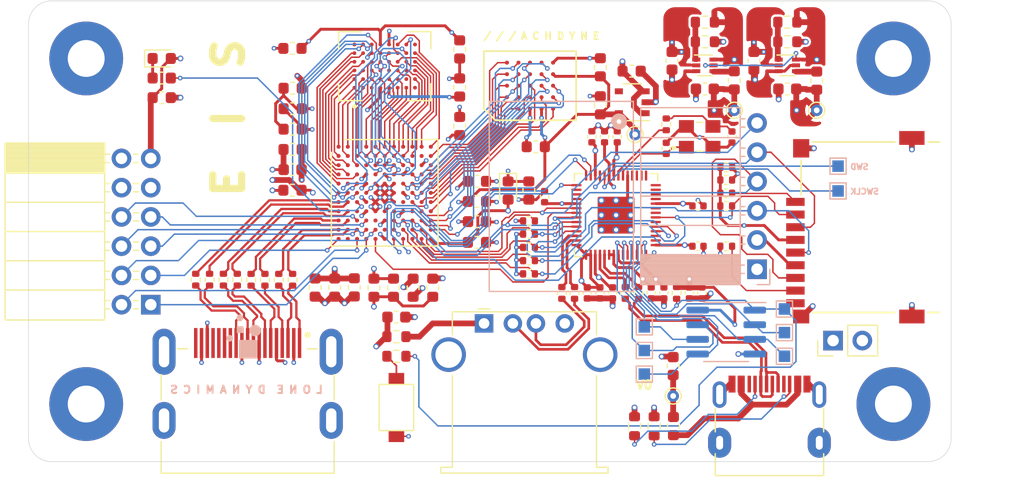
<source format=kicad_pcb>
(kicad_pcb (version 20211014) (generator pcbnew)
  (layers (0 "F.Cu" signal) (1 "In1.Cu" power) (2 "In2.Cu" power) (31 "B.Cu" signal) (34 "B.Paste" user) (35 "F.Paste" user) (36 "B.SilkS" user "B.Silkscreen") (37 "F.SilkS" user "F.Silkscreen") (38 "B.Mask" user) (39 "F.Mask" user) (44 "Edge.Cuts" user))
  (net 0 "")
  (net 1 "GND")
  (net 2 "/PWR3V3")
  (net 3 "/PWR1V8")
  (net 4 "/PWR5V0")
  (net 5 "Net-(C12-Pad1)")
  (net 6 "Net-(C12-Pad2)")
  (net 7 "Net-(FB1-Pad2)")
  (net 8 "Net-(C13-Pad1)")
  (net 9 "Net-(C13-Pad2)")
  (net 10 "/SD_SS")
  (net 11 "/USB1_CONN_DP")
  (net 12 "/USB1_CONN_DN")
  (net 13 "/PMOD_A1")
  (net 14 "/PMOD_A4")
  (net 15 "/PMOD_A10")
  (net 16 "/PMOD_A3")
  (net 17 "/PMOD_A9")
  (net 18 "/PMOD_A2")
  (net 19 "/PMOD_A8")
  (net 20 "/PMOD_A7")
  (net 21 "/XIN")
  (net 22 "/XOUT")
  (net 23 "/PWR1V1")
  (net 24 "/CSPI_SCK")
  (net 25 "/CSPI_SS")
  (net 26 "Net-(L1-Pad1)")
  (net 27 "Net-(D2-Pad1)")
  (net 28 "/HRAM_ADQ5")
  (net 29 "/HRAM_ADQ6")
  (net 30 "/HRAM_ADQ7")
  (net 31 "/HRAM_ADQ4")
  (net 32 "/HRAM_ADQ3")
  (net 33 "/HRAM_ADQ0")
  (net 34 "/HRAM_ADQ1")
  (net 35 "/HRAM_DQ15")
  (net 36 "/HRAM_ADQ2")
  (net 37 "/HRAM_DQS0")
  (net 38 "/HRAM_DQ8")
  (net 39 "/HRAM_DQ14")
  (net 40 "/HRAM_DQ13")
  (net 41 "/HRAM_DQS1")
  (net 42 "/HRAM_CK")
  (net 43 "/HRAM_DQ9")
  (net 44 "/HRAM_DQ12")
  (net 45 "/HRAM_DQ11")
  (net 46 "/HRAM_CE")
  (net 47 "/HRAM_DQ10")
  (net 48 "/SRAM_A11")
  (net 49 "/SRAM_A10")
  (net 50 "/SRAM_A9")
  (net 51 "/SRAM_A8")
  (net 52 "/SRAM_D7")
  (net 53 "/SRAM_WE")
  (net 54 "/SRAM_A13")
  (net 55 "/SRAM_A12")
  (net 56 "/SRAM_D15")
  (net 57 "/SRAM_D6")
  (net 58 "/SRAM_D5")
  (net 59 "/SRAM_A15")
  (net 60 "/SRAM_A14")
  (net 61 "/SRAM_D13")
  (net 62 "/SRAM_D14")
  (net 63 "/SRAM_D4")
  (net 64 "/SRAM_A16")
  (net 65 "/SRAM_D12")
  (net 66 "/SRAM_D3")
  (net 67 "/SRAM_A7")
  (net 68 "/SRAM_D11")
  (net 69 "/SRAM_D2")
  (net 70 "/SRAM_D1")
  (net 71 "/SRAM_A6")
  (net 72 "/SRAM_A5")
  (net 73 "/SRAM_D10")
  (net 74 "/SRAM_D9")
  (net 75 "/SRAM_D0")
  (net 76 "/SRAM_CS")
  (net 77 "/SRAM_A4")
  (net 78 "/SRAM_A3")
  (net 79 "/SRAM_UB")
  (net 80 "/SRAM_D8")
  (net 81 "/SRAM_A2")
  (net 82 "/SRAM_A1")
  (net 83 "/SRAM_A0")
  (net 84 "/SRAM_OE")
  (net 85 "/SRAM_LB")
  (net 86 "/USB_DP")
  (net 87 "Net-(FB2-Pad2)")
  (net 88 "Net-(J1-PadA5)")
  (net 89 "/PWR1V2")
  (net 90 "/CSPI_SI")
  (net 91 "/CSPI_SO")
  (net 92 "/CDONE")
  (net 93 "/CRESET")
  (net 94 "Net-(L2-Pad1)")
  (net 96 "/LED")
  (net 97 "/PWR2V5")
  (net 99 "/SRAM_A17")
  (net 101 "/USB1_DP")
  (net 102 "Net-(J1-PadB5)")
  (net 104 "/USB1_DN")
  (net 106 "/DDMI_CK_N")
  (net 107 "/USB_DN")
  (net 108 "/DDMI_CK_P")
  (net 109 "/DDMI_D0_N")
  (net 110 "/DDMI_D0_P")
  (net 111 "/SD_DAT2")
  (net 112 "/USB_CONN_DP")
  (net 113 "/USB_CONN_DN")
  (net 114 "/SD_DAT1")
  (net 120 "/DDMI_D1_N")
  (net 121 "/DDMI_D1_P")
  (net 122 "/DDMI_D2_N")
  (net 123 "/DDMI_D2_P")
  (net 124 "/DDMIC_CK_N")
  (net 125 "/DDMIC_CK_P")
  (net 126 "/DDMIC_D0_N")
  (net 127 "/RP_QSPI_SS")
  (net 128 "/BOOT")
  (net 129 "/DDMIC_D0_P")
  (net 130 "/DDMIC_D1_N")
  (net 131 "/DDMIC_D1_P")
  (net 132 "/DDMIC_D2_N")
  (net 133 "/DDMIC_D2_P")
  (net 141 "/RP_TX")
  (net 142 "/RP_RX")
  (net 143 "/RP_CLK")
  (net 144 "/RP_SS")
  (net 145 "/RP_QSPI_IO3")
  (net 146 "/RP_QSPI_SCK")
  (net 147 "/RP_QSPI_IO0")
  (net 148 "/RP_QSPI_IO2")
  (net 149 "/RP_QSPI_IO1")
  (net 156 "/SWCLK")
  (net 157 "/SWD")
  (net 167 "/RP_INT")
  (net 169 "Net-(C25-Pad1)")
  (net 170 "Net-(R29-Pad2)")
  (net 171 "Net-(R31-Pad2)")
  (footprint "Package_SO:TSOP-5_1.65x3.05mm_P0.95mm" (layer "F.Cu") (at 152.35 108.8 180)
    (fp_text reference "U6" hide)
    (fp_text value "NCP164ASN180T1G" hide)
  )
  (footprint "LED_SMD:LED_0603_1608Metric" (layer "F.Cu") (at 111.55 105)
    (fp_text reference "D2" hide)
    (fp_text value "LED" hide)
  )
  (footprint "Resistor_SMD:R_0603_1608Metric" (layer "F.Cu") (at 111.55 106.7 180)
    (fp_text reference "R14" hide)
    (fp_text value "536R" hide)
  )
  (footprint "Resistor_SMD:R_0603_1608Metric" (layer "F.Cu") (at 149.586049 105.764645 -90)
    (fp_text reference "C20" hide)
    (fp_text value "100nF" hide)
  )
  (footprint "Diode_SMD:D_0603_1608Metric" (layer "F.Cu") (at 141.586049 116.464645 -90)
    (fp_text reference "D1" hide)
    (fp_text value "D_Schottky_Small" hide)
  )
  (footprint "Capacitor_SMD:C_0603_1608Metric" (layer "F.Cu") (at 138.886049 115.664645)
    (fp_text reference "C4" hide)
    (fp_text value "100nF" hide)
  )
  (footprint "Capacitor_SMD:C_0603_1608Metric" (layer "F.Cu") (at 122.9 112.9 180)
    (fp_text reference "C1" hide)
    (fp_text value "1uF" hide)
  )
  (footprint "Resistor_SMD:R_0603_1608Metric" (layer "F.Cu") (at 143.986049 112.664645)
    (fp_text reference "C19" hide)
    (fp_text value "100nF" hide)
  )
  (footprint "Capacitor_SMD:C_0603_1608Metric" (layer "F.Cu") (at 155.9 131.7 90)
    (fp_text reference "C7" hide)
    (fp_text value "4.7uF" hide)
  )
  (footprint "Capacitor_SMD:C_0603_1608Metric" (layer "F.Cu") (at 122.886049 116.436645 180)
    (fp_text reference "C18" hide)
    (fp_text value "100nF" hide)
  )
  (footprint "Capacitor_SMD:C_0603_1608Metric" (layer "F.Cu") (at 126.55 124.8875 -90)
    (fp_text reference "C10" hide)
    (fp_text value "10nF" hide)
  )
  (footprint "Resistor_SMD:R_0603_1608Metric" (layer "F.Cu") (at 122.886049 104.127145)
    (fp_text reference "C22" hide)
    (fp_text value "1uF" hide)
  )
  (footprint "Resistor_SMD:R_0603_1608Metric" (layer "F.Cu") (at 137.386049 104.214645 90)
    (fp_text reference "C23" hide)
    (fp_text value "100nF" hide)
  )
  (footprint "Capacitor_SMD:C_0603_1608Metric" (layer "F.Cu") (at 129.95 124.9 90)
    (fp_text reference "C14" hide)
    (fp_text value "10uF" hide)
  )
  (footprint "Capacitor_SMD:C_0603_1608Metric" (layer "F.Cu") (at 111.55 108.4)
    (fp_text reference "C46" hide)
    (fp_text value "22uF" hide)
  )
  (footprint "Resistor_SMD:R_0603_1608Metric" (layer "F.Cu") (at 155.925 136.9125 -90)
    (fp_text reference "FB1" hide)
    (fp_text value "Ferrite_Bead" hide)
  )
  (footprint "TestPoint:TestPoint_THTPad_D1.0mm_Drill0.5mm" (layer "F.Cu") (at 155.9 134.3 90)
    (fp_text reference "TP1" hide)
    (fp_text value "TP_PWR5V0" hide)
  )
  (footprint "TestPoint:TestPoint_THTPad_D1.0mm_Drill0.5mm" (layer "F.Cu") (at 152.6 111.6 90)
    (fp_text reference "TP10" hide)
    (fp_text value "TP_PWR1V8" hide)
  )
  (footprint "LD-MEMORY:APS256_BGA_24" (layer "F.Cu") (at 143.486049 107.364645 90)
    (fp_text reference "U2" hide)
    (fp_text value "APS256" hide)
  )
  (footprint "Resistor_SMD:R_0603_1608Metric" (layer "F.Cu") (at 149.586049 109.064645 -90)
    (fp_text reference "C45" hide)
    (fp_text value "4.7uF" hide)
  )
  (footprint "Capacitor_SMD:C_0603_1608Metric" (layer "F.Cu") (at 152.3 106.1)
    (fp_text reference "C43" hide)
    (fp_text value "1uF" hide)
  )
  (footprint "Capacitor_SMD:C_0603_1608Metric" (layer "F.Cu") (at 143.386049 116.464645 -90)
    (fp_text reference "C6" hide)
    (fp_text value "100nF" hide)
  )
  (footprint "Capacitor_SMD:C_0603_1608Metric" (layer "F.Cu") (at 137.386049 110.864645 90)
    (fp_text reference "C5" hide)
    (fp_text value "220nF" hide)
  )
  (footprint "Capacitor_SMD:C_0603_1608Metric" (layer "F.Cu") (at 138.886049 117.414645)
    (fp_text reference "C11" hide)
    (fp_text value "100nF" hide)
  )
  (footprint "Resistor_SMD:R_0603_1608Metric" (layer "F.Cu") (at 135.05 124.9 -90)
    (fp_text reference "R10" hide)
    (fp_text value "100R" hide)
  )
  (footprint "LD-MEMORY:BGA48C75P8X6_800X600X120N" (layer "F.Cu") (at 130.886049 105.664645 90)
    (fp_text reference "U3" hide)
    (fp_text value "IS61WV256" hide)
  )
  (footprint "Capacitor_SMD:C_0603_1608Metric" (layer "F.Cu") (at 122.9045 109.3615 180)
    (fp_text reference "C15" hide)
    (fp_text value "10uF" hide)
  )
  (footprint "Resistor_SMD:R_0603_1608Metric" (layer "F.Cu") (at 122.9045 107.5835 180)
    (fp_text reference "R11" hide)
    (fp_text value "100R" hide)
  )
  (footprint "Capacitor_SMD:C_0603_1608Metric" (layer "F.Cu") (at 131.65 124.9 90)
    (fp_text reference "C12" hide)
    (fp_text value "100nF" hide)
  )
  (footprint "Package_BGA:BGA-121_9.0x9.0mm_Layout11x11_P0.8mm_Ball0.4mm_Pad0.35mm_NSMD" (layer "F.Cu") (at 130.886049 116.664645)
    (fp_text reference "U1" hide)
    (fp_text value "ICE40HX4K-BG121" hide)
  )
  (footprint "Capacitor_SMD:C_0603_1608Metric" (layer "F.Cu") (at 124.85 124.8875 -90)
    (fp_text reference "C44" hide)
    (fp_text value "22uF" hide)
  )
  (footprint "Capacitor_SMD:C_0603_1608Metric" (layer "F.Cu") (at 138.886049 120.964645)
    (fp_text reference "C2" hide)
    (fp_text value "100nF" hide)
  )
  (footprint "Capacitor_SMD:C_0603_1608Metric" (layer "F.Cu") (at 133.35 124.9 -90)
    (fp_text reference "C17" hide)
    (fp_text value "100nF" hide)
  )
  (footprint "Capacitor_SMD:C_0603_1608Metric" (layer "F.Cu") (at 128.25 124.8703 -90)
    (fp_text reference "C3" hide)
    (fp_text value "220nF" hide)
  )
  (footprint "Capacitor_SMD:C_0603_1608Metric" (layer "F.Cu") (at 122.9045 111.1395)
    (fp_text reference "C13" hide)
    (fp_text value "100nF" hide)
  )
  (footprint "Resistor_SMD:R_0603_1608Metric" (layer "F.Cu") (at 137.386049 107.514645 -90)
    (fp_text reference "C21" hide)
    (fp_text value "100nF" hide)
  )
  (footprint "Resistor_SMD:R_0402_1005Metric" (layer "F.Cu") (at 114.5 124.2 -90)
    (fp_text reference "R28" hide)
    (fp_text value "270R" hide)
  )
  (footprint "Resistor_SMD:R_0402_1005Metric" (layer "F.Cu") (at 160.5 121.3)
    (fp_text reference "R20" hide)
    (fp_text value "20K" hide)
  )
  (footprint "Resistor_SMD:R_0402_1005Metric" (layer "F.Cu") (at 146.25 125.35 90)
    (fp_text reference "R12" hide)
    (fp_text value "22R" hide)
  )
  (footprint "Resistor_SMD:R_0402_1005Metric" (layer "F.Cu") (at 143.4 121.4 180)
    (fp_text reference "R4" hide)
    (fp_text value "20K" hide)
  )
  (footprint "Resistor_SMD:R_0402_1005Metric" (layer "F.Cu") (at 143.4 122.55 180)
    (fp_text reference "R9" hide)
    (fp_text value "10K" hide)
  )
  (footprint "Capacitor_SMD:C_0402_1005Metric" (layer "F.Cu") (at 148.85 111.8 90)
    (fp_text reference "C31" hide)
    (fp_text value "100nF" hide)
  )
  (footprint "Capacitor_SMD:C_0402_1005Metric" (layer "F.Cu") (at 151.05 111.8 90)
    (fp_text reference "C33" hide)
    (fp_text value "100nF" hide)
  )
  (footprint "Capacitor_SMD:C_0402_1005Metric" (layer "F.Cu") (at 149.55 125.35 -90)
    (fp_text reference "C26" hide)
    (fp_text value "1uF" hide)
  )
  (footprint "Resistor_SMD:R_0402_1005Metric" (layer "F.Cu") (at 160.5 117.8)
    (fp_text reference "R18" hide)
    (fp_text value "20K" hide)
  )
  (footprint "Capacitor_SMD:C_0402_1005Metric" (layer "F.Cu") (at 158.4 125.35 -90)
    (fp_text reference "C39" hide)
    (fp_text value "100nF" hide)
  )
  (footprint "Capacitor_SMD:C_0603_1608Metric" (layer "F.Cu") (at 131.9 127.45)
    (fp_text reference "C16" hide)
    (fp_text value "4.7uF" hide)
  )
  (footprint "Capacitor_SMD:C_0402_1005Metric" (layer "F.Cu") (at 148.45 125.35 -90)
    (fp_text reference "C35" hide)
    (fp_text value "100nF" hide)
  )
  (footprint "Capacitor_SMD:C_0603_1608Metric" (layer "F.Cu") (at 138.886049 119.164645)
    (fp_text reference "C9" hide)
    (fp_text value "220nF" hide)
  )
  (footprint "Capacitor_SMD:C_0402_1005Metric" (layer "F.Cu") (at 157.3 125.35 -90)
    (fp_text reference "C40" hide)
    (fp_text value "1uF" hide)
  )
  (footprint "MountingHole:MountingHole_3.2mm_M3_Pad" (layer "F.Cu") (at 105 135)
    (fp_text reference "H3" hide)
    (fp_text value "MountingHole_Pad" hide)
  )
  (footprint "LD-PMOD:PMOD_2x06_HOST" (layer "F.Cu") (at 110.6 113.675)
    (fp_text reference "PMOD1" hide)
    (fp_text value "PMOD-Device-x2-Type-1A-GPIO" hide)
  )
  (footprint "Resistor_SMD:R_0603_1608Metric" (layer "F.Cu") (at 131.9 130.85)
    (fp_text reference "R17" hide)
    (fp_text value "1K" hide)
  )
  (footprint "LD-SWITCH:Button_2P_3x4mm" (layer "F.Cu") (at 131.9 135.3 -90)
    (fp_text reference "SW1" hide)
    (fp_text value "BOOT" hide)
  )
  (footprint "Resistor_SMD:R_0603_1608Metric" (layer "F.Cu") (at 131.9 129.15)
    (fp_text reference "FB2" hide)
    (fp_text value "Ferrite_Bead" hide)
  )
  (footprint "Inductor_SMD:L_0603_1608Metric" (layer "F.Cu") (at 161.2 106.9 -90)
    (fp_text reference "L1" hide)
    (fp_text value "1uH" hide)
  )
  (footprint "Package_TO_SOT_SMD:SOT-563" (layer "F.Cu") (at 158.65 105.6)
    (fp_text reference "U7" hide)
    (fp_text value "AP61300Z6-7" hide)
  )
  (footprint "Resistor_SMD:R_0402_1005Metric" (layer "F.Cu") (at 122.9 124.21 -90)
    (fp_text reference "R21" hide)
    (fp_text value "270R" hide)
  )
  (footprint "Resistor_SMD:R_0402_1005Metric" (layer "F.Cu") (at 160.5 116.7)
    (fp_text reference "R19" hide)
    (fp_text value "20K" hide)
  )
  (footprint "Resistor_SMD:R_0603_1608Metric" (layer "F.Cu") (at 152.55 136.925 90)
    (fp_text reference "R1" hide)
    (fp_text value "5K1" hide)
  )
  (footprint "Capacitor_SMD:C_0603_1608Metric" (layer "F.Cu") (at 122.9 114.65 180)
    (fp_text reference "C8" hide)
    (fp_text value "220nF" hide)
  )
  (footprint "Capacitor_SMD:C_0402_1005Metric" (layer "F.Cu") (at 161 111.82 -90)
    (fp_text reference "C25" hide)
    (fp_text value "15pF" hide)
  )
  (footprint "Resistor_SMD:R_0402_1005Metric" (layer "F.Cu") (at 160.51 114.45)
    (fp_text reference "C38" hide)
    (fp_text value "100nF" hide)
  )
  (footprint "LD-CRYSTALS:XTAL_ECS-240-8-33-AGN-TR" (layer "F.Cu") (at 158.2 111.8)
    (fp_text reference "Y1" hide)
    (fp_text value "ECS-80-12-33-JGN-TR-12MHZ" hide)
  )
  (footprint "MountingHole:MountingHole_3.2mm_M3_Pad" (layer "F.Cu") (at 105 105)
    (fp_text reference "H1" hide)
    (fp_text value "MountingHole_Pad" hide)
  )
  (footprint "TestPoint:TestPoint_THTPad_D1.0mm_Drill0.5mm" (layer "F.Cu") (at 168.35 109.5)
    (fp_text reference "TP12" hide)
    (fp_text value "TestPoint" hide)
  )
  (footprint "Package_TO_SOT_SMD:SOT-563" (layer "F.Cu") (at 165.8 105.6)
    (fp_text reference "U8" hide)
    (fp_text value "AP61300Z6-7" hide)
  )
  (footprint "MountingHole:MountingHole_3.2mm_M3_Pad" (layer "F.Cu") (at 175 135)
    (fp_text reference "H4" hide)
    (fp_text value "MountingHole_Pad" hide)
  )
  (footprint "Connector_USB:USB_C_Receptacle_HRO_TYPE-C-31-M-12" (layer "F.Cu") (at 164.25 137.31)
    (fp_text reference "J1" hide)
    (fp_text value "TYPE-C-31-M-12-FIXED" hide)
  )
  (footprint "Resistor_SMD:R_0402_1005Metric" (layer "F.Cu") (at 143.4 123.7 180)
    (fp_text reference "R7" hide)
    (fp_text value "10K" hide)
  )
  (footprint "Resistor_SMD:R_0603_1608Metric" (layer "F.Cu") (at 165.8 101.85 180)
    (fp_text reference "R31" hide)
    (fp_text value "200K" hide)
  )
  (footprint "Resistor_SMD:R_0402_1005Metric" (layer "F.Cu") (at 115.7 124.2 -90)
    (fp_text reference "R27" hide)
    (fp_text value "270R" hide)
  )
  (footprint "Resistor_SMD:R_0402_1005Metric" (layer "F.Cu") (at 116.9 124.2 -90)
    (fp_text reference "R26" hide)
    (fp_text value "270R" hide)
  )
  (footprint "Resistor_SMD:R_0402_1005Metric" (layer "F.Cu") (at 143.4 119.1 180)
    (fp_text reference "R5" hide)
    (fp_text value "20K" hide)
  )
  (footprint "Capacitor_SMD:C_0603_1608Metric" (layer "F.Cu") (at 155.8 105.2 90)
    (fp_text reference "C41" hide)
    (fp_text value "22uF" hide)
  )
  (footprint "Capacitor_SMD:C_0402_1005Metric" (layer "F.Cu") (at 158.05 117.8)
    (fp_text reference "C36" hide)
    (fp_text value "100nF" hide)
  )
  (footprint "Capacitor_SMD:C_0402_1005Metric" (layer "F.Cu") (at 144.75 117 90)
    (fp_text reference "C29" hide)
    (fp_text value "100nF" hide)
  )
  (footprint "LD-MCUS:RP2040-QFN-56-OFFICIAL" (layer "F.Cu") (at 150.95 118.6 180)
    (fp_text reference "U4" hide)
    (fp_text value "RP2040" hide)
  )
  (footprint "Resistor_SMD:R_0402_1005Metric" (layer "F.Cu") (at 118.1 124.2 -90)
    (fp_text reference "R25" hide)
    (fp_text value "270R" hide)
  )
  (footprint "Resistor_SMD:R_0402_1005Metric" (layer "F.Cu") (at 152.9 125.35 90)
    (fp_text reference "R3" hide)
    (fp_text value "27R" hide)
  )
  (footprint "Resistor_SMD:R_0603_1608Metric" (layer "F.Cu") (at 158.65 103.55)
    (fp_text reference "R30" hide)
    (fp_text value "47K" hide)
  )
  (footprint "Capacitor_SMD:C_0402_1005Metric" (layer "F.Cu") (at 150.65 125.35 -90)
    (fp_text reference "C34" hide)
    (fp_text value "1uF" hide)
  )
  (footprint "Capacitor_SMD:C_0603_1608Metric" (layer "F.Cu") (at 162.9 105.2 90)
    (fp_text reference "C42" hide)
    (fp_text value "22uF" hide)
  )
  (footprint "LD-HDMI:HDMI_TE_1827059-3-FIXED" (layer "F.Cu") (at 119 134.7)
    (fp_text reference "J5" hide)
    (fp_text value "~" hide)
  )
  (footprint "Capacitor_SMD:C_0402_1005Metric" (layer "F.Cu") (at 158.05 121.3)
    (fp_text reference "C27" hide)
    (fp_text value "100nF" hide)
  )
  (footprint "Resistor_SMD:R_0603_1608Metric" (layer "F.Cu") (at 154.25 136.925 90)
    (fp_text reference "R8" hide)
    (fp_text value "5K1" hide)
  )
  (footprint "Capacitor_SMD:C_0402_1005Metric" (layer "F.Cu") (at 155.1 125.35 -90)
    (fp_text reference "C32" hide)
    (fp_text value "100nF" hide)
  )
  (footprint "Resistor_SMD:R_0603_1608Metric" (layer "F.Cu") (at 158.65 101.85 180)
    (fp_text reference "R29" hide)
    (fp_text value "210K" hide)
  )
  (footprint "Connector_PinHeader_2.54mm:PinHeader_1x02_P2.54mm_Vertical" (layer "F.Cu") (at 169.765 129.49 90)
    (fp_text reference "J4" hide)
    (fp_text value "Conn_01x02_Male" hide)
  )
  (footprint "Resistor_SMD:R_0402_1005Metric" (layer "F.Cu") (at 155.3 110.72 -90)
    (fp_text reference "R15" hide)
    (fp_text value "1K" hide)
  )
  (footprint "Resistor_SMD:R_0402_1005Metric" (layer "F.Cu") (at 121.7 124.21 -90)
    (fp_text reference "R22" hide)
    (fp_text value "270R" hide)
  )
  (footprint "Resistor_SMD:R_0402_1005Metric" (layer "F.Cu") (at 143.4 120.25 180)
    (fp_text reference "R6" hide)
    (fp_text value "10K" hide)
  )
  (footprint "Resistor_SMD:R_0402_1005Metric" (layer "F.Cu") (at 147.35 125.35 90)
    (fp_text reference "R13" hide)
    (fp_text value "22R" hide)
  )
  (footprint "Inductor_SMD:L_0603_1608Metric" (layer "F.Cu") (at 168.35 106.925 -90)
    (fp_text reference "L2" hide)
    (fp_text value "1uH" hide)
  )
  (footprint "Resistor_SMD:R_0402_1005Metric" (layer "F.Cu") (at 160.5 115.55)
    (fp_text reference "C37" hide)
    (fp_text value "10uF" hide)
  )
  (footprint "TestPoint:TestPoint_THTPad_D1.0mm_Drill0.5mm" (layer "F.Cu") (at 161.2 109.5)
    (fp_text reference "TP11" hide)
    (fp_text value "TestPoint" hide)
  )
  (footprint "MountingHole:MountingHole_3.2mm_M3_Pad" (layer "F.Cu") (at 175 105)
    (fp_text reference "H2" hide)
    (fp_text value "MountingHole_Pad" hide)
  )
  (footprint "Resistor_SMD:R_0402_1005Metric" (layer "F.Cu") (at 156.2 125.35 -90)
    (fp_text reference "R16" hide)
    (fp_text value "10K" hide)
  )
  (footprint "Capacitor_SMD:C_0402_1005Metric" (layer "F.Cu") (at 154 125.35 -90)
    (fp_text reference "C28" hide)
    (fp_text value "100nF" hide)
  )
  (footprint "LD-SDCARD:SDCARD" (layer "F.Cu") (at 177 119.65 90)
    (fp_text reference "J3" hide)
    (fp_text value "MICROSD" hide)
  )
  (footprint "Connector_USB:USB_A_Stewart_SS-52100-001_Horizontal" (layer "F.Cu") (at 139.5 128)
    (fp_text reference "J2" hide)
    (fp_text value "USB_A" hide)
  )
  (footprint "Capacitor_SMD:C_0402_1005Metric" (layer "F.Cu") (at 149.95 111.8 90)
    (fp_text reference "C30" hide)
    (fp_text value "100nF" hide)
  )
  (footprint "Resistor_SMD:R_0402_1005Metric" (layer "F.Cu") (at 120.5 124.21 -90)
    (fp_text reference "R23" hide)
    (fp_text value "270R" hide)
  )
  (footprint "Capacitor_SMD:C_0603_1608Metric" (layer "F.Cu") (at 165.8 107.65 180)
    (fp_text reference "C48" hide)
    (fp_text value "22uF" hide)
  )
  (footprint "Resistor_SMD:R_0603_1608Metric" (layer "F.Cu") (at 165.8 103.55)
    (fp_text reference "R32" hide)
    (fp_text value "200K" hide)
  )
  (footprint "Capacitor_SMD:C_0603_1608Metric" (layer "F.Cu") (at 158.65 107.65 180)
    (fp_text reference "C47" hide)
    (fp_text value "22uF" hide)
  )
  (footprint "Resistor_SMD:R_0402_1005Metric" (layer "F.Cu") (at 151.75 125.35 90)
    (fp_text reference "R2" hide)
    (fp_text value "27R" hide)
  )
  (footprint "Resistor_SMD:R_0402_1005Metric" (layer "F.Cu") (at 119.3 124.21 -90)
    (fp_text reference "R24" hide)
    (fp_text value "270R" hide)
  )
  (footprint "Capacitor_SMD:C_0402_1005Metric" (layer "F.Cu") (at 155.3 112.8 -90)
    (fp_text reference "C24" hide)
    (fp_text value "15pF" hide)
  )
  (footprint "Connector_PinSocket_2.54mm:PinSocket_1x06_P2.54mm_Horizontal" (layer "B.Cu") (at 163.175 123.3)
    (fp_text reference "MMOD1" hide)
    (fp_text value "PMOD-Device-x1-Type-2-SPI" hide)
  )
  (footprint "LD-LOGO:ld-kicad" (layer "B.Cu") (at 118.8 129.2 180)
    (fp_text reference "G***" hide)
    (fp_text value "LOGO" hide)
  )
  (footprint "ld-modules:LD-MMOD" (layer "B.Cu") (at 146.2 116.975)
    (fp_text reference "CONFIG-MMOD" hide)
    (fp_text value "LD-MMOD" hide)
  )
  (footprint "Package_SO:SOIC-8_3.9x4.9mm_P1.27mm" (layer "B.Cu") (at 160.5 128.75 180)
    (fp_text reference "U5" hide)
    (fp_text value "W25Q32JVSS" hide)
  )
  (footprint "TestPoint:TestPoint_Pad_1.0x1.0mm" (layer "B.Cu") (at 153.4 128.3)
    (fp_text reference "TP7" hide)
    (fp_text value "TestPoint" hide)
  )
  (footprint "TestPoint:TestPoint_Pad_1.0x1.0mm" (layer "B.Cu") (at 153.4 132.4)
    (fp_text reference "TP3" hide)
    (fp_text value "TestPoint" hide)
  )
  (footprint "TestPoint:TestPoint_Pad_1.0x1.0mm" (layer "B.Cu") (at 170.2 114.35 90)
    (fp_text reference "TP9" hide)
    (fp_text value "TestPoint" hide)
  )
  (footprint "TestPoint:TestPoint_Pad_1.0x1.0mm" (layer "B.Cu") (at 165.55 128.8)
    (fp_text reference "TP4" hide)
    (fp_text value "TestPoint" hide)
  )
  (footprint "TestPoint:TestPoint_Pad_1.0x1.0mm" (layer "B.Cu") (at 170.2 116.5 90)
    (fp_text reference "TP8" hide)
    (fp_text value "TestPoint" hide)
  )
  (footprint "TestPoint:TestPoint_Pad_1.0x1.0mm" (layer "B.Cu") (at 165.55 130.85)
    (fp_text reference "TP5" hide)
    (fp_text value "TestPoint" hide)
  )
  (footprint "TestPoint:TestPoint_Pad_1.0x1.0mm" (layer "B.Cu") (at 165.55 126.75)
    (fp_text reference "TP2" hide)
    (fp_text value "TestPoint" hide)
  )
  (footprint "TestPoint:TestPoint_Pad_1.0x1.0mm" (layer "B.Cu") (at 153.4 130.35)
    (fp_text reference "TP6" hide)
    (fp_text value "TestPoint" hide)
  )
  (gr_line (start 102 100) (end 178 100) (layer "Edge.Cuts") (width 0.05))
  (gr_line (start 180 102) (end 180 138) (layer "Edge.Cuts") (width 0.05))
  (gr_line (start 102 140) (end 178 140.000024) (layer "Edge.Cuts") (width 0.05))
  (gr_line (start 100 102) (end 100 138) (layer "Edge.Cuts") (width 0.05))
  (gr_arc (start 100 102) (mid 100.585786 100.585786) (end 102 100) (layer "Edge.Cuts") (width 0.05))
  (gr_arc (start 102 140) (mid 100.585786 139.414214) (end 100 138) (layer "Edge.Cuts") (width 0.05))
  (gr_arc (start 178 100) (mid 179.414214 100.585786) (end 180 102) (layer "Edge.Cuts") (width 0.05))
  (gr_arc (start 180 138) (mid 179.414214 139.414214) (end 178 140) (layer "Edge.Cuts") (width 0.05))
  (gr_text "L O N E  D Y N A M I C S" (at 118.9 133.75) (layer "B.SilkS") (effects (font (size 0.65 0.65) (thickness 0.1625)) (justify mirror)))
  (gr_text "SWD" (at 172.05 114.4) (layer "B.SilkS") (effects (font (size 0.5 0.5) (thickness 0.125)) (justify mirror)))
  (gr_text "SWCLK" (at 172.5 116.55) (layer "B.SilkS") (effects (font (size 0.5 0.5) (thickness 0.125)) (justify mirror)))
  (gr_text "E  I  S" (at 117.35 110.15 90) (layer "F.SilkS") (effects (font (size 2.5 2.5) (thickness 0.625))))
  (gr_text "V0" (at 153.4 133.35) (layer "F.SilkS") (effects (font (size 0.75 0.75) (thickness 0.1875))))
  (gr_text "/ / / A C H D Y N E" (at 144.475 103.05) (layer "F.SilkS") (effects (font (size 0.6 0.6))))
  (segment (start 143.186049 112.652145) (end 143.198549 112.664645) (width 0.25) (layer "F.Cu") (net 1))
  (segment (start 121.15 116.45) (end 122.085194 116.45) (width 0.25) (layer "F.Cu") (net 1))
  (segment (start 163.86 120.76) (end 166.05 122.95) (width 0.25) (layer "F.Cu") (net 1))
  (segment (start 122.086049 104.114645) (end 122.098549 104.127145) (width 0.25) (layer "F.Cu") (net 1))
  (segment (start 149.43 110.8) (end 149.95 111.32) (width 0.25) (layer "F.Cu") (net 1))
  (segment (start 161.02 114.45) (end 161.02 114.52) (width 0.25) (layer "F.Cu") (net 1))
  (segment (start 158.53 121.95) (end 158.53 121.3) (width 0.25) (layer "F.Cu") (net 1))
  (segment (start 167.1 127.4) (end 168 126.5) (width 0.5) (layer "F.Cu") (net 1))
  (segment (start 124.85 125.675) (end 125.125 125.675) (width 0.5) (layer "F.Cu") (net 1))
  (segment (start 149.4 110.8) (end 149.37 110.8) (width 0.25) (layer "F.Cu") (net 1))
  (segment (start 161.01 115.49) (end 161.5 115) (width 0.25) (layer "F.Cu") (net 1))
  (segment (start 129.686049 117.064645) (end 130.086049 117.464645) (width 0.25) (layer "F.Cu") (net 1))
  (segment (start 148.45 125.83) (end 149.55 125.83) (width 0.5) (layer "F.Cu") (net 1))
  (segment (start 121.5 131.149022) (end 121.600489 131.249511) (width 0.25) (layer "F.Cu") (net 1))
  (segment (start 152.55 135.3) (end 152.55 136.1) (width 0.5) (layer "F.Cu") (net 1))
  (segment (start 126.275 125.675) (end 125.7 126.25) (width 0.5) (layer "F.Cu") (net 1))
  (segment (start 133.5 127.45) (end 132.675 127.45) (width 0.5) (layer "F.Cu") (net 1))
  (segment (start 167.655 133.265) (end 168.57 134.18) (width 0.5) (layer "F.Cu") (net 1))
  (segment (start 167 127.4) (end 167.1 127.4) (width 0.5) (layer "F.Cu") (net 1))
  (segment (start 156.72 110.9) (end 155.3 112.32) (width 0.25) (layer "F.Cu") (net 1))
  (segment (start 122.1125 112.9) (end 122.1125 114.6375) (width 0.5) (layer "F.Cu") (net 1))
  (segment (start 165.05 108.55) (end 165.05 107.675) (width 0.5) (layer "F.Cu") (net 1))
  (segment (start 165.05 107.675) (end 165.025 107.65) (width 0.5) (layer "F.Cu") (net 1))
  (segment (start 140.586049 119.2) (end 139.696404 119.2) (width 0.25) (layer "F.Cu") (net 1))
  (segment (start 161.02 115.54) (end 161.01 115.55) (width 0.25) (layer "F.Cu") (net 1))
  (segment (start 150.53 110.8) (end 151.05 111.32) (width 0.25) (layer "F.Cu") (net 1))
  (segment (start 143.486049 109.364645) (end 143.486049 110.164645) (width 0.25) (layer "F.Cu") (net 1))
  (segment (start 148.673549 104.977145) (end 145.873549 104.977145) (width 0.25) (layer "F.Cu") (net 1))
  (segment (start 140.586049 115.664645) (end 139.673549 115.664645) (width 0.25) (layer "F.Cu") (net 1))
  (segment (start 131.261049 103.789645) (end 131.261049 102.639645) (width 0.25) (layer "F.Cu") (net 1))
  (segment (start 142.5 117.25) (end 143.383904 117.25) (width 0.25) (layer "F.Cu") (net 1))
  (segment (start 127.9922 125.6578) (end 127.4 126.25) (width 0.5) (layer "F.Cu") (net 1))
  (segment (start 151.95 117.05) (end 152.225 117.325) (width 0.25) (layer "F.Cu") (net 1))
  (segment (start 139.673549 117.414645) (end 140.536049 117.414645) (width 0.25) (layer "F.Cu") (net 1))
  (segment (start 126.55 125.675) (end 126.825 125.675) (width 0.5) (layer "F.Cu") (net 1))
  (segment (start 130.886049 115.864645) (end 131.686049 116.664645) (width 0.25) (layer "F.Cu") (net 1))
  (segment (start 121.286049 104.114645) (end 122.086049 104.114645) (width 0.25) (layer "F.Cu") (net 1))
  (segment (start 125.125 125.675) (end 125.7 126.25) (width 0.5) (layer "F.Cu") (net 1))
  (segment (start 149.4 110.8) (end 149.43 110.8) (width 0.25) (layer "F.Cu") (net 1))
  (segment (start 136.523549 106.727145) (end 136.486049 106.764645) (width 0.25) (layer "F.Cu") (net 1))
  (segment (start 115.5 127.95) (end 115.5 129.7) (width 0.25) (layer "F.Cu") (net 1))
  (segment (start 154.4 108.76) (end 154.4 107.4125) (width 0.5) (layer "F.Cu") (net 1))
  (segment (start 130.086049 115.864645) (end 131.686049 117.464645) (width 0.25) (layer "F.Cu") (net 1))
  (segment (start 154.36 108.8) (end 154.4 108.76) (width 0.5) (layer "F.Cu") (net 1))
  (segment (start 154.4 107.4125) (end 153.0875 106.1) (width 0.5) (layer "F.Cu") (net 1))
  (segment (start 167 112.8) (end 168.1 112.8) (width 0.5) (layer "F.Cu") (net 1))
  (segment (start 158.4 125.83) (end 157.3 125.83) (width 0.5) (layer "F.Cu") (net 1))
  (segment (start 132.95 137.8) (end 131.9 137.8) (width 0.125) (layer "F.Cu") (net 1))
  (segment (start 158.5 111.85) (end 159.35 112.7) (width 0.25) (layer "F.Cu") (net 1))
  (segment (start 130.086049 116.664645) (end 130.886049 117.464645) (width 0.25) (layer "F.Cu") (net 1))
  (segment (start 158.72 125.83) (end 159.15 125.4) (width 0.5) (layer "F.Cu") (net 1))
  (segment (start 145.873549 104.977145) (end 145.486049 105.364645) (width 0.25) (layer "F.Cu") (net 1))
  (segment (start 176.6 111.9) (end 176.6 112.9) (width 0.5) (layer "F.Cu") (net 1))
  (segment (start 144.017855 117.252145) (end 144.75 116.52) (width 0.25) (layer "F.Cu") (net 1))
  (segment (start 129.686049 117.864645) (end 130.086049 118.264645) (width 0.25) (layer "F.Cu") (net 1))
  (segment (start 131.261049 102.639645) (end 131.286049 102.614645) (width 0.25) (layer "F.Cu") (net 1))
  (segment (start 122.125 114.65) (end 121.15 114.65) (width 0.25) (layer "F.Cu") (net 1))
  (segment (start 166.05 122.95) (end 166.5 122.95) (width 0.25) (layer "F.Cu") (net 1))
  (segment (start 161 133.265) (end 160.845 133.265) (width 0.5) (layer "F.Cu") (net 1))
  (segment (start 134.163951 124.935355) (end 134.102145 124.935355) (width 0.5) (layer "F.Cu") (net 1))
  (segment (start 167.5 133.265) (end 167.655 133.265) (width 0.5) (layer "F.Cu") (net 1))
  (segment (start 161.01 115.55) (end 161.01 115.49) (width 0.25) (layer "F.Cu") (net 1))
  (segment (start 160.6 112.7) (end 161 112.3) (width 0.25) (layer "F.Cu") (net 1))
  (segment (start 120 131.4) (end 120 129.7) (width 0.25) (layer "F.Cu") (net 1))
  (segment (start 112.3375 108.4) (end 113.175 108.4) (width 0.5) (layer "F.Cu") (net 1))
  (segment (start 143.383904 117.25) (end 143.386049 117.252145) (width 0.25) (layer "F.Cu") (net 1))
  (segment (start 150.47 110.8) (end 149.95 111.32) (width 0.25) (layer "F.Cu") (net 1))
  (segment (start 128.25 125.6578) (end 127.9922 125.6578) (width 0.5) (layer "F.Cu") (net 1))
  (segment (start 130.086049 117.464645) (end 131.686049 115.864645) (width 0.25) (layer "F.Cu") (net 1))
  (segment (start 130.511049 108.339645) (end 129.386049 109.464645) (width 0.25) (layer "F.Cu") (net 1))
  (segment (start 161.02 114.52) (end 161.5 115) (width 0.25) (layer "F.Cu") (net 1))
  (segment (start 130.086049 116.664645) (end 130.886049 115.864645) (width 0.25) (layer "F.Cu") (net 1))
  (segment (start 129.686049 117.864645) (end 130.086049 117.464645) (width 0.25) (layer "F.Cu") (net 1))
  (segment (start 176.6 127.4) (end 176.6 126.4) (width 0.5) (layer "F.Cu") (net 1))
  (segment (start 140.536049 117.414645) (end 140.586049 117.464645) (width 0.25) (layer "F.Cu") (net 1))
  (segment (start 155.1 125.83) (end 155.1 126.5) (width 0.5) (layer "F.Cu") (net 1))
  (segment (start 158 111.85) (end 157.05 110.9) (width 0.25) (layer "F.Cu") (net 1))
  (segment (start 154.25 135.3) (end 154.25 136.1) (width 0.5) (layer "F.Cu") (net 1))
  (segment (start 157.875 108.55) (end 157.875 107.65) (width 0.5) (layer "F.Cu") (net 1))
  (segment (start 123 131.4) (end 123 129.7) (width 0.25) (layer "F.Cu") (net 1))
  (segment (start 139.673549 120.964645) (end 140.586049 120.964645) (width 0.25) (layer "F.Cu") (net 1))
  (segment (start 163.175 120.76) (end 163.86 120.76) (width 0.25) (layer "F.Cu") (net 1))
  (segment (start 151.95 115.1625) (end 151.95 117.05) (width 0.25) (layer "F.Cu") (net 1))
  (segment (start 148.686049 108.264645) (end 149.573549 108.264645) (width 0.25) (layer "F.Cu") (net 1))
  (segment (start 137.386049 106.727145) (end 137.386049 105.002145) (width 0.25) (layer "F.Cu") (net 1))
  (segment (start 166.625 103.55) (end 167.4 103.55) (width 0.5) (layer "F.Cu") (net 1))
  (segment (start 149.37 110.8) (end 148.85 111.32) (width 0.25) (layer "F.Cu") (net 1))
  (segment (start 122.1125 114.6375) (end 122.125 114.65) (width 0.5) (layer "F.Cu") (net 1))
  (segment (start 158.2 111.85) (end 158.5 111.85) (width 0.25) (layer "F.Cu") (net 1))
  (segment (start 149.573549 108.264645) (end 149.586049 108.277145) (width 0.25) (layer "F.Cu") (net 1))
  (segment (start 130.511049 107.539645) (end 130.511049 108.339645) (width 0.25) (layer "F.Cu") (net 1))
  (segment (start 149.586049 104.977145) (end 148.673549 104.977145) (width 0.25) (layer "F.Cu") (net 1))
  (segment (start 149.55 125.83) (end 150.65 125.83) (width 0.5) (layer "F.Cu") (net 1))
  (segment (start 126.825 125.675) (end 127.4 126.25) (width 0.5) (layer "F.Cu") (net 1))
  (segment (start 139.696404 119.2) (end 139.661049 119.164645) (width 0.25) (layer "F.Cu") (net 1))
  (segment (start 131.686049 116.664645) (end 130.886049 117.464645) (width 0.25) (layer "F.Cu") (net 1))
  (segment (start 118.5 131.4) (end 118.5 129.7) (width 0.25) (layer "F.Cu") (net 1))
  (segment (start 121.600489 131.249511) (end 122.099511 131.249511) (width 0.25) (layer "F.Cu") (net 1))
  (segment (start 143.386049 117.252145) (end 144.017855 117.252145) (width 0.25) (layer "F.Cu") (net 1))
  (segment (start 158.05 117.32) (end 158.53 117.8) (width 0.25) (layer "F.Cu") (net 1))
  (segment (start 137.386049 106.727145) (end 136.523549 106.727145) (width 0.25) (layer "F.Cu") (net 1))
  (segment (start 130.086049 118.264645) (end 130.486049 117.864645) (width 0.25) (layer "F.Cu") (net 1))
  (segment (start 137.386049 110.077145) (end 137.386049 109.214645) (width 0.25) (layer "F.Cu") (net 1))
  (segment (start 121.5 129.7) (end 121.5 131.149022) (width 0.25) (layer "F.Cu") (net 1))
  (segment (start 158.4 125.83) (end 158.72 125.83) (width 0.5) (layer "F.Cu") (net 1))
  (segment (start 134.102145 124.935355) (end 133.35 125.6875) (width 0.5) (layer "F.Cu") (net 1))
  (segment (start 159.35 112.7) (end 160.6 112.7) (width 0.25) (layer "F.Cu") (net 1))
  (segment (start 160.845 133.265) (end 159.93 134.18) (width 0.5) (layer "F.Cu") (net 1))
  (segment (start 158.2 111.85) (end 158 111.85) (width 0.25) (layer "F.Cu") (net 1))
  (segment (start 122.099511 131.249511) (end 122.25 131.4) (width 0.25) (layer "F.Cu") (net 1))
  (segment (start 150.65 125.83) (end 150.65 126.5) (width 0.5) (layer "F.Cu") (net 1))
  (segment (start 154 125.83) (end 155.1 125.83) (width 0.5) (layer "F.Cu") (net 1))
  (segment (start 130.486049 117.864645) (end 130.086049 117.464645) (width 0.25) (layer "F.Cu") (net 1))
  (segment (start 143.186049 111.864645) (end 143.186049 112.652145) (width 0.25) (layer "F.Cu") (net 1))
  (segment (start 153.51 108.8) (end 154.36 108.8) (width 0.5) (layer "F.Cu") (net 1))
  (segment (start 157.05 110.9) (end 156.72 110.9) (width 0.25) (layer "F.Cu") (net 1))
  (segment (start 158.05 117.3) (end 158.05 117.32) (width 0.25) (layer "F.Cu") (net 1))
  (segment (start 126.55 125.675) (end 126.275 125.675) (width 0.5) (layer "F.Cu") (net 1))
  (segment (start 159.475 103.55) (end 160.25 103.55) (width 0.5) (layer "F.Cu") (net 1))
  (segment (start 154.9 130.875) (end 155.85 130.875) (width 0.5) (layer "F.Cu") (net 1))
  (via (at 143.486049 110.164645) (size 0.4) (drill 0.2) (layers "F.Cu" "B.Cu") (net 1))
  (via (at 152.55 135.3) (size 0.5) (drill 0.3) (layers "F.Cu" "B.Cu") (net 1))
  (via (at 176.6 112.9) (size 0.5) (drill 0.3) (layers "F.Cu" "B.Cu") (net 1))
  (via (at 158.05 117.3) (size 0.4) (drill 0.2) (layers "F.Cu" "B.Cu") (net 1))
  (via (at 140.586049 120.964645) (size 0.4) (drill 0.2) (layers "F.Cu" "B.Cu") (net 1))
  (via (at 131.286049 117.064645) (size 0.4) (drill 0.2) (layers "F.Cu" "B.Cu") (net 1))
  (via (at 154.25 135.3) (size 0.5) (drill 0.3) (layers "F.Cu" "B.Cu") (net 1))
  (via (at 162.9 103.6) (size 0.4) (drill 0.2) (layers "F.Cu" "B.Cu") (net 1))
  (via (at 156.625 104.425) (size 0.4) (drill 0.2) (layers "F.Cu" "B.Cu") (net 1))
  (via (at 161.5 115) (size 0.4) (drill 0.2) (layers "F.Cu" "B.Cu") (net 1))
  (via (at 122.25 131.4) (size 0.4) (drill 0.2) (layers "F.Cu" "B.Cu") (net 1))
  (via (at 129.686049 117.064645) (size 0.4) (drill 0.2) (layers "F.Cu" "B.Cu") (net 1))
  (via (at 130.486049 117.864645) (size 0.4) (drill 0.2) (layers "F.Cu" "B.Cu") (net 1))
  (via (at 131.286049 102.614645) (size 0.4) (drill 0.2) (layers "F.Cu" "B.Cu") (net 1))
  (via (at 150.65 126.5) (size 0.5) (drill 0.3) (layers "F.Cu" "B.Cu") (net 1))
  (via (at 149.4 110.8) (size 0.5) (drill 0.3) (layers "F.Cu" "B.Cu") (net 1))
  (via (at 132.95 137.8) (size 0.4) (drill 0.2) (layers "F.Cu" "B.Cu") (net 1))
  (via (at 125.7 126.25) (size 0.5) (drill 0.3) (layers "F.Cu" "B.Cu") (net 1))
  (via (at 131.286049 116.264645) (size 0.4) (drill 0.2) (layers "F.Cu" "B.Cu") (net 1))
  (via (at 113.175 108.4) (size 0.5) (drill 0.3) (layers "F.Cu" "B.Cu") (net 1))
  (via (at 123 131.4) (size 0.4) (drill 0.2) (layers "F.Cu" "B.Cu") (net 1))
  (via (at 161.55 130.655) (size 0.5) (drill 0.3) (layers "F.Cu" "B.Cu") (net 1))
  (via (at 160.25 103.55) (size 0.5) (drill 0.3) (layers "F.Cu" "B.Cu") (net 1))
  (via (at 133.5 127.45) (size 0.5) (drill 0.3) (layers "F.Cu" "B.Cu") (net 1))
  (via (at 167.4 103.55) (size 0.5) (drill 0.3) (layers "F.Cu" "B.Cu") (net 1))
  (via (at 158.53 121.95) (size 0.4) (drill 0.2) (layers "F.Cu" "B.Cu") (net 1))
  (via (at 168 126.5) (size 0.5) (drill 0.3) (layers "F.Cu" "B.Cu") (net 1))
  (via (at 168.1 112.8) (size 0.5) (drill 0.3) (layers "F.Cu" "B.Cu") (net 1))
  (via (at 148.673549 104.977145) (size 0.4) (drill 0.2) (layers "F.Cu" "B.Cu") (net 1))
  (via (at 121.15 116.45) (size 0.5) (drill 0.3) (layers "F.Cu" "B.Cu") (net 1))
  (via (at 140.586049 119.2) (size 0.4) (drill 0.2) (layers "F.Cu" "B.Cu") (net 1))
  (via (at 159.15 125.4) (size 0.5) (drill 0.3) (layers "F.Cu" "B.Cu") (net 1))
  (via (at 130.486049 116.264645) (size 0.4) (drill 0.2) (layers "F.Cu" "B.Cu") (net 1))
  (via (at 176.6 126.4) (size 0.5) (drill 0.3) (layers "F.Cu" "B.Cu") (net 1))
  (via (at 130.486049 117.064645) (size 0.4) (drill 0.2) (layers "F.Cu" "B.Cu") (net 1))
  (via (at 127.4 126.25) (size 0.5) (drill 0.3) (layers "F.Cu" "B.Cu") (net 1))
  (via (at 140.586049 115.664645) (size 0.4) (drill 0.2) (layers "F.Cu" "B.Cu") (net 1))
  (via (at 148.686049 108.264645) (size 0.4) (drill 0.2) (layers "F.Cu" "B.Cu") (net 1))
  (via (at 163.75 104.425) (size 0.4) (drill 0.2) (layers "F.Cu" "B.Cu") (net 1))
  (via (at 150.5 110.8) (size 0.5) (drill 0.3) (layers "F.Cu" "B.Cu") (net 1))
  (via (at 155.1 126.5) (size 0.5) (drill 0.3) (layers "F.Cu" "B.Cu") (net 1))
  (via (at 121.15 114.65) (size 0.5) (drill 0.3) (layers "F.Cu" "B.Cu") (net 1))
  (via (at 115.5 127.95) (size 0.4) (drill 0.2) (layers "F.Cu" "B.Cu") (net 1))
  (via (at 140.586049 117.464645) (size 0.4) (drill 0.2) (layers "F.Cu" "B.Cu") (net 1))
  (via (at 143.186049 111.864645) (size 0.4) (drill 0.2) (layers "F.Cu" "B.Cu") (net 1))
  (via (at 165.05 108.55) (size 0.5) (drill 0.3) (layers "F.Cu" "B.Cu") (net 1))
  (via (at 121.286049 104.114645) (size 0.4) (drill 0.2) (layers "F.Cu" "B.Cu") (net 1))
  (via (at 157.875 108.55) (size 0.5) (drill 0.3) (layers "F.Cu" "B.Cu") (net 1))
  (via (at 129.686049 117.864645) (size 0.4) (drill 0.2) (layers "F.Cu" "B.Cu") (net 1))
  (via (at 158.2 111.85) (size 0.4) (drill 0.2) (layers "F.Cu" "B.Cu") (net 1))
  (via (at 154.9 130.875) (size 0.5) (drill 0.3) (layers "F.Cu" "B.Cu") (net 1))
  (via (at 120 131.4) (size 0.4) (drill 0.2) (layers "F.Cu" "B.Cu") (net 1))
  (via (at 155.8 103.6) (size 0.4) (drill 0.2) (layers "F.Cu" "B.Cu") (net 1))
  (via (at 137.386049 109.214645) (size 0.4) (drill 0.2) (layers "F.Cu" "B.Cu") (net 1))
  (via (at 129.386049 109.464645) (size 0.4) (drill 0.2) (layers "F.Cu" "B.Cu") (net 1))
  (via (at 136.486049 106.764645) (size 0.4) (drill 0.2) (layers "F.Cu" "B.Cu") (net 1))
  (via (at 142.5 117.25) (size 0.4) (drill 0.2) (layers "F.Cu" "B.Cu") (net 1))
  (via (at 154.4 108.76) (size 0.5) (drill 0.3) (layers "F.Cu" "B.Cu") (net 1))
  (via (at 118.5 131.4) (size 0.4) (drill 0.2) (layers "F.Cu" "B.Cu") (net 1))
  (via (at 134.163951 124.935355) (size 0.5) (drill 0.3) (layers "F.Cu" "B.Cu") (net 1))
  (segment (start 162.975 130.655) (end 161.55 130.655) (width 0.25) (layer "B.Cu") (net 1))
  (segment (start 143.486049 111.564645) (end 143.186049 111.864645) (width 0.25) (layer "B.Cu") (net 1))
  (segment (start 143.486049 110.164645) (end 143.486049 111.564645) (width 0.25) (layer "B.Cu") (net 1))
  (segment (start 144.87 117.6) (end 146.25 117.6) (width 0.25) (layer "F.Cu") (net 2))
  (segment (start 142.3 122.5) (end 142.84 122.5) (width 0.25) (layer "F.Cu") (net 2))
  (segment (start 146.25 117.6) (end 147.5125 117.6) (width 0.25) (layer "F.Cu") (net 2))
  (segment (start 153.51 107.85) (end 153.105978 107.85) (width 0.5) (layer "F.Cu") (net 2))
  (segment (start 138.961529 118.718093) (end 139.464977 118.214645) (width 0.25) (layer "F.Cu") (net 2))
  (segment (start 148.35 122.0375) (end 147.51702 121.20452) (width 0.25) (layer "F.Cu") (net 2))
  (segment (start 159.99 115.55) (end 159.99 116.7) (width 0.25) (layer "F.Cu") (net 2))
  (segment (start 131.261049 107.539645) (end 131.261049 108.289645) (width 0.25) (layer "F.Cu") (net 2))
  (segment (start 150.75 113.85) (end 151 113.6) (width 0.25) (layer "F.Cu") (net 2))
  (segment (start 112.3375 105) (end 111.55 105.7875) (width 0.25) (layer "F.Cu") (net 2))
  (segment (start 147.95 124.3) (end 147.95 122.4375) (width 0.25) (layer "F.Cu") (net 2))
  (segment (start 142.84 122.5) (end 142.89 122.55) (width 0.25) (layer "F.Cu") (net 2))
  (segment (start 111.55 105.7875) (end 111.55 107.6125) (width 0.25) (layer "F.Cu") (net 2))
  (segment (start 134.886049 120.664645) (end 135.286049 121.064645) (width 0.25) (layer "F.Cu") (net 2))
  (segment (start 123.486645 116.436645) (end 123.673549 116.436645) (width 0.5) (layer "F.Cu") (net 2))
  (segment (start 131.261049 108.289645) (end 131.286049 108.314645) (width 0.25) (layer "F.Cu") (net 2))
  (segment (start 110.7625 108.4) (end 110.6 108.5625) (width 0.5) (layer "F.Cu") (net 2))
  (segment (start 156.2 124.84) (end 157.27 124.84) (width 0.5) (layer "F.Cu") (net 2))
  (segment (start 149.15 112.58) (end 149.15 115.1625) (width 0.25) (layer "F.Cu") (net 2))
  (segment (start 148.45 124.87) (end 149.55 124.87) (width 0.25) (layer "F.Cu") (net 2))
  (segment (start 137.323549 108.364645) (end 137.386049 108.302145) (width 0.25) (layer "F.Cu") (net 2))
  (segment (start 136.123549 102.164645) (end 137.386049 103.427145) (width 0.25) (layer "F.Cu") (net 2))
  (segment (start 153.1 109.75) (end 153.51 109.75) (width 0.5) (layer "F.Cu") (net 2))
  (segment (start 138.961529 120.101665) (end 138.961529 118.718093) (width 0.25) (layer "F.Cu") (net 2))
  (segment (start 137.998549 121.064645) (end 138.098549 120.964645) (width 0.25) (layer "F.Cu") (net 2))
  (segment (start 165.35 120.75) (end 166.5 120.75) (width 0.25) (layer "F.Cu") (net 2))
  (segment (start 151 113.6) (end 151 112.33) (width 0.25) (layer "F.Cu") (net 2))
  (segment (start 157.47 121.2) (end 157.57 121.3) (width 0.25) (layer "F.Cu") (net 2))
  (segment (start 159.99 116.7) (end 159.99 117.8) (width 0.25) (layer "F.Cu") (net 2))
  (segment (start 147.95 124.37) (end 148.45 124.87) (width 0.25) (layer "F.Cu") (net 2))
  (segment (start 121.15 115.55) (end 122.6 115.55) (width 0.5) (layer "F.Cu") (net 2))
  (segment (start 148.75 124.07) (end 149.55 124.87) (width 0.25) (layer "F.Cu") (net 2))
  (segment (start 153.265 124.135) (end 154 124.87) (width 0.25) (layer "F.Cu") (net 2))
  (segment (start 139.464977 118.214645) (end 141.586049 118.214645) (width 0.25) (layer "F.Cu") (net 2))
  (segment (start 138.098549 115.664645) (end 137.786049 115.664645) (width 0.25) (layer "F.Cu") (net 2))
  (segment (start 112.3375 105) (end 113.175 105) (width 0.25) (layer "F.Cu") (net 2))
  (segment (start 150.75 122.0375) (end 150.35452 122.0375) (width 0.25) (layer "F.Cu") (net 2))
  (segment (start 152.5 109.15) (end 153.1 109.75) (width 0.5) (layer "F.Cu") (net 2))
  (segment (start 151.5 106.0875) (end 151.5125 106.1) (width 0.5) (layer "F.Cu") (net 2))
  (segment (start 132.5 124.85) (end 132.6125 124.85) (width 0.5) (layer "F.Cu") (net 2))
  (segment (start 144.75 117.48) (end 144.87 117.6) (width 0.25) (layer "F.Cu") (net 2))
  (segment (start 153.105978 107.85) (end 152.5 108.455978) (width 0.5) (layer "F.Cu") (net 2))
  (segment (start 130.486049 102.614645) (end 130.936049 102.164645) (width 0.25) (layer "F.Cu") (net 2))
  (segment (start 151.5 105.25) (end 151.5 106.0875) (width 0.5) (layer "F.Cu") (net 2))
  (segment (start 110.6 108.5625) (end 110.6 113.675) (width 0.5) (layer "F.Cu") (net 2))
  (segment (start 165.05 120.75) (end 165.35 120.75) (width 0.25) (layer "F.Cu") (net 2))
  (segment (start 142.89 120.25) (end 142.3 120.25) (width 0.25) (layer "F.Cu") (net 2))
  (segment (start 148.75 122.0375) (end 148.75 124.07) (width 0.25) (layer "F.Cu") (net 2))
  (segment (start 130.886049 118.264645) (end 131.286049 117.864645) (width 0.25) (layer "F.Cu") (net 2))
  (segment (start 160 114.45) (end 160 115.54) (width 0.25) (layer "F.Cu") (net 2))
  (segment (start 130.511049 103.789645) (end 130.511049 102.639645) (width 0.25) (layer "F.Cu") (net 2))
  (segment (start 128.886049 116.264645) (end 129.286049 115.864645) (width 0.25) (layer "F.Cu") (net 2))
  (segment (start 124.436645 116.436645) (end 124.65 116.65) (width 0.25) (layer "F.Cu") (net 2))
  (segment (start 153.51 107.85) (end 153.2625 107.85) (width 0.5) (layer "F.Cu") (net 2))
  (segment (start 123.673549 104.127145) (end 125.336049 102.464645) (width 0.25) (layer "F.Cu") (net 2))
  (segment (start 150.75 122.0375) (end 150.75 122.85) (width 0.25) (layer "F.Cu") (net 2))
  (segment (start 159.42 124.87) (end 161.25 126.7) (width 0.25) (layer "F.Cu") (net 2))
  (segment (start 160 115.54) (end 159.99 115.55) (width 0.25) (layer "F.Cu") (net 2))
  (segment (start 154.3875 117.6) (end 156.75 117.6) (width 0.25) (layer "F.Cu") (net 2))
  (segment (start 123.673549 116.436645) (end 124.436645 116.436645) (width 0.25) (layer "F.Cu") (net 2))
  (segment (start 129.286049 117.464645) (end 128.886049 117.064645) (width 0.25) (layer "F.Cu") (net 2))
  (segment (start 150.75 122.85) (end 151.05 123.15) (width 0.25) (layer "F.Cu") (net 2))
  (segment (start 163.8 119.5) (end 165.05 120.75) (width 0.25) (layer "F.Cu") (net 2))
  (segment (start 152.28 123.15) (end 153.265 124.135) (width 0.25) (layer "F.Cu") (net 2))
  (segment (start 161.25 126.7) (end 161.25 128.1) (width 0.25) (layer "F.Cu") (net 2))
  (segment (start 159.99 121.95) (end 159.99 121.3) (width 0.25) (layer "F.Cu") (net 2))
  (segment (start 161.2 107.6875) (end 161.2 109.5) (width 0.5) (layer "F.Cu") (net 2))
  (segment (start 142.89 123.7) (end 142.3 123.7) (width 0.25) (layer "F.Cu") (net 2))
  (segment (start 138.098549 120.964645) (end 138.961529 120.101665) (width 0.25) (layer "F.Cu") (net 2))
  (segment (start 111.55 107.6125) (end 110.7625 108.4) (width 0.25) (layer "F.Cu") (net 2))
  (segment (start 142.25 119.1) (end 142.89 119.1) (width 0.25) (layer "F.Cu") (net 2))
  (segment (start 159.99 118.84) (end 160.65 119.5) (width 0.25) (layer "F.Cu") (net 2))
  (segment (start 135.286049 121.064645) (end 137.998549 121.064645) (width 0.25) (layer "F.Cu") (net 2))
  (segment (start 156.75 117.6) (end 157.37 117.6) (width 0.25) (layer "F.Cu") (net 2))
  (segment (start 151 112.33) (end 151.05 112.28) (width 0.25) (layer "F.Cu") (net 2))
  (segment (start 147.95 124.3) (end 147.95 124.37) (width 0.25) (layer "F.Cu") (net 2))
  (segment (start 137.786049 115.664645) (end 137.186049 116.264645) (width 0.25) (layer "F.Cu") (net 2))
  (segment (start 142.3 121.4) (end 142.89 121.4) (width 0.25) (layer "F.Cu") (net 2))
  (segment (start 152.5 108.455978) (end 152.5 109.15) (width 0.5) (layer "F.Cu") (net 2))
  (segment (start 160.65 119.5) (end 163.8 119.5) (width 0.25) (layer "F.Cu") (net 2))
  (segment (start 154.3875 121.2) (end 156.9 121.2) (width 0.25) (layer "F.Cu") (net 2))
  (segment (start 157.3 124.87) (end 158.4 124.87) (width 0.5) (layer "F.Cu") (net 2))
  (segment (start 148.85 112.28) (end 149.15 112.58) (width 0.25) (layer "F.Cu") (net 2))
  (segment (start 141.586049 118.214645) (end 141.586049 117.252145) (width 0.25) (layer "F.Cu") (net 2))
  (segment (start 122.6 115.55) (end 123.486645 116.436645) (width 0.5) (layer "F.Cu") (net 2))
  (segment (start 151.05 123.15) (end 152.28 123.15) (width 0.25) (layer "F.Cu") (net 2))
  (segment (start 159.99 117.8) (end 159.99 118.84) (width 0.25) (layer "F.Cu") (net 2))
  (segment (start 132.6125 124.85) (end 133.35 124.1125) (width 0.5) (layer "F.Cu") (net 2))
  (segment (start 147.95 122.4375) (end 148.35 122.0375) (width 0.25) (layer "F.Cu") (net 2))
  (segment (start 130.936049 102.164645) (end 136.123549 102.164645) (width 0.25) (layer "F.Cu") (net 2))
  (segment (start 150.75 115.1625) (end 150.75 113.85) (width 0.25) (layer "F.Cu") (net 2))
  (segment (start 130.886049 115.064645) (end 131.286049 115.464645) (width 0.25) (layer "F.Cu") (net 2))
  (segment (start 156.9 121.2) (end 157.47 121.2) (width 0.25) (layer "F.Cu") (net 2))
  (segment (start 157.3 124.15) (end 157.3 124.87) (width 0.5) (layer "F.Cu") (net 2))
  (segment (start 130.511049 102.639645) (end 130.486049 102.614645) (width 0.25) (layer "F.Cu") (net 2))
  (segment (start 147.51702 121.20452) (end 147.5125 121.20452) (width 0.25) (layer "F.Cu") (net 2))
  (segment (start 157.27 124.84) (end 157.3 124.87) (width 0.5) (layer "F.Cu") (net 2))
  (segment (start 130.336049 102.464645) (end 130.486049 102.614645) (width 0.25) (layer "F.Cu") (net 2))
  (segment (start 158.4 124.87) (end 159.42 124.87) (width 0.25) (layer "F.Cu") (net 2))
  (segment (start 153.2625 107.85) (end 151.5125 106.1) (width 0.5) (layer "F.Cu") (net 2))
  (segment (start 136.486049 108.364645) (end 137.323549 108.364645) (width 0.25) (layer "F.Cu") (net 2))
  (segment (start 157.37 117.6) (end 157.57 117.8) (width 0.25) (layer "F.Cu") (net 2))
  (segment (start 148.35 122.0375) (end 148.75 122.0375) (width 0.25) (layer "F.Cu") (net 2))
  (segment (start 125.336049 102.464645) (end 130.336049 102.464645) (width 0.25) (layer "F.Cu") (net 2))
  (via (at 159.99 121.95) (size 0.4) (drill 0.2) (layers "F.Cu" "B.Cu") (net 2))
  (via (at 142.3 120.25) (size 0.4) (drill 0.2) (layers "F.Cu" "B.Cu") (net 2))
  (via (at 136.7 102.75) (size 0.4) (drill 0.2) (layers "F.Cu" "B.Cu") (net 2))
  (via (at 142.3 122.5) (size 0.4) (drill 0.2) (layers "F.Cu" "B.Cu") (net 2))
  (via (at 113.175 105) (size 0.5) (drill 0.3) (layers "F.Cu" "B.Cu") (net 2))
  (via (at 131.286049 117.864645) (size 0.4) (drill 0.2) (layers "F.Cu" "B.Cu") (net 2))
  (via (at 157.3 124.15) (size 0.5) (drill 0.3) (layers "F.Cu" "B.Cu") (net 2))
  (via (at 136.486049 108.364645) (size 0.4) (drill 0.2) (layers "F.Cu" "B.Cu") (net 2))
  (via (at 124.3 103.5) (size 0.4) (drill 0.2) (layers "F.Cu" "B.Cu") (net 2))
  (via (at 156.75 117.6) (size 0.5) (drill 0.3) (layers "F.Cu" "B.Cu") (net 2))
  (via (at 142.3 123.7) (size 0.4) (drill 0.2) (layers "F.Cu" "B.Cu") (net 2))
  (via (at 128.886049 116.264645) (size 0.4) (drill 0.2) (layers "F.Cu" "B.Cu") (net 2))
  (via (at 151 113.6) (size 0.5) (drill 0.3) (layers "F.Cu" "B.Cu") (net 2))
  (via (at 153.265 124.135) (size 0.5) (drill 0.3) (layers "F.Cu" "B.Cu") (net 2))
  (via (at 137.186049 116.264645) (size 0.4) (drill 0.2) (layers "F.Cu" "B.Cu") (net 2))
  (via (at 128.886049 117.064645) (size 0.4) (drill 0.2) (layers "F.Cu" "B.Cu") (net 2))
  (via (at 161.2 105.1) (size 0.5) (drill 0.3) (layers "F.Cu" "B.Cu") (net 2))
  (via (at 131.286049 115.464645) (size 0.4) (drill 0.2) (layers "F.Cu" "B.Cu") (net 2))
  (via (at 142.25 119.1) (size 0.4) (drill 0.2) (layers "F.Cu" "B.Cu") (net 2))
  (via (at 147.95 124.3) (size 0.5) (drill 0.3) (layers "F.Cu" "B.Cu") (net 2))
  (via (at 161.25 128.1) (size 0.4) (drill 0.2) (layers "F.Cu" "B.Cu") (net 2))
  (via (at 151.5 105.25) (size 0.5) (drill 0.3) (layers "F.Cu" "B.Cu") (net 2))
  (via (at 162.05 119.5) (size 0.4) (drill 0.2) (layers "F.Cu" "B.Cu") (net 2))
  (via (at 156.9 121.2) (size 0.5) (drill 0.3) (layers "F.Cu" "B.Cu") (net 2))
  (via (at 142.3 121.4) (size 0.4) (drill 0.2) (layers "F.Cu" "B.Cu") (net 2))
  (via (at 124.65 116.65) (size 0.5) (drill 0.3) (layers "F.Cu" "B.Cu") (net 2))
  (via (at 159.45 109.5) (size 0.5) (drill 0.3) (layers "F.Cu" "B.Cu") (net 2))
  (via (at 131.286049 108.314645) (size 0.4) (drill 0.2) (layers "F.Cu" "B.Cu") (net 2))
  (via (at 149.15 113) (size 0.5) (drill 0.3) (layers "F.Cu" "B.Cu") (net 2))
  (via (at 141.586049 118.214645) (size 0.5) (drill 0.3) (layers "F.Cu" "B.Cu") (net 2))
  (via (at 132.5 124.85) (size 0.5) (drill 0.3) (layers "F.Cu" "B.Cu") (net 2))
  (via (at 146.25 117.6) (size 0.4) (drill 0.2) (layers "F.Cu" "B.Cu") (net 2))
  (via (at 121.15 115.55) (size 0.5) (drill 0.3) (layers "F.Cu" "B.Cu") (net 2))
  (segment (start 142.3 121.4) (end 142.3 122.5) (width 0.25) (layer "B.Cu") (net 2))
  (segment (start 136.436049 108.314645) (end 136.486049 108.364645) (width 0.25) (layer "B.Cu") (net 2))
  (segment (start 158.025 126.845) (end 158.03 126.85) (width 0.25) (layer "B.Cu") (net 2))
  (segment (start 158.03 126.85) (end 160 126.85) (width 0.25) (layer "B.Cu") (net 2))
  (segment (start 142.3 122.5) (end 142.3 123.7) (width 0.25) (layer "B.Cu") (net 2))
  (segment (start 142.3 121.4) (end 142.3 120.25) (width 0.25) (layer "B.Cu") (net 2))
  (segment (start 131.286049 108.314645) (end 136.436049 108.314645) (width 0.25) (layer "B.Cu") (net 2))
  (segment (start 160 126.85) (end 161.25 128.1) (width 0.25) (layer "B.Cu") (net 2))
  (segment (start 148.698549 106.552145) (end 145.673549 106.552145) (width 0.25) (layer "F.Cu") (net 3))
  (segment (start 144.786049 111.864645) (end 144.786049 112.652145) (width 0.25) (layer "F.Cu") (net 3))
  (segment (start 149.586049 106.552145) (end 148.698549 106.552145) (width 0.25) (layer "F.Cu") (net 3))
  (segment (start 152.6 111.16) (end 151.19 109.75) (width 0.5) (layer "F.Cu") (net 3))
  (segment (start 144.773549 112.664645) (end 144.773549 115.484251) (width 0.25) (layer "F.Cu") (net 3))
  (segment (start 152.6 111.6) (end 152.6 111.16) (width 0.5) (layer "F.Cu") (net 3))
  (segment (start 143.868635 116.389165) (end 139.124029 116.389165) (width 0.25) (layer "F.Cu") (net 3))
  (segment (start 151.087855 109.852145) (end 151.19 109.75) (width 0.5) (layer "F.Cu") (net 3))
  (segment (start 149.586049 106.552145) (end 150.310569 107.276665) (width 0.25) (layer "F.Cu") (net 3))
  (segment (start 149.586049 109.852145) (end 147.586049 109.852145) (width 0.25) (layer "F.Cu") (net 3))
  (segment (start 144.773549 115.484251) (end 143.868635 116.389165) (width 0.25) (layer "F.Cu") (net 3))
  (segment (start 138.048549 117.464645) (end 138.098549 117.414645) (width 0.25) (layer "F.Cu") (net 3))
  (segment (start 147.586049 109.852145) (end 144.773549 112.664645) (width 0.25) (layer "F.Cu") (net 3))
  (segment (start 150.310569 107.276665) (end 150.310569 109.127625) (width 0.25) (layer "F.Cu") (net 3))
  (segment (start 145.673549 106.552145) (end 145.486049 106.364645) (width 0.25) (layer "F.Cu") (net 3))
  (segment (start 149.586049 109.852145) (end 151.087855 109.852145) (width 0.5) (layer "F.Cu") (net 3))
  (segment (start 144.786049 112.652145) (end 144.773549 112.664645) (width 0.25) (layer "F.Cu") (net 3))
  (segment (start 132.486049 116.664645) (end 132.886049 117.064645) (width 0.25) (layer "F.Cu") (net 3))
  (segment (start 137.286049 117.464645) (end 138.048549 117.464645) (width 0.25) (layer "F.Cu") (net 3))
  (segment (start 144.486049 109.364645) (end 144.486049 110.164645) (width 0.25) (layer "F.Cu") (net 3))
  (segment (start 150.310569 109.127625) (end 149.586049 109.852145) (width 0.25) (layer "F.Cu") (net 3))
  (segment (start 139.124029 116.389165) (end 138.098549 117.414645) (width 0.25) (layer "F.Cu") (net 3))
  (via (at 132.886049 117.064645) (size 0.4) (drill 0.2) (layers "F.Cu" "B.Cu") (net 3))
  (via (at 137.286049 117.464645) (size 0.4) (drill 0.2) (layers "F.Cu" "B.Cu") (net 3))
  (via (at 144.786049 111.864645) (size 0.4) (drill 0.2) (layers "F.Cu" "B.Cu") (net 3))
  (via (at 144.486049 110.164645) (size 0.4) (drill 0.2) (layers "F.Cu" "B.Cu") (net 3))
  (segment (start 144.486049 110.164645) (end 144.486049 111.564645) (width 0.25) (layer "B.Cu") (net 3))
  (segment (start 144.486049 111.564645) (end 144.786049 111.864645) (width 0.25) (layer "B.Cu") (net 3))
  (segment (start 165.569022 106.1) (end 166.069022 105.6) (width 0.25) (layer "F.Cu") (net 4))
  (segment (start 165.05 106.1) (end 165.569022 106.1) (width 0.25) (layer "F.Cu") (net 4))
  (segment (start 155.9 134.3) (end 155.9 136.1) (width 0.5) (layer "F.Cu") (net 4))
  (segment (start 131.125 129.1) (end 131.075 129.15) (width 0.5) (layer "F.Cu") (net 4))
  (segment (start 155.8 105.975) (end 155.969511 106.144511) (width 0.5) (layer "F.Cu") (net 4))
  (segment (start 155.8 105.975) (end 155.8 106.85) (width 0.5) (layer "F.Cu") (net 4))
  (segment (start 131.125 127.45) (end 131.125 129.1) (width 0.5) (layer "F.Cu") (net 4))
  (segment (start 115 129.7) (end 115 131.4) (width 0.25) (layer "F.Cu") (net 4))
  (segment (start 131 129.15) (end 130.15 130) (width 0.5) (layer "F.Cu") (net 4))
  (segment (start 155.9 132.475) (end 155.9 134.3) (width 0.5) (layer "F.Cu") (net 4))
  (segment (start 166.069022 105.6) (end 166.55 105.6) (width 0.25) (layer "F.Cu") (net 4))
  (segment (start 131.075 129.15) (end 131 129.15) (width 0.5) (layer "F.Cu") (net 4))
  (segment (start 163 105.975) (end 163 106.85) (width 0.5) (layer "F.Cu") (net 4))
  (via (at 115 131.4) (size 0.4) (drill 0.2) (layers "F.Cu" "B.Cu") (net 4))
  (via (at 163 106.85) (size 0.5) (drill 0.3) (layers "F.Cu" "B.Cu") (net 4))
  (via (at 130.15 130) (size 0.5) (drill 0.3) (layers "F.Cu" "B.Cu") (net 4))
  (via (at 155.8 106.85) (size 0.5) (drill 0.3) (layers "F.Cu" "B.Cu") (net 4))
  (segment (start 130.886049 119.064645) (end 130.885355 119.064645) (width 0.25) (layer "F.Cu") (net 5))
  (segment (start 129.95 126.55) (end 129.95 125.6875) (width 0.25) (layer "F.Cu") (net 5))
  (segment (start 132.447855 126.485355) (end 134.252145 126.485355) (width 0.25) (layer "F.Cu") (net 5))
  (segment (start 131.65 125.6875) (end 129.95 125.6875) (width 0.25) (layer "F.Cu") (net 5))
  (segment (start 134.252145 126.485355) (end 135.05 125.6875) (width 0.25) (layer "F.Cu") (net 5))
  (segment (start 130.885355 119.064645) (end 130.5 119.45) (width 0.25) (layer "F.Cu") (net 5))
  (segment (start 131.65 125.6875) (end 132.447855 126.485355) (width 0.25) (layer "F.Cu") (net 5))
  (via (at 130.5 119.45) (size 0.4) (drill 0.2) (layers "F.Cu" "B.Cu") (net 5))
  (via (at 129.95 126.55) (size 0.5) (drill 0.3) (layers "F.Cu" "B.Cu") (net 5))
  (segment (start 130.5 120.25) (end 130.5 120.278596) (width 0.25) (layer "F.Cu") (net 6))
  (segment (start 129.95 124.1125) (end 129.95 123.25) (width 0.25) (layer "F.Cu") (net 6))
  (segment (start 130.5 120.278596) (end 130.886049 120.664645) (width 0.25) (layer "F.Cu") (net 6))
  (segment (start 131.65 124.1125) (end 129.95 124.1125) (width 0.25) (layer "F.Cu") (net 6))
  (via (at 130.5 120.25) (size 0.4) (drill 0.2) (layers "F.Cu" "B.Cu") (net 6))
  (via (at 129.95 123.25) (size 0.5) (drill 0.3) (layers "F.Cu" "B.Cu") (net 6))
  (segment (start 158.6 136.25) (end 161.566807 136.25) (width 0.5) (layer "F.Cu") (net 7))
  (segment (start 157.15 137.7) (end 158.6 136.25) (width 0.5) (layer "F.Cu") (net 7))
  (segment (start 161.566807 136.25) (end 162.766807 135.05) (width 0.5) (layer "F.Cu") (net 7))
  (segment (start 155.925 137.7) (end 157.15 137.7) (width 0.5) (layer "F.Cu") (net 7))
  (segment (start 165.733193 135.05) (end 166.7 134.083193) (width 0.5) (layer "F.Cu") (net 7))
  (segment (start 161.8 133.265) (end 161.8 134.083193) (width 0.5) (layer "F.Cu") (net 7))
  (segment (start 161.8 134.083193) (end 162.766807 135.05) (width 0.5) (layer "F.Cu") (net 7))
  (segment (start 162.766807 135.05) (end 165.733193 135.05) (width 0.5) (layer "F.Cu") (net 7))
  (segment (start 166.7 134.083193) (end 166.7 133.265) (width 0.5) (layer "F.Cu") (net 7))
  (segment (start 121.42998 108.911287) (end 121.42998 110.45248) (width 0.25) (layer "F.Cu") (net 8))
  (segment (start 123.254233 109.3615) (end 122.117 108.224267) (width 0.25) (layer "F.Cu") (net 8))
  (segment (start 124.6 109.3615) (end 123.692 109.3615) (width 0.25) (layer "F.Cu") (net 8))
  (segment (start 122.117 108.224267) (end 122.117 107.5835) (width 0.25) (layer "F.Cu") (net 8))
  (segment (start 123.692 109.3615) (end 123.254233 109.3615) (width 0.25) (layer "F.Cu") (net 8))
  (segment (start 121.42998 110.45248) (end 122.117 111.1395) (width 0.25) (layer "F.Cu") (net 8))
  (segment (start 131.286049 113.864645) (end 130.886049 114.264645) (width 0.25) (layer "F.Cu") (net 8))
  (segment (start 122.117 108.224267) (end 121.42998 108.911287) (width 0.25) (layer "F.Cu") (net 8))
  (via (at 131.286049 113.864645) (size 0.4) (drill 0.2) (layers "F.Cu" "B.Cu") (net 8))
  (via (at 124.6 109.3615) (size 0.4) (drill 0.2) (layers "F.Cu" "B.Cu") (net 8))
  (segment (start 130.486049 113.864645) (end 130.086049 114.264645) (width 0.25) (layer "F.Cu") (net 9))
  (segment (start 124.6 111.1615) (end 123.714 111.1615) (width 0.25) (layer "F.Cu") (net 9))
  (segment (start 123.692 110.9365) (end 122.117 109.3615) (width 0.25) (layer "F.Cu") (net 9))
  (segment (start 123.692 111.1395) (end 123.692 110.9365) (width 0.25) (layer "F.Cu") (net 9))
  (segment (start 123.714 111.1615) (end 123.692 111.1395) (width 0.25) (layer "F.Cu") (net 9))
  (via (at 130.486049 113.864645) (size 0.4) (drill 0.2) (layers "F.Cu" "B.Cu") (net 9))
  (via (at 124.6 111.1615) (size 0.4) (drill 0.2) (layers "F.Cu" "B.Cu") (net 9))
  (segment (start 161.01 117.8) (end 161.843469 116.966531) (width 0.125) (layer "F.Cu") (net 10))
  (segment (start 161.843469 116.966531) (end 164.116531 116.966531) (width 0.125) (layer "F.Cu") (net 10))
  (segment (start 161.01 118.64) (end 160.85 118.8) (width 0.125) (layer "F.Cu") (net 10))
  (segment (start 164.7 117.55) (end 164.7 118.15) (width 0.125) (layer "F.Cu") (net 10))
  (segment (start 165.1 118.55) (end 166.5 118.55) (width 0.125) (layer "F.Cu") (net 10))
  (segment (start 161.01 117.8) (end 161.01 118.64) (width 0.125) (layer "F.Cu") (net 10))
  (segment (start 164.7 118.15) (end 165.1 118.55) (width 0.125) (layer "F.Cu") (net 10))
  (segment (start 132.886049 119.464645) (end 132.486049 119.064645) (width 0.125) (layer "F.Cu") (net 10))
  (segment (start 164.116531 116.966531) (end 164.7 117.55) (width 0.125) (layer "F.Cu") (net 10))
  (segment (start 154.3875 118.8) (end 156.25 118.8) (width 0.125) (layer "F.Cu") (net 10))
  (via (at 160.85 118.8) (size 0.4) (drill 0.2) (layers "F.Cu" "B.Cu") (net 10))
  (via (at 132.886049 119.464645) (size 0.4) (drill 0.2) (layers "F.Cu" "B.Cu") (net 10))
  (via (at 156.25 118.8) (size 0.4) (drill 0.2) (layers "F.Cu" "B.Cu") (net 10))
  (segment (start 156.9 119.45) (end 156.25 118.8) (width 0.125) (layer "B.Cu") (net 10))
  (segment (start 132.886049 119.464645) (end 132.886049 119.914645) (width 0.125) (layer "B.Cu") (net 10))
  (segment (start 145.95 124.25) (end 149.7 120.5) (width 0.125) (layer "B.Cu") (net 10))
  (segment (start 154.9 121.2) (end 156.1 121.2) (width 0.125) (layer "B.Cu") (net 10))
  (segment (start 142.2 124.25) (end 145.95 124.25) (width 0.125) (layer "B.Cu") (net 10))
  (segment (start 135.421404 122.45) (end 140.4 122.45) (width 0.125) (layer "B.Cu") (net 10))
  (segment (start 140.4 122.45) (end 142.2 124.25) (width 0.125) (layer "B.Cu") (net 10))
  (segment (start 132.886049 119.914645) (end 135.421404 122.45) (width 0.125) (layer "B.Cu") (net 10))
  (segment (start 149.7 120.5) (end 154.2 120.5) (width 0.125) (layer "B.Cu") (net 10))
  (segment (start 156.25 118.8) (end 160.85 118.8) (width 0.125) (layer "B.Cu") (net 10))
  (segment (start 156.9 120.4) (end 156.9 119.45) (width 0.125) (layer "B.Cu") (net 10))
  (segment (start 156.1 121.2) (end 156.9 120.4) (width 0.125) (layer "B.Cu") (net 10))
  (segment (start 154.2 120.5) (end 154.9 121.2) (width 0.125) (layer "B.Cu") (net 10))
  (segment (start 144.411115 129.8525) (end 144 129.441385) (width 0.23) (layer "F.Cu") (net 11))
  (segment (start 148.18706 128.283632) (end 146.618192 129.8525) (width 0.23) (layer "F.Cu") (net 11))
  (segment (start 148.18706 127.79706) (end 148.18706 128.283632) (width 0.23) (layer "F.Cu") (net 11))
  (segment (start 146.618192 129.8525) (end 144.411115 129.8525) (width 0.23) (layer "F.Cu") (net 11))
  (segment (start 146.25 125.86) (end 148.18706 127.79706) (width 0.23) (layer "F.Cu") (net 11))
  (segment (start 144 129.441385) (end 144 128) (width 0.23) (layer "F.Cu") (net 11))
  (segment (start 148.58206 128.447248) (end 146.781808 130.2475) (width 0.23) (layer "F.Cu") (net 12))
  (segment (start 147.35 126.401385) (end 148.58206 127.633445) (width 0.23) (layer "F.Cu") (net 12))
  (segment (start 147.35 125.86) (end 147.35 126.401385) (width 0.23) (layer "F.Cu") (net 12))
  (segment (start 148.58206 127.633445) (end 148.58206 128.447248) (width 0.23) (layer "F.Cu") (net 12))
  (segment (start 144.2475 130.2475) (end 142 128) (width 0.23) (layer "F.Cu") (net 12))
  (segment (start 146.781808 130.2475) (end 144.2475 130.2475) (width 0.23) (layer "F.Cu") (net 12))
  (segment (start 129.286049 120.664645) (end 129.286049 121.65) (width 0.125) (layer "F.Cu") (net 13))
  (via (at 129.286049 121.65) (size 0.4) (drill 0.2) (layers "F.Cu" "B.Cu") (net 13))
  (segment (start 122.375 126.375) (end 110.6 126.375) (width 0.125) (layer "B.Cu") (net 13))
  (segment (start 129.286049 121.65) (end 128.586049 122.35) (width 0.125) (layer "B.Cu") (net 13))
  (segment (start 128.586049 122.35) (end 126.4 122.35) (width 0.125) (layer "B.Cu") (net 13))
  (segment (start 126.4 122.35) (end 122.375 126.375) (width 0.125) (layer "B.Cu") (net 13))
  (segment (start 128.9 119.45) (end 128.900694 119.45) (width 0.125) (layer "F.Cu") (net 14))
  (segment (start 128.900694 119.45) (end 129.286049 119.064645) (width 0.125) (layer "F.Cu") (net 14))
  (via (at 128.9 119.45) (size 0.4) (drill 0.2) (layers "F.Cu" "B.Cu") (net 14))
  (segment (start 112.295 119.45) (end 111.6 118.755) (width 0.125) (layer "B.Cu") (net 14))
  (segment (start 128.9 119.45) (end 112.295 119.45) (width 0.125) (layer "B.Cu") (net 14))
  (segment (start 111.6 118.755) (end 110.6 118.755) (width 0.125) (layer "B.Cu") (net 14))
  (segment (start 128.1 118.7) (end 128.121404 118.7) (width 0.125) (layer "F.Cu") (net 15))
  (segment (start 128.121404 118.7) (end 128.486049 119.064645) (width 0.125) (layer "F.Cu") (net 15))
  (via (at 128.1 118.7) (size 0.4) (drill 0.2) (layers "F.Cu" "B.Cu") (net 15))
  (segment (start 114.55 118.7) (end 113.4 117.55) (width 0.125) (layer "B.Cu") (net 15))
  (segment (start 109.265 117.55) (end 108.06 118.755) (width 0.125) (layer "B.Cu") (net 15))
  (segment (start 113.4 117.55) (end 109.265 117.55) (width 0.125) (layer "B.Cu") (net 15))
  (segment (start 128.1 118.7) (end 114.55 118.7) (width 0.125) (layer "B.Cu") (net 15))
  (segment (start 128.1 120.25) (end 128.100694 120.25) (width 0.125) (layer "F.Cu") (net 16))
  (segment (start 128.100694 120.25) (end 128.486049 119.864645) (width 0.125) (layer "F.Cu") (net 16))
  (via (at 128.1 120.25) (size 0.4) (drill 0.2) (layers "F.Cu" "B.Cu") (net 16))
  (segment (start 112.645 120.25) (end 111.6 121.295) (width 0.125) (layer "B.Cu") (net 16))
  (segment (start 111.6 121.295) (end 110.6 121.295) (width 0.125) (layer "B.Cu") (net 16))
  (segment (start 128.1 120.25) (end 112.645 120.25) (width 0.125) (layer "B.Cu") (net 16))
  (segment (start 128.9 120.25) (end 128.900694 120.25) (width 0.125) (layer "F.Cu") (net 17))
  (segment (start 128.900694 120.25) (end 129.286049 119.864645) (width 0.125) (layer "F.Cu") (net 17))
  (via (at 128.9 120.25) (size 0.4) (drill 0.2) (layers "F.Cu" "B.Cu") (net 17))
  (segment (start 128.9 120.25) (end 128.512989 119.862989) (width 0.125) (layer "B.Cu") (net 17))
  (segment (start 128.512989 119.862989) (end 109.492011 119.862989) (width 0.125) (layer "B.Cu") (net 17))
  (segment (start 109.492011 119.862989) (end 108.06 121.295) (width 0.125) (layer "B.Cu") (net 17))
  (segment (start 126.886049 120.664645) (end 125.900694 121.65) (width 0.125) (layer "F.Cu") (net 18))
  (segment (start 125.900694 121.65) (end 125.9 121.65) (width 0.125) (layer "F.Cu") (net 18))
  (via (at 125.9 121.65) (size 0.4) (drill 0.2) (layers "F.Cu" "B.Cu") (net 18))
  (segment (start 113.515 123.835) (end 110.6 123.835) (width 0.125) (layer "B.Cu") (net 18))
  (segment (start 125.9 121.65) (end 115.7 121.65) (width 0.125) (layer "B.Cu") (net 18))
  (segment (start 115.7 121.65) (end 113.515 123.835) (width 0.125) (layer "B.Cu") (net 18))
  (segment (start 129.700694 120.25) (end 130.086049 119.864645) (width 0.125) (layer "F.Cu") (net 19))
  (segment (start 129.7 120.25) (end 129.700694 120.25) (width 0.125) (layer "F.Cu") (net 19))
  (via (at 129.7 120.25) (size 0.4) (drill 0.2) (layers "F.Cu" "B.Cu") (net 19))
  (segment (start 109.345 122.55) (end 108.06 123.835) (width 0.125) (layer "B.Cu") (net 19))
  (segment (start 113 122.55) (end 109.345 122.55) (width 0.125) (layer "B.Cu") (net 19))
  (segment (start 129.7 120.25) (end 129.15 120.8) (width 0.125) (layer "B.Cu") (net 19))
  (segment (start 114.75 120.8) (end 113 122.55) (width 0.125) (layer "B.Cu") (net 19))
  (segment (start 129.15 120.8) (end 114.75 120.8) (width 0.125) (layer "B.Cu") (net 19))
  (segment (start 128.486049 121.65) (end 128.486049 120.664645) (width 0.125) (layer "F.Cu") (net 20))
  (via (at 128.486049 121.65) (size 0.4) (drill 0.2) (layers "F.Cu" "B.Cu") (net 20))
  (segment (start 109.285 125.15) (end 108.06 126.375) (width 0.125) (layer "B.Cu") (net 20))
  (segment (start 126.55 121.65) (end 123.05 125.15) (width 0.125) (layer "B.Cu") (net 20))
  (segment (start 123.05 125.15) (end 109.285 125.15) (width 0.125) (layer "B.Cu") (net 20))
  (segment (start 128.486049 121.65) (end 126.55 121.65) (width 0.125) (layer "B.Cu") (net 20))
  (segment (start 153.059804 113.28) (end 155.3 113.28) (width 0.125) (layer "F.Cu") (net 21))
  (segment (start 151.55 114.789804) (end 153.059804 113.28) (width 0.125) (layer "F.Cu") (net 21))
  (segment (start 155.3 113.28) (end 155.88 112.7) (width 0.15) (layer "F.Cu") (net 21))
  (segment (start 155.88 112.7) (end 157.05 112.7) (width 0.15) (layer "F.Cu") (net 21))
  (segment (start 151.55 115.1625) (end 151.55 114.789804) (width 0.125) (layer "F.Cu") (net 21))
  (segment (start 154.692126 111.23) (end 155.3 111.23) (width 0.15) (layer "F.Cu") (net 22))
  (segment (start 151.15 114.772126) (end 154.692126 111.23) (width 0.15) (layer "F.Cu") (net 22))
  (segment (start 151.15 115.1625) (end 151.15 114.772126) (width 0.15) (layer "F.Cu") (net 22))
  (segment (start 151.15 122.0375) (end 151.15 122.498585) (width 0.25) (layer "F.Cu") (net 23))
  (segment (start 151.401415 122.75) (end 152.98 122.75) (width 0.25) (layer "F.Cu") (net 23))
  (segment (start 154.39 124.16) (end 155.1 124.87) (width 0.25) (layer "F.Cu") (net 23))
  (segment (start 149.45 124) (end 149.14548 123.69548) (width 0.25) (layer "F.Cu") (net 23))
  (segment (start 150.35 114.1) (end 150.35 115.1625) (width 0.25) (layer "F.Cu") (net 23))
  (segment (start 154.315 124.085) (end 154.39 124.16) (width 0.25) (layer "F.Cu") (net 23))
  (segment (start 149.55 124) (end 149.45 124) (width 0.25) (layer "F.Cu") (net 23))
  (segment (start 149.95 113.7) (end 150.35 114.1) (width 0.25) (layer "F.Cu") (net 23))
  (segment (start 150.42 124.87) (end 149.55 124) (width 0.25) (layer "F.Cu") (net 23))
  (segment (start 150.35 115.75) (end 150.75 116.15) (width 0.25) (layer "F.Cu") (net 23))
  (segment (start 150.35 115.1625) (end 150.35 115.75) (width 0.25) (layer "F.Cu") (net 23))
  (segment (start 149.14548 123.69548) (end 149.14548 122.0375) (width 0.25) (layer "F.Cu") (net 23))
  (segment (start 149.95 112.28) (end 149.95 113.7) (width 0.25) (layer "F.Cu") (net 23))
  (segment (start 151.15 122.498585) (end 151.401415 122.75) (width 0.25) (layer "F.Cu") (net 23))
  (segment (start 152.98 122.75) (end 154.315 124.085) (width 0.25) (layer "F.Cu") (net 23))
  (via (at 149.45 124) (size 0.5) (drill 0.3) (layers "F.Cu" "B.Cu") (net 23))
  (via (at 150.75 116.15) (size 0.4) (drill 0.2) (layers "F.Cu" "B.Cu") (net 23))
  (via (at 154.39 124.16) (size 0.5) (drill 0.3) (layers "F.Cu" "B.Cu") (net 23))
  (segment (start 144.55 120.25) (end 143.91 120.25) (width 0.125) (layer "F.Cu") (net 24))
  (segment (start 141.5 121.447126) (end 140.94595 122.001176) (width 0.125) (layer "F.Cu") (net 24))
  (segment (start 140.94595 122.001176) (end 135.159706 122.001176) (width 0.125) (layer "F.Cu") (net 24))
  (segment (start 143.91 120.25) (end 143.36 119.7) (width 0.125) (layer "F.Cu") (net 24))
  (segment (start 134.086049 120.927519) (end 134.086049 120.664645) (width 0.125) (layer "F.Cu") (net 24))
  (segment (start 145.65 120.3) (end 146.35 119.6) (width 0.125) (layer "F.Cu") (net 24))
  (segment (start 135.159706 122.001176) (end 134.086049 120.927519) (width 0.125) (layer "F.Cu") (net 24))
  (segment (start 166.5 121.85) (end 167.65 121.85) (width 0.125) (layer "F.Cu") (net 24))
  (segment (start 142 119.7) (end 141.5 120.2) (width 0.125) (layer "F.Cu") (net 24))
  (segment (start 143.36 119.7) (end 142 119.7) (width 0.125) (layer "F.Cu") (net 24))
  (segment (start 146.35 119.6) (end 147.5125 119.6) (width 0.125) (layer "F.Cu") (net 24))
  (segment (start 141.5 120.2) (end 141.5 121.447126) (width 0.125) (layer "F.Cu") (net 24))
  (via (at 167.65 121.85) (size 0.4) (drill 0.2) (layers "F.Cu" "B.Cu") (net 24))
  (via (at 145.65 120.3) (size 0.4) (drill 0.2) (layers "F.Cu" "B.Cu") (net 24))
  (via (at 144.55 120.25) (size 0.4) (drill 0.2) (layers "F.Cu" "B.Cu") (net 24))
  (segment (start 148.3 118.5) (end 148.85 117.95) (width 0.125) (layer "B.Cu") (net 24))
  (segment (start 145.6 120.25) (end 145.65 120.3) (width 0.125) (layer "B.Cu") (net 24))
  (segment (start 143.25 120.9) (end 143.25 121.9) (width 0.125) (layer "B.Cu") (net 24))
  (segment (start 156.32 118.22) (end 163.175 118.22) (width 0.125) (layer "B.Cu") (net 24))
  (segment (start 144.55 120.25) (end 145.6 120.25) (width 0.125) (layer "B.Cu") (net 24))
  (segment (start 163.175 118.22) (end 165.92 118.22) (width 0.125) (layer "B.Cu") (net 24))
  (segment (start 165.92 118.22) (end 167.65 119.95) (width 0.125) (layer "B.Cu") (net 24))
  (segment (start 156.05 117.95) (end 156.32 118.22) (width 0.125) (layer "B.Cu") (net 24))
  (segment (start 148.85 117.95) (end 156.05 117.95) (width 0.125) (layer "B.Cu") (net 24))
  (segment (start 143.512989 122.162989) (end 145.987011 122.162989) (width 0.125) (layer "B.Cu") (net 24))
  (segment (start 148.3 119.85) (end 148.3 118.5) (width 0.125) (layer "B.Cu") (net 24))
  (segment (start 143.25 121.9) (end 143.512989 122.162989) (width 0.125) (layer "B.Cu") (net 24))
  (segment (start 167.65 119.95) (end 167.65 121.85) (width 0.125) (layer "B.Cu") (net 24))
  (segment (start 145.987011 122.162989) (end 148.3 119.85) (width 0.125) (layer "B.Cu") (net 24))
  (segment (start 144.55 120.25) (end 143.9 120.25) (width 0.125) (layer "B.Cu") (net 24))
  (segment (start 143.9 120.25) (end 143.25 120.9) (width 0.125) (layer "B.Cu") (net 24))
  (segment (start 134.524038 121.012634) (end 134.524038 120.302634) (width 0.125) (layer "F.Cu") (net 25))
  (segment (start 134.524038 120.302634) (end 134.086049 119.864645) (width 0.125) (layer "F.Cu") (net 25))
  (segment (start 142.106349 118.34346) (end 141.649809 118.8) (width 0.125) (layer "F.Cu") (net 25))
  (segment (start 135.26306 121.751656) (end 134.524038 121.012634) (width 0.125) (layer "F.Cu") (net 25))
  (segment (start 144.95 118) (end 144.55 118.4) (width 0.125) (layer "F.Cu") (net 25))
  (segment (start 141.05 121.45) (end 140.748344 121.751656) (width 0.125) (layer "F.Cu") (net 25))
  (segment (start 140.748344 121.751656) (end 135.26306 121.751656) (width 0.125) (layer "F.Cu") (net 25))
  (segment (start 141.05 119.15) (end 141.4 118.8) (width 0.125) (layer "F.Cu") (net 25))
  (segment (start 141.649809 118.8) (end 141.4 118.8) (width 0.125) (layer "F.Cu") (net 25))
  (segment (start 144.55 118.4) (end 144.49346 118.34346) (width 0.125) (layer "F.Cu") (net 25))
  (segment (start 144.49346 118.34346) (end 142.106349 118.34346) (width 0.125) (layer "F.Cu") (net 25))
  (segment (start 147.5125 118) (end 144.95 118) (width 0.125) (layer "F.Cu") (net 25))
  (segment (start 141.05 121.45) (end 141.05 119.15) (width 0.125) (layer "F.Cu") (net 25))
  (via (at 144.55 118.4) (size 0.4) (drill 0.2) (layers "F.Cu" "B.Cu") (net 25))
  (segment (start 160.625 113.15) (end 163.175 110.6) (width 0.125) (layer "B.Cu") (net 25))
  (segment (start 144.55 118.4) (end 146.45 118.4) (width 0.125) (layer "B.Cu") (net 25))
  (segment (start 147.15 116.5) (end 150.5 113.15) (width 0.125) (layer "B.Cu") (net 25))
  (segment (start 146.45 118.4) (end 147.15 117.7) (width 0.125) (layer "B.Cu") (net 25))
  (segment (start 150.5 113.15) (end 160.625 113.15) (width 0.125) (layer "B.Cu") (net 25))
  (segment (start 147.15 117.7) (end 147.15 116.5) (width 0.125) (layer "B.Cu") (net 25))
  (segment (start 161.2 106.1125) (end 161.167989 106.144511) (width 0.5) (layer "F.Cu") (net 26))
  (segment (start 161.167989 106.144511) (end 159.4 106.144511) (width 0.5) (layer "F.Cu") (net 26))
  (segment (start 110.7625 105) (end 110.7625 106.7) (width 0.25) (layer "F.Cu") (net 27))
  (segment (start 136.086049 119.864645) (end 136.486049 120.264645) (width 0.125) (layer "F.Cu") (net 28))
  (segment (start 145.986049 107.864645) (end 145.486049 107.364645) (width 0.125) (layer "F.Cu") (net 28))
  (segment (start 134.886049 119.864645) (end 136.086049 119.864645) (width 0.125) (layer "F.Cu") (net 28))
  (segment (start 136.486049 120.264645) (end 137.186049 120.264645) (width 0.125) (layer "F.Cu") (net 28))
  (via (at 145.986049 107.864645) (size 0.4) (drill 0.2) (layers "F.Cu" "B.Cu") (net 28))
  (via (at 137.186049 120.264645) (size 0.4) (drill 0.2) (layers "F.Cu" "B.Cu") (net 28))
  (segment (start 143.67306 109.251656) (end 146.199038 109.251656) (width 0.125) (layer "B.Cu") (net 28))
  (segment (start 146.199038 109.251656) (end 146.37306 109.077634) (width 0.125) (layer "B.Cu") (net 28))
  (segment (start 138.590836 114.277102) (end 143.644671 109.223267) (width 0.125) (layer "B.Cu") (net 28))
  (segment (start 138.590836 118.859858) (end 138.590836 114.277102) (width 0.125) (layer "B.Cu") (net 28))
  (segment (start 143.644671 109.223267) (end 143.67306 109.251656) (width 0.125) (layer "B.Cu") (net 28))
  (segment (start 146.37306 109.077634) (end 146.37306 108.251656) (width 0.125) (layer "B.Cu") (net 28))
  (segment (start 137.186049 120.264645) (end 138.590836 118.859858) (width 0.125) (layer "B.Cu") (net 28))
  (segment (start 146.37306 108.251656) (end 145.986049 107.864645) (width 0.125) (layer "B.Cu") (net 28))
  (segment (start 145.986049 108.864645) (end 145.486049 108.364645) (width 0.125) (layer "F.Cu") (net 29))
  (segment (start 134.524038 119.502634) (end 136.324038 119.502634) (width 0.125) (layer "F.Cu") (net 29))
  (segment (start 136.324038 119.502634) (end 136.586049 119.764645) (width 0.125) (layer "F.Cu") (net 29))
  (segment (start 134.086049 119.064645) (end 134.524038 119.502634) (width 0.125) (layer "F.Cu") (net 29))
  (via (at 136.586049 119.764645) (size 0.4) (drill 0.2) (layers "F.Cu" "B.Cu") (net 29))
  (via (at 145.986049 108.864645) (size 0.4) (drill 0.2) (layers "F.Cu" "B.Cu") (net 29))
  (segment (start 136.586049 119.764645) (end 136.586049 119.211962) (width 0.125) (layer "B.Cu") (net 29))
  (segment (start 138.341317 117.456694) (end 138.341317 114.173747) (width 0.125) (layer "B.Cu") (net 29))
  (segment (start 138.341317 114.173747) (end 143.650419 108.864645) (width 0.125) (layer "B.Cu") (net 29))
  (segment (start 136.586049 119.211962) (end 138.341317 117.456694) (width 0.125) (layer "B.Cu") (net 29))
  (segment (start 143.650419 108.864645) (end 145.986049 108.864645) (width 0.125) (layer "B.Cu") (net 29))
  (segment (start 145.486049 110.064836) (end 145.486049 109.364645) (width 0.125) (layer "F.Cu") (net 30))
  (segment (start 135.086049 117.464645) (end 137.786049 114.764645) (width 0.125) (layer "F.Cu") (net 30))
  (segment (start 139.135569 114.764645) (end 142.686049 111.214165) (width 0.125) (layer "F.Cu") (net 30))
  (segment (start 137.786049 114.764645) (end 139.135569 114.764645) (width 0.125) (layer "F.Cu") (net 30))
  (segment (start 144.336721 111.214164) (end 145.486049 110.064836) (width 0.125) (layer "F.Cu") (net 30))
  (segment (start 142.686049 111.214165) (end 144.336721 111.214164) (width 0.125) (layer "F.Cu") (net 30))
  (segment (start 134.886049 117.464645) (end 135.086049 117.464645) (width 0.125) (layer "F.Cu") (net 30))
  (segment (start 144.986049 105.864645) (end 144.486049 105.364645) (width 0.125) (layer "F.Cu") (net 31))
  (segment (start 133.686049 117.064645) (end 133.286049 116.664645) (width 0.125) (layer "F.Cu") (net 31))
  (via (at 144.986049 105.864645) (size 0.4) (drill 0.2) (layers "F.Cu" "B.Cu") (net 31))
  (via (at 133.686049 117.064645) (size 0.4) (drill 0.2) (layers "F.Cu" "B.Cu") (net 31))
  (segment (start 142.386049 105.917328) (end 142.838732 105.464645) (width 0.125) (layer "B.Cu") (net 31))
  (segment (start 133.686049 117.064645) (end 142.386049 108.364645) (width 0.125) (layer "B.Cu") (net 31))
  (segment (start 142.838732 105.464645) (end 144.586049 105.464645) (width 0.125) (layer "B.Cu") (net 31))
  (segment (start 142.386049 108.364645) (end 142.386049 105.917328) (width 0.125) (layer "B.Cu") (net 31))
  (segment (start 144.586049 105.464645) (end 144.986049 105.864645) (width 0.125) (layer "B.Cu") (net 31))
  (segment (start 134.44806 118.626656) (end 136.024038 118.626656) (width 0.125) (layer "F.Cu") (net 32))
  (segment (start 136.024038 118.626656) (end 136.586049 118.064645) (width 0.125) (layer "F.Cu") (net 32))
  (segment (start 144.986049 106.864645) (end 144.486049 106.364645) (width 0.125) (layer "F.Cu") (net 32))
  (segment (start 134.086049 118.264645) (end 134.44806 118.626656) (width 0.125) (layer "F.Cu") (net 32))
  (via (at 144.986049 106.864645) (size 0.4) (drill 0.2) (layers "F.Cu" "B.Cu") (net 32))
  (via (at 136.586049 118.064645) (size 0.4) (drill 0.2) (layers "F.Cu" "B.Cu") (net 32))
  (segment (start 136.586049 118.064645) (end 136.586049 117.517328) (width 0.125) (layer "B.Cu") (net 32))
  (segment (start 143.986049 106.864645) (end 144.986049 106.864645) (width 0.125) (layer "B.Cu") (net 32))
  (segment (start 136.586049 117.517328) (end 137.76536 116.338017) (width 0.125) (layer "B.Cu") (net 32))
  (segment (start 143.62258 108.186736) (end 143.62258 107.228114) (width 0.125) (layer "B.Cu") (net 32))
  (segment (start 137.76536 116.338017) (end 137.76536 114.043956) (width 0.125) (layer "B.Cu") (net 32))
  (segment (start 137.76536 114.043956) (end 143.62258 108.186736) (width 0.125) (layer "B.Cu") (net 32))
  (segment (start 143.62258 107.228114) (end 143.986049 106.864645) (width 0.125) (layer "B.Cu") (net 32))
  (segment (start 134.886049 119.064645) (end 136.186049 119.064645) (width 0.125) (layer "F.Cu") (net 33))
  (segment (start 136.186049 119.064645) (end 136.536049 118.714645) (width 0.125) (layer "F.Cu") (net 33))
  (segment (start 144.986049 107.864645) (end 144.486049 107.364645) (width 0.125) (layer "F.Cu") (net 33))
  (via (at 136.536049 118.714645) (size 0.4) (drill 0.2) (layers "F.Cu" "B.Cu") (net 33))
  (via (at 144.986049 107.864645) (size 0.4) (drill 0.2) (layers "F.Cu" "B.Cu") (net 33))
  (segment (start 144.297545 107.864645) (end 138.091797 114.070393) (width 0.125) (layer "B.Cu") (net 33))
  (segment (start 138.091797 117.206214) (end 136.583366 118.714645) (width 0.125) (layer "B.Cu") (net 33))
  (segment (start 138.091797 114.070393) (end 138.091797 117.206214) (width 0.125) (layer "B.Cu") (net 33))
  (segment (start 144.986049 107.864645) (end 144.297545 107.864645) (width 0.125) (layer "B.Cu") (net 33))
  (segment (start 136.583366 118.714645) (end 136.536049 118.714645) (width 0.125) (layer "B.Cu") (net 33))
  (segment (start 134.086049 117.464645) (end 134.44806 117.102634) (width 0.125) (layer "F.Cu") (net 34))
  (segment (start 144.87306 109.051656) (end 144.486049 108.664645) (width 0.125) (layer "F.Cu") (net 34))
  (segment (start 137.689403 114.465599) (end 138.985095 114.465599) (width 0.125) (layer "F.Cu") (net 34))
  (segment (start 135.052368 117.102634) (end 137.689403 114.465599) (width 0.125) (layer "F.Cu") (net 34))
  (segment (start 144.233366 110.964645) (end 144.87306 110.324951) (width 0.125) (layer "F.Cu") (net 34))
  (segment (start 134.44806 117.102634) (end 135.052368 117.102634) (width 0.125) (layer "F.Cu") (net 34))
  (segment (start 144.486049 108.664645) (end 144.486049 108.364645) (width 0.125) (layer "F.Cu") (net 34))
  (segment (start 144.87306 110.324951) (end 144.87306 109.051656) (width 0.125) (layer "F.Cu") (net 34))
  (segment (start 142.486049 110.964645) (end 144.233366 110.964645) (width 0.125) (layer "F.Cu") (net 34))
  (segment (start 138.985095 114.465599) (end 142.486049 110.964645) (width 0.125) (layer "F.Cu") (net 34))
  (segment (start 136.586049 116.764645) (end 136.386049 116.764645) (width 0.125) (layer "F.Cu") (net 35))
  (segment (start 136.386049 116.764645) (end 134.886049 118.264645) (width 0.125) (layer "F.Cu") (net 35))
  (segment (start 142.986049 105.864645) (end 143.486049 105.364645) (width 0.125) (layer "F.Cu") (net 35))
  (via (at 136.586049 116.764645) (size 0.4) (drill 0.2) (layers "F.Cu" "B.Cu") (net 35))
  (via (at 142.986049 105.864645) (size 0.4) (drill 0.2) (layers "F.Cu" "B.Cu") (net 35))
  (segment (start 143.37306 106.251656) (end 142.986049 105.864645) (width 0.125) (layer "B.Cu") (net 35))
  (segment (start 136.586049 116.764645) (end 136.586049 114.870393) (width 0.125) (layer "B.Cu") (net 35))
  (segment (start 143.37306 108.083382) (end 143.37306 106.251656) (width 0.125) (layer "B.Cu") (net 35))
  (segment (start 136.586049 114.870393) (end 143.37306 108.083382) (width 0.125) (layer "B.Cu") (net 35))
  (segment (start 134.44806 117.826656) (end 133.64806 117.826656) (width 0.125) (layer "F.Cu") (net 36))
  (segment (start 133.64806 117.826656) (end 133.286049 117.464645) (width 0.125) (layer "F.Cu") (net 36))
  (segment (start 142.986049 106.864645) (end 143.486049 106.364645) (width 0.125) (layer "F.Cu") (net 36))
  (segment (start 134.486049 117.864645) (end 134.44806 117.826656) (width 0.125) (layer "F.Cu") (net 36))
  (via (at 134.486049 117.864645) (size 0.4) (drill 0.2) (layers "F.Cu" "B.Cu") (net 36))
  (via (at 142.986049 106.864645) (size 0.4) (drill 0.2) (layers "F.Cu" "B.Cu") (net 36))
  (segment (start 142.686049 108.417519) (end 142.686049 107.164645) (width 0.125) (layer "B.Cu") (net 36))
  (segment (start 134.486049 117.864645) (end 134.486049 116.617519) (width 0.125) (layer "B.Cu") (net 36))
  (segment (start 134.486049 116.617519) (end 142.686049 108.417519) (width 0.125) (layer "B.Cu") (net 36))
  (segment (start 142.686049 107.164645) (end 142.986049 106.864645) (width 0.125) (layer "B.Cu") (net 36))
  (segment (start 138.804735 114.216077) (end 142.312486 110.708326) (width 0.125) (layer "F.Cu") (net 37))
  (segment (start 143.506929 110.691082) (end 143.886049 110.311962) (width 0.125) (layer "F.Cu") (net 37))
  (segment (start 143.886049 110.311962) (end 143.886049 107.764645) (width 0.125) (layer "F.Cu") (net 37))
  (segment (start 135.137483 116.664645) (end 137.586049 114.216079) (width 0.125) (layer "F.Cu") (net 37))
  (segment (start 143.886049 107.764645) (end 143.486049 107.364645) (width 0.125) (layer "F.Cu") (net 37))
  (segment (start 137.886049 114.216079) (end 138.804735 114.216077) (width 0.125) (layer "F.Cu") (net 37))
  (segment (start 142.312486 110.708326) (end 142.312486 110.691082) (width 0.125) (layer "F.Cu") (net 37))
  (segment (start 134.886049 116.664645) (end 135.137483 116.664645) (width 0.125) (layer "F.Cu") (net 37))
  (segment (start 137.586049 114.216079) (end 137.886049 114.216079) (width 0.125) (layer "F.Cu") (net 37))
  (segment (start 142.312486 110.691082) (end 143.506929 110.691082) (width 0.125) (layer "F.Cu") (net 37))
  (segment (start 142.986049 109.664645) (end 142.986049 108.564645) (width 0.125) (layer "F.Cu") (net 38))
  (segment (start 134.486049 116.264645) (end 135.086049 116.264645) (width 0.125) (layer "F.Cu") (net 38))
  (segment (start 141.586049 111.064645) (end 142.986049 109.664645) (width 0.125) (layer "F.Cu") (net 38))
  (segment (start 142.986049 108.564645) (end 143.186049 108.364645) (width 0.125) (layer "F.Cu") (net 38))
  (segment (start 137.384135 113.966559) (end 138.70138 113.966558) (width 0.125) (layer "F.Cu") (net 38))
  (segment (start 134.086049 116.664645) (end 134.486049 116.264645) (width 0.125) (layer "F.Cu") (net 38))
  (segment (start 135.086049 116.264645) (end 137.384135 113.966559) (width 0.125) (layer "F.Cu") (net 38))
  (segment (start 141.586049 111.081889) (end 141.586049 111.064645) (width 0.125) (layer "F.Cu") (net 38))
  (segment (start 143.186049 108.364645) (end 143.486049 108.364645) (width 0.125) (layer "F.Cu") (net 38))
  (segment (start 138.70138 113.966558) (end 141.586049 111.081889) (width 0.125) (layer "F.Cu") (net 38))
  (segment (start 133.686049 115.464645) (end 133.286049 115.064645) (width 0.125) (layer "F.Cu") (net 39))
  (segment (start 141.986049 105.864645) (end 142.486049 105.364645) (width 0.125) (layer "F.Cu") (net 39))
  (via (at 133.686049 115.464645) (size 0.4) (drill 0.2) (layers "F.Cu" "B.Cu") (net 39))
  (via (at 141.986049 105.864645) (size 0.4) (drill 0.2) (layers "F.Cu" "B.Cu") (net 39))
  (segment (start 140.486049 108.664645) (end 140.486049 106.264645) (width 0.125) (layer "B.Cu") (net 39))
  (segment (start 133.686049 115.464645) (end 140.486049 108.664645) (width 0.125) (layer "B.Cu") (net 39))
  (segment (start 140.486049 106.264645) (end 140.886049 105.864645) (width 0.125) (layer "B.Cu") (net 39))
  (segment (start 140.886049 105.864645) (end 141.986049 105.864645) (width 0.125) (layer "B.Cu") (net 39))
  (segment (start 132.886049 116.264645) (end 132.486049 115.864645) (width 0.125) (layer "F.Cu") (net 40))
  (segment (start 141.986049 106.864645) (end 142.486049 106.364645) (width 0.125) (layer "F.Cu") (net 40))
  (via (at 141.986049 106.864645) (size 0.4) (drill 0.2) (layers "F.Cu" "B.Cu") (net 40))
  (via (at 132.886049 116.264645) (size 0.4) (drill 0.2) (layers "F.Cu" "B.Cu") (net 40))
  (segment (start 133.820377 115.877634) (end 140.786049 108.911962) (width 0.125) (layer "B.Cu") (net 40))
  (segment (start 140.786049 108.911962) (end 140.786049 107.264645) (width 0.125) (layer "B.Cu") (net 40))
  (segment (start 132.886049 116.264645) (end 133.27306 115.877634) (width 0.125) (layer "B.Cu") (net 40))
  (segment (start 140.786049 107.264645) (end 141.186049 106.864645) (width 0.125) (layer "B.Cu") (net 40))
  (segment (start 141.186049 106.864645) (end 141.986049 106.864645) (width 0.125) (layer "B.Cu") (net 40))
  (segment (start 133.27306 115.877634) (end 133.820377 115.877634) (width 0.125) (layer "B.Cu") (net 40))
  (segment (start 141.986049 107.864645) (end 142.486049 107.364645) (width 0.125) (layer "F.Cu") (net 41))
  (segment (start 133.686049 116.264645) (end 133.286049 115.864645) (width 0.125) (layer "F.Cu") (net 41))
  (via (at 133.686049 116.264645) (size 0.4) (drill 0.2) (layers "F.Cu" "B.Cu") (net 41))
  (via (at 141.986049 107.864645) (size 0.4) (drill 0.2) (layers "F.Cu" "B.Cu") (net 41))
  (segment (start 133.78624 116.264645) (end 141.035569 109.015316) (width 0.125) (layer "B.Cu") (net 41))
  (segment (start 133.686049 116.264645) (end 133.78624 116.264645) (width 0.125) (layer "B.Cu") (net 41))
  (segment (start 141.986049 107.864645) (end 141.035569 108.815125) (width 0.125) (layer "B.Cu") (net 41))
  (segment (start 141.035569 108.815125) (end 141.035569 109.015316) (width 0.125) (layer "B.Cu") (net 41))
  (segment (start 135.036 115.426656) (end 136.988923 113.473733) (width 0.125) (layer "F.Cu") (net 42))
  (segment (start 140.986049 109.264645) (end 141.486049 108.764645) (width 0.125) (layer "F.Cu") (net 42))
  (segment (start 138.497545 113.464645) (end 140.986049 110.976141) (width 0.125) (layer "F.Cu") (net 42))
  (segment (start 134.524038 115.426656) (end 135.036 115.426656) (width 0.125) (layer "F.Cu") (net 42))
  (segment (start 140.986049 110.976141) (end 140.986049 109.264645) (width 0.125) (layer "F.Cu") (net 42))
  (segment (start 142.086049 108.764645) (end 142.486049 108.364645) (width 0.125) (layer "F.Cu") (net 42))
  (segment (start 134.086049 115.864645) (end 134.524038 115.426656) (width 0.125) (layer "F.Cu") (net 42))
  (segment (start 141.486049 108.764645) (end 142.086049 108.764645) (width 0.125) (layer "F.Cu") (net 42))
  (segment (start 137.986049 113.464645) (end 138.497545 113.464645) (width 0.125) (layer "F.Cu") (net 42))
  (segment (start 136.988923 113.467519) (end 137.983175 113.467519) (width 0.125) (layer "F.Cu") (net 42))
  (segment (start 137.983175 113.467519) (end 137.986049 113.464645) (width 0.125) (layer "F.Cu") (net 42))
  (segment (start 136.988923 113.473733) (end 136.988923 113.467519) (width 0.125) (layer "F.Cu") (net 42))
  (segment (start 141.286049 109.764645) (end 141.686049 109.364645) (width 0.125) (layer "F.Cu") (net 43))
  (segment (start 141.286049 111.029015) (end 141.286049 109.764645) (width 0.125) (layer "F.Cu") (net 43))
  (segment (start 134.950885 115.864645) (end 137.098491 113.717039) (width 0.125) (layer "F.Cu") (net 43))
  (segment (start 138.598025 113.717039) (end 141.286049 111.029015) (width 0.125) (layer "F.Cu") (net 43))
  (segment (start 134.886049 115.864645) (end 134.950885 115.864645) (width 0.125) (layer "F.Cu") (net 43))
  (segment (start 141.686049 109.364645) (end 142.486049 109.364645) (width 0.125) (layer "F.Cu") (net 43))
  (segment (start 137.098491 113.717039) (end 138.598025 113.717039) (width 0.125) (layer "F.Cu") (net 43))
  (segment (start 139.986049 106.064645) (end 140.686049 105.364645) (width 0.125) (layer "F.Cu") (net 44))
  (segment (start 134.950885 113.464645) (end 135.950885 112.464645) (width 0.125) (layer "F.Cu") (net 44))
  (segment (start 135.950885 112.464645) (end 138.086049 112.464645) (width 0.125) (layer "F.Cu") (net 44))
  (segment (start 139.986049 110.564645) (end 139.986049 106.064645) (width 0.125) (layer "F.Cu") (net 44))
  (segment (start 140.686049 105.364645) (end 141.486049 105.364645) (width 0.125) (layer "F.Cu") (net 44))
  (segment (start 138.086049 112.464645) (end 139.986049 110.564645) (width 0.125) (layer "F.Cu") (net 44))
  (segment (start 134.886049 113.464645) (end 134.950885 113.464645) (width 0.125) (layer "F.Cu") (net 44))
  (segment (start 140.235568 110.264645) (end 140.235568 106.815126) (width 0.125) (layer "F.Cu") (net 45))
  (segment (start 140.686049 106.364645) (end 141.486049 106.364645) (width 0.125) (layer "F.Cu") (net 45))
  (segment (start 136.436529 112.714165) (end 138.189404 112.714164) (width 0.125) (layer "F.Cu") (net 45))
  (segment (start 134.886049 114.264645) (end 136.436529 112.714165) (width 0.125) (layer "F.Cu") (net 45))
  (segment (start 140.235569 110.667999) (end 140.235568 110.264645) (width 0.125) (layer "F.Cu") (net 45))
  (segment (start 140.235568 106.815126) (end 140.686049 106.364645) (width 0.125) (layer "F.Cu") (net 45))
  (segment (start 138.189404 112.714164) (end 140.235569 110.667999) (width 0.125) (layer "F.Cu") (net 45))
  (segment (start 134.086049 115.064645) (end 134.44806 114.702634) (width 0.125) (layer "F.Cu") (net 46))
  (segment (start 135.04806 114.702634) (end 136.787009 112.963685) (width 0.125) (layer "F.Cu") (net 46))
  (segment (start 134.44806 114.702634) (end 135.04806 114.702634) (width 0.125) (layer "F.Cu") (net 46))
  (segment (start 140.486049 110.770393) (end 140.486049 107.764645) (width 0.125) (layer "F.Cu") (net 46))
  (segment (start 136.787009 112.963685) (end 138.292758 112.963684) (width 0.125) (layer "F.Cu") (net 46))
  (segment (start 138.292758 112.963684) (end 140.486049 110.770393) (width 0.125) (layer "F.Cu") (net 46))
  (segment (start 140.886049 107.364645) (end 141.486049 107.364645) (width 0.125) (layer "F.Cu") (net 46))
  (segment (start 140.486049 107.764645) (end 140.886049 107.364645) (width 0.125) (layer "F.Cu") (net 46))
  (segment (start 138.396113 113.213203) (end 140.735569 110.873747) (width 0.125) (layer "F.Cu") (net 47))
  (segment (start 134.886049 115.064645) (end 135.038923 115.064645) (width 0.125) (layer "F.Cu") (net 47))
  (segment (start 136.890363 113.213205) (end 138.086049 113.213205) (width 0.125) (layer "F.Cu") (net 47))
  (segment (start 135.038923 115.064645) (end 136.890363 113.213205) (width 0.125) (layer "F.Cu") (net 47))
  (segment (start 140.886049 108.364645) (end 141.486049 108.364645) (width 0.125) (layer "F.Cu") (net 47))
  (segment (start 138.086049 113.213205) (end 138.396113 113.213203) (width 0.125) (layer "F.Cu") (net 47))
  (segment (start 140.735568 108.515126) (end 140.886049 108.364645) (width 0.125) (layer "F.Cu") (net 47))
  (segment (start 140.735569 110.873747) (end 140.735568 108.515126) (width 0.125) (layer "F.Cu") (net 47))
  (segment (start 134.086049 112.664645) (end 134.086049 111.164645) (width 0.125) (layer "F.Cu") (net 48))
  (segment (start 135.360177 106.288079) (end 133.611743 104.539645) (width 0.125) (layer "F.Cu") (net 48))
  (segment (start 133.611743 104.539645) (end 133.511049 104.539645) (width 0.125) (layer "F.Cu") (net 48))
  (segment (start 134.086049 111.164645) (end 135.360176 109.890518) (width 0.125) (layer "F.Cu") (net 48))
  (segment (start 135.360176 109.890518) (end 135.360177 106.288079) (width 0.125) (layer "F.Cu") (net 48))
  (segment (start 134.861137 109.489557) (end 134.861137 106.539039) (width 0.125) (layer "F.Cu") (net 49))
  (segment (start 134.861137 106.539039) (end 133.611743 105.289645) (width 0.125) (layer "F.Cu") (net 49))
  (segment (start 133.286049 111.064645) (end 134.861137 109.489557) (width 0.125) (layer "F.Cu") (net 49))
  (segment (start 133.611743 105.289645) (end 133.511049 105.289645) (width 0.125) (layer "F.Cu") (net 49))
  (segment (start 133.286049 112.664645) (end 133.286049 111.064645) (width 0.125) (layer "F.Cu") (net 49))
  (segment (start 132.486049 112.664645) (end 132.486049 110.764645) (width 0.125) (layer "F.Cu") (net 50))
  (segment (start 134.362099 106.787821) (end 133.613923 106.039645) (width 0.125) (layer "F.Cu") (net 50))
  (segment (start 133.613923 106.039645) (end 133.511049 106.039645) (width 0.125) (layer "F.Cu") (net 50))
  (segment (start 132.486049 110.764645) (end 134.362099 108.888595) (width 0.125) (layer "F.Cu") (net 50))
  (segment (start 134.362099 108.888595) (end 134.362099 106.787821) (width 0.125) (layer "F.Cu") (net 50))
  (segment (start 131.686049 110.664645) (end 133.86306 108.487634) (width 0.125) (layer "F.Cu") (net 51))
  (segment (start 133.86306 108.487634) (end 133.86306 107.141656) (width 0.125) (layer "F.Cu") (net 51))
  (segment (start 133.86306 107.141656) (end 133.511049 106.789645) (width 0.125) (layer "F.Cu") (net 51))
  (segment (start 131.686049 112.664645) (end 131.686049 110.664645) (width 0.125) (layer "F.Cu") (net 51))
  (segment (start 132.761049 103.739645) (end 133.136049 103.364645) (width 0.125) (layer "F.Cu") (net 52))
  (segment (start 132.761049 103.789645) (end 132.761049 103.739645) (width 0.125) (layer "F.Cu") (net 52))
  (segment (start 129.286049 116.664645) (end 129.686049 116.264645) (width 0.125) (layer "F.Cu") (net 52))
  (via (at 133.136049 103.364645) (size 0.4) (drill 0.2) (layers "F.Cu" "B.Cu") (net 52))
  (via (at 129.686049 116.264645) (size 0.4) (drill 0.2) (layers "F.Cu" "B.Cu") (net 52))
  (segment (start 133.136049 105.917328) (end 133.136049 103.364645) (width 0.125) (layer "B.Cu") (net 52))
  (segment (start 133.536049 114.511962) (end 133.536049 111.414645) (width 0.125) (layer "B.Cu") (net 52))
  (segment (start 130.899038 115.051656) (end 132.996355 115.051656) (width 0.125) (layer "B.Cu") (net 52))
  (segment (start 132.996355 115.051656) (end 133.536049 114.511962) (width 0.125) (layer "B.Cu") (net 52))
  (segment (start 130.873645 108.179732) (end 133.136049 105.917328) (width 0.125) (layer "B.Cu") (net 52))
  (segment (start 133.536049 111.414645) (end 130.873645 108.752241) (width 0.125) (layer "B.Cu") (net 52))
  (segment (start 130.873645 108.752241) (end 130.873645 108.179732) (width 0.125) (layer "B.Cu") (net 52))
  (segment (start 129.686049 116.264645) (end 130.899038 115.051656) (width 0.125) (layer "B.Cu") (net 52))
  (segment (start 130.086049 115.064645) (end 130.486049 114.664645) (width 0.125) (layer "F.Cu") (net 53))
  (segment (start 132.386049 104.164645) (end 132.761049 104.539645) (width 0.125) (layer "F.Cu") (net 53))
  (via (at 132.386049 104.164645) (size 0.4) (drill 0.2) (layers "F.Cu" "B.Cu") (net 53))
  (via (at 130.486049 114.664645) (size 0.4) (drill 0.2) (layers "F.Cu" "B.Cu") (net 53))
  (segment (start 128.636529 113.362442) (end 128.636529 107.561291) (width 0.125) (layer "B.Cu") (net 53))
  (segment (start 130.760858 104.139645) (end 132.361049 104.139645) (width 0.125) (layer "B.Cu") (net 53))
  (segment (start 129.938732 114.664645) (end 128.636529 113.362442) (width 0.125) (layer "B.Cu") (net 53))
  (segment (start 128.636529 107.561291) (end 129.709612 106.488208) (width 0.125) (layer "B.Cu") (net 53))
  (segment (start 130.486049 114.664645) (end 129.938732 114.664645) (width 0.125) (layer "B.Cu") (net 53))
  (segment (start 130.249518 104.650985) (end 130.760858 104.139645) (width 0.125) (layer "B.Cu") (net 53))
  (segment (start 132.361049 104.139645) (end 132.386049 104.164645) (width 0.125) (layer "B.Cu") (net 53))
  (segment (start 130.249518 104.650985) (end 130.249518 105.053859) (width 0.125) (layer "B.Cu") (net 53))
  (segment (start 130.249518 105.053859) (end 129.709612 105.593765) (width 0.125) (layer "B.Cu") (net 53))
  (segment (start 129.709612 105.593765) (end 129.709612 106.488208) (width 0.125) (layer "B.Cu") (net 53))
  (segment (start 132.486049 113.464645) (end 132.924038 113.026656) (width 0.125) (layer "F.Cu") (net 54))
  (segment (start 132.924038 110.67953) (end 134.611618 108.99195) (width 0.125) (layer "F.Cu") (net 54))
  (segment (start 134.611618 106.642394) (end 133.61088 105.641656) (width 0.125) (layer "F.Cu") (net 54))
  (segment (start 133.61088 105.641656) (end 133.11306 105.641656) (width 0.125) (layer "F.Cu") (net 54))
  (segment (start 132.924038 113.026656) (end 132.924038 110.67953) (width 0.125) (layer "F.Cu") (net 54))
  (segment (start 134.611618 108.99195) (end 134.611618 106.642394) (width 0.125) (layer "F.Cu") (net 54))
  (segment (start 133.11306 105.641656) (end 132.761049 105.289645) (width 0.125) (layer "F.Cu") (net 54))
  (segment (start 131.686049 113.464645) (end 132.124038 113.026656) (width 0.125) (layer "F.Cu") (net 55))
  (segment (start 132.961049 106.039645) (end 132.761049 106.039645) (width 0.125) (layer "F.Cu") (net 55))
  (segment (start 133.61306 106.391656) (end 133.31306 106.391656) (width 0.125) (layer "F.Cu") (net 55))
  (segment (start 134.11258 108.590988) (end 134.11258 106.891176) (width 0.125) (layer "F.Cu") (net 55))
  (segment (start 132.124038 113.026656) (end 132.124038 110.57953) (width 0.125) (layer "F.Cu") (net 55))
  (segment (start 133.31306 106.391656) (end 132.961049 106.039645) (width 0.125) (layer "F.Cu") (net 55))
  (segment (start 134.11258 106.891176) (end 133.61306 106.391656) (width 0.125) (layer "F.Cu") (net 55))
  (segment (start 132.124038 110.57953) (end 134.11258 108.590988) (width 0.125) (layer "F.Cu") (net 55))
  (segment (start 130.886049 110.464645) (end 132.761049 108.589645) (width 0.125) (layer "F.Cu") (net 56))
  (segment (start 132.761049 108.589645) (end 132.761049 107.539645) (width 0.125) (layer "F.Cu") (net 56))
  (segment (start 130.886049 112.664645) (end 130.886049 110.464645) (width 0.125) (layer "F.Cu") (net 56))
  (segment (start 133.886049 104.461077) (end 135.609695 106.184723) (width 0.125) (layer "F.Cu") (net 57))
  (segment (start 135.609695 106.184723) (end 135.609696 111.940998) (width 0.125) (layer "F.Cu") (net 57))
  (segment (start 133.886049 103.464645) (end 133.886049 104.461077) (width 0.125) (layer "F.Cu") (net 57))
  (segment (start 135.609696 111.940998) (end 134.886049 112.664645) (width 0.125) (layer "F.Cu") (net 57))
  (segment (start 132.011049 103.789645) (end 132.82306 102.977634) (width 0.125) (layer "F.Cu") (net 57))
  (segment (start 133.399038 102.977634) (end 133.886049 103.464645) (width 0.125) (layer "F.Cu") (net 57))
  (segment (start 132.82306 102.977634) (end 133.399038 102.977634) (width 0.125) (layer "F.Cu") (net 57))
  (segment (start 127.686049 115.864645) (end 127.286049 116.264645) (width 0.125) (layer "F.Cu") (net 58))
  (segment (start 131.659038 103.391656) (end 131.659038 104.187634) (width 0.125) (layer "F.Cu") (net 58))
  (segment (start 131.659038 104.187634) (end 132.011049 104.539645) (width 0.125) (layer "F.Cu") (net 58))
  (segment (start 131.836049 103.214645) (end 131.659038 103.391656) (width 0.125) (layer "F.Cu") (net 58))
  (via (at 127.286049 116.264645) (size 0.4) (drill 0.2) (layers "F.Cu" "B.Cu") (net 58))
  (via (at 131.836049 103.214645) (size 0.4) (drill 0.2) (layers "F.Cu" "B.Cu") (net 58))
  (segment (start 129.999999 104.950504) (end 129.999999 104.54763) (width 0.125) (layer "B.Cu") (net 58))
  (segment (start 127.286049 116.264645) (end 127.699038 115.851656) (width 0.125) (layer "B.Cu") (net 58))
  (segment (start 129.999999 104.54763) (end 131.332984 103.214645) (width 0.125) (layer "B.Cu") (net 58))
  (segment (start 127.699038 115.851656) (end 129.046355 115.851656) (width 0.125) (layer "B.Cu") (net 58))
  (segment (start 129.046355 115.851656) (end 129.336049 115.561962) (width 0.125) (layer "B.Cu") (net 58))
  (segment (start 131.332984 103.214645) (end 131.836049 103.214645) (width 0.125) (layer "B.Cu") (net 58))
  (segment (start 129.336049 115.561962) (end 129.336049 114.714645) (width 0.125) (layer "B.Cu") (net 58))
  (segment (start 128.386049 106.564454) (end 129.999999 104.950504) (width 0.125) (layer "B.Cu") (net 58))
  (segment (start 128.386049 113.764645) (end 128.386049 106.564454) (width 0.125) (layer "B.Cu") (net 58))
  (segment (start 129.336049 114.714645) (end 128.386049 113.764645) (width 0.125) (layer "B.Cu") (net 58))
  (segment (start 133.64806 112.855147) (end 133.64806 111.055508) (width 0.125) (layer "F.Cu") (net 59))
  (segment (start 135.110657 109.592911) (end 135.110657 106.391433) (width 0.125) (layer "F.Cu") (net 59))
  (segment (start 133.656858 104.937634) (end 132.36306 104.937634) (width 0.125) (layer "F.Cu") (net 59))
  (segment (start 135.110657 106.391433) (end 133.656858 104.937634) (width 0.125) (layer "F.Cu") (net 59))
  (segment (start 133.286049 113.217158) (end 133.64806 112.855147) (width 0.125) (layer "F.Cu") (net 59))
  (segment (start 133.64806 111.055508) (end 135.110657 109.592911) (width 0.125) (layer "F.Cu") (net 59))
  (segment (start 133.286049 113.464645) (end 133.286049 113.217158) (width 0.125) (layer "F.Cu") (net 59))
  (segment (start 132.36306 104.937634) (end 132.011049 105.289645) (width 0.125) (layer "F.Cu") (net 59))
  (segment (start 131.324038 110.37953) (end 133.11306 108.590508) (width 0.125) (layer "F.Cu") (net 60))
  (segment (start 130.886049 113.464645) (end 131.324038 113.026656) (width 0.125) (layer "F.Cu") (net 60))
  (segment (start 133.11306 106.643836) (end 132.906858 106.437634) (width 0.125) (layer "F.Cu") (net 60))
  (segment (start 133.11306 108.590508) (end 133.11306 106.643836) (width 0.125) (layer "F.Cu") (net 60))
  (segment (start 132.906858 106.437634) (end 132.409038 106.437634) (width 0.125) (layer "F.Cu") (net 60))
  (segment (start 132.409038 106.437634) (end 132.011049 106.039645) (width 0.125) (layer "F.Cu") (net 60))
  (segment (start 131.324038 113.026656) (end 131.324038 110.37953) (width 0.125) (layer "F.Cu") (net 60))
  (segment (start 132.386049 107.164645) (end 132.011049 106.789645) (width 0.125) (layer "F.Cu") (net 61))
  (segment (start 132.386049 108.46771) (end 132.386049 107.164645) (width 0.125) (layer "F.Cu") (net 61))
  (segment (start 130.086049 113.464645) (end 130.44806 113.102634) (width 0.125) (layer "F.Cu") (net 61))
  (segment (start 130.44806 113.102634) (end 130.44806 110.405699) (width 0.125) (layer "F.Cu") (net 61))
  (segment (start 130.44806 110.405699) (end 132.386049 108.46771) (width 0.125) (layer "F.Cu") (net 61))
  (segment (start 130.086049 112.664645) (end 130.086049 110.414836) (width 0.125) (layer "F.Cu") (net 62))
  (segment (start 132.011049 108.489836) (end 132.011049 107.539645) (width 0.125) (layer "F.Cu") (net 62))
  (segment (start 130.086049 110.414836) (end 132.011049 108.489836) (width 0.125) (layer "F.Cu") (net 62))
  (segment (start 130.886049 104.914645) (end 131.261049 104.539645) (width 0.125) (layer "F.Cu") (net 63))
  (segment (start 132.086049 114.664645) (end 131.686049 115.064645) (width 0.125) (layer "F.Cu") (net 63))
  (via (at 130.886049 104.914645) (size 0.4) (drill 0.2) (layers "F.Cu" "B.Cu") (net 63))
  (via (at 132.086049 114.664645) (size 0.4) (drill 0.2) (layers "F.Cu" "B.Cu") (net 63))
  (segment (start 131.27306 106.177825) (end 130.086144 107.364741) (width 0.125) (layer "B.Cu") (net 63))
  (segment (start 131.138732 114.264645) (end 131.686049 114.264645) (width 0.125) (layer "B.Cu") (net 63))
  (segment (start 130.899038 113.477634) (end 130.899038 114.024951) (width 0.125) (layer "B.Cu") (net 63))
  (segment (start 130.086144 112.66474) (end 130.899038 113.477634) (width 0.125) (layer "B.Cu") (net 63))
  (segment (start 130.899038 114.024951) (end 131.138732 114.264645) (width 0.125) (layer "B.Cu") (net 63))
  (segment (start 130.886049 104.914645) (end 131.27306 105.301656) (width 0.125) (layer "B.Cu") (net 63))
  (segment (start 131.686049 114.264645) (end 132.086049 114.664645) (width 0.125) (layer "B.Cu") (net 63))
  (segment (start 131.27306 105.301656) (end 131.27306 106.177825) (width 0.125) (layer "B.Cu") (net 63))
  (segment (start 130.086144 107.364741) (end 130.086144 112.66474) (width 0.125) (layer "B.Cu") (net 63))
  (segment (start 131.261049 105.339645) (end 131.586049 105.664645) (width 0.125) (layer "F.Cu") (net 64))
  (segment (start 131.586049 105.664645) (end 132.411049 105.664645) (width 0.125) (layer "F.Cu") (net 64))
  (segment (start 131.261049 105.289645) (end 131.261049 105.339645) (width 0.125) (layer "F.Cu") (net 64))
  (segment (start 132.086049 113.864645) (end 132.486049 114.264645) (width 0.125) (layer "F.Cu") (net 64))
  (via (at 132.411049 105.664645) (size 0.4) (drill 0.2) (layers "F.Cu" "B.Cu") (net 64))
  (via (at 132.086049 113.864645) (size 0.4) (drill 0.2) (layers "F.Cu" "B.Cu") (net 64))
  (segment (start 132.235664 105.664645) (end 132.411049 105.664645) (width 0.125) (layer "B.Cu") (net 64))
  (segment (start 130.335664 107.564645) (end 132.235664 105.664645) (width 0.125) (layer "B.Cu") (net 64))
  (segment (start 130.335664 112.11426) (end 130.335664 107.564645) (width 0.125) (layer "B.Cu") (net 64))
  (segment (start 132.086049 113.864645) (end 130.335664 112.11426) (width 0.125) (layer "B.Cu") (net 64))
  (segment (start 129.724038 110.423973) (end 131.67306 108.474951) (width 0.125) (layer "F.Cu") (net 65))
  (segment (start 131.67306 107.951656) (end 131.61306 107.891656) (width 0.125) (layer "F.Cu") (net 65))
  (segment (start 131.61306 107.891656) (end 131.61306 107.141656) (width 0.125) (layer "F.Cu") (net 65))
  (segment (start 131.61306 107.141656) (end 131.261049 106.789645) (width 0.125) (layer "F.Cu") (net 65))
  (segment (start 129.724038 113.026656) (end 129.724038 110.423973) (width 0.125) (layer "F.Cu") (net 65))
  (segment (start 131.67306 108.474951) (end 131.67306 107.951656) (width 0.125) (layer "F.Cu") (net 65))
  (segment (start 129.286049 113.464645) (end 129.724038 113.026656) (width 0.125) (layer "F.Cu") (net 65))
  (segment (start 130.511049 104.539645) (end 130.159038 104.187634) (width 0.125) (layer "F.Cu") (net 66))
  (segment (start 128.086049 117.064645) (end 128.486049 116.664645) (width 0.125) (layer "F.Cu") (net 66))
  (segment (start 130.159038 103.687634) (end 129.436049 102.964645) (width 0.125) (layer "F.Cu") (net 66))
  (segment (start 130.159038 104.187634) (end 130.159038 103.687634) (width 0.125) (layer "F.Cu") (net 66))
  (via (at 129.436049 102.964645) (size 0.4) (drill 0.2) (layers "F.Cu" "B.Cu") (net 66))
  (via (at 128.086049 117.064645) (size 0.4) (drill 0.2) (layers "F.Cu" "B.Cu") (net 66))
  (segment (start 127.783366 117.064645) (end 127.396355 117.451656) (width 0.125) (layer "B.Cu") (net 66))
  (segment (start 128.086049 117.064645) (end 127.783366 117.064645) (width 0.125) (layer "B.Cu") (net 66))
  (segment (start 126.325743 117.451656) (end 123.450481 114.576394) (width 0.125) (layer "B.Cu") (net 66))
  (segment (start 123.450481 114.576394) (end 123.450481 107.141591) (width 0.125) (layer "B.Cu") (net 66))
  (segment (start 127.627427 102.964645) (end 129.436049 102.964645) (width 0.125) (layer "B.Cu") (net 66))
  (segment (start 127.396355 117.451656) (end 126.325743 117.451656) (width 0.125) (layer "B.Cu") (net 66))
  (segment (start 123.450481 107.141591) (end 127.627427 102.964645) (width 0.125) (layer "B.Cu") (net 66))
  (segment (start 130.511049 105.289645) (end 130.511049 105.339645) (width 0.125) (layer "F.Cu") (net 67))
  (segment (start 130.511049 105.339645) (end 130.186049 105.664645) (width 0.125) (layer "F.Cu") (net 67))
  (segment (start 131.286049 114.664645) (end 131.686049 114.264645) (width 0.125) (layer "F.Cu") (net 67))
  (via (at 131.286049 114.664645) (size 0.4) (drill 0.2) (layers "F.Cu" "B.Cu") (net 67))
  (via (at 130.186049 105.664645) (size 0.4) (drill 0.2) (layers "F.Cu" "B.Cu") (net 67))
  (segment (start 130.325743 114.277634) (end 130.07306 114.024951) (width 0.125) (layer "B.Cu") (net 67))
  (segment (start 129.799038 113.177634) (end 129.799038 107.298973) (width 0.125) (layer "B.Cu") (net 67))
  (segment (start 130.07306 113.451656) (end 129.799038 113.177634) (width 0.125) (layer "B.Cu") (net 67))
  (segment (start 130.57306 106.524951) (end 130.57306 106.051656) (width 0.125) (layer "B.Cu") (net 67))
  (segment (start 130.57306 106.051656) (end 130.186049 105.664645) (width 0.125) (layer "B.Cu") (net 67))
  (segment (start 131.286049 114.664645) (end 131.086049 114.664645) (width 0.125) (layer "B.Cu") (net 67))
  (segment (start 129.799038 107.298973) (end 130.57306 106.524951) (width 0.125) (layer "B.Cu") (net 67))
  (segment (start 131.086049 114.664645) (end 130.699038 114.277634) (width 0.125) (layer "B.Cu") (net 67))
  (segment (start 130.699038 114.277634) (end 130.325743 114.277634) (width 0.125) (layer "B.Cu") (net 67))
  (segment (start 130.07306 114.024951) (end 130.07306 113.451656) (width 0.125) (layer "B.Cu") (net 67))
  (segment (start 130.87306 108.677634) (end 130.87306 107.151656) (width 0.125) (layer "F.Cu") (net 68))
  (segment (start 129.286049 112.664645) (end 129.286049 110.264645) (width 0.125) (layer "F.Cu") (net 68))
  (segment (start 130.87306 107.151656) (end 130.511049 106.789645) (width 0.125) (layer "F.Cu") (net 68))
  (segment (start 129.286049 110.264645) (end 130.87306 108.677634) (width 0.125) (layer "F.Cu") (net 68))
  (segment (start 127.286049 117.064645) (end 127.686049 116.664645) (width 0.125) (layer "F.Cu") (net 69))
  (segment (start 129.386049 104.164645) (end 129.761049 103.789645) (width 0.125) (layer "F.Cu") (net 69))
  (segment (start 127.236049 117.064645) (end 127.286049 117.064645) (width 0.125) (layer "F.Cu") (net 69))
  (via (at 129.386049 104.164645) (size 0.4) (drill 0.2) (layers "F.Cu" "B.Cu") (net 69))
  (via (at 127.236049 117.064645) (size 0.4) (drill 0.2) (layers "F.Cu" "B.Cu") (net 69))
  (segment (start 128.999038 103.777634) (end 129.386049 104.164645) (width 0.125) (layer "B.Cu") (net 69))
  (segment (start 127.083175 117.064645) (end 123.949519 113.930989) (width 0.125) (layer "B.Cu") (net 69))
  (segment (start 123.949519 113.930989) (end 123.949519 107.348301) (width 0.125) (layer "B.Cu") (net 69))
  (segment (start 127.520186 103.777634) (end 128.999038 103.777634) (width 0.125) (layer "B.Cu") (net 69))
  (segment (start 123.949519 107.348301) (end 127.520186 103.777634) (width 0.125) (layer "B.Cu") (net 69))
  (segment (start 127.236049 117.064645) (end 127.083175 117.064645) (width 0.125) (layer "B.Cu") (net 69))
  (segment (start 126.486049 117.064645) (end 126.886049 116.664645) (width 0.125) (layer "F.Cu") (net 70))
  (segment (start 129.386049 104.914645) (end 129.761049 104.539645) (width 0.125) (layer "F.Cu") (net 70))
  (via (at 129.386049 104.914645) (size 0.4) (drill 0.2) (layers "F.Cu" "B.Cu") (net 70))
  (via (at 126.486049 117.064645) (size 0.4) (drill 0.2) (layers "F.Cu" "B.Cu") (net 70))
  (segment (start 127.430301 103.514645) (end 123.7 107.244946) (width 0.125) (layer "B.Cu") (net 70))
  (segment (start 129.386049 104.711962) (end 129.77306 104.324951) (width 0.125) (layer "B.Cu") (net 70))
  (segment (start 129.386049 104.914645) (end 129.386049 104.711962) (width 0.125) (layer "B.Cu") (net 70))
  (segment (start 129.77306 104.004339) (end 129.283366 103.514645) (width 0.125) (layer "B.Cu") (net 70))
  (segment (start 129.77306 104.324951) (end 129.77306 104.004339) (width 0.125) (layer "B.Cu") (net 70))
  (segment (start 123.7 114.278596) (end 126.486049 117.064645) (width 0.125) (layer "B.Cu") (net 70))
  (segment (start 123.7 107.244946) (end 123.7 114.278596) (width 0.125) (layer "B.Cu") (net 70))
  (segment (start 129.283366 103.514645) (end 127.430301 103.514645) (width 0.125) (layer "B.Cu") (net 70))
  (segment (start 129.409038 108.041656) (end 129.409038 105.641656) (width 0.125) (layer "F.Cu") (net 71))
  (segment (start 128.486049 114.264645) (end 128.124038 113.902634) (width 0.125) (layer "F.Cu") (net 71))
  (segment (start 128.124038 113.902634) (end 128.124038 109.326656) (width 0.125) (layer "F.Cu") (net 71))
  (segment (start 129.409038 105.641656) (end 129.761049 105.289645) (width 0.125) (layer "F.Cu") (net 71))
  (segment (start 128.124038 109.326656) (end 129.409038 108.041656) (width 0.125) (layer "F.Cu") (net 71))
  (segment (start 130.136049 106.414645) (end 129.761049 106.039645) (width 0.125) (layer "F.Cu") (net 72))
  (segment (start 129.686049 113.864645) (end 129.286049 114.264645) (width 0.125) (layer "F.Cu") (net 72))
  (via (at 130.136049 106.414645) (size 0.4) (drill 0.2) (layers "F.Cu" "B.Cu") (net 72))
  (via (at 129.686049 113.864645) (size 0.4) (drill 0.2) (layers "F.Cu" "B.Cu") (net 72))
  (segment (start 128.886049 107.664645) (end 130.136049 106.414645) (width 0.125) (layer "B.Cu") (net 72))
  (segment (start 128.886049 113.064645) (end 128.886049 107.664645) (width 0.125) (layer "B.Cu") (net 72))
  (segment (start 129.686049 113.864645) (end 128.886049 113.064645) (width 0.125) (layer "B.Cu") (net 72))
  (segment (start 128.84806 113.102634) (end 128.84806 109.308382) (width 0.125) (layer "F.Cu") (net 73))
  (segment (start 130.11306 107.141656) (end 129.761049 106.789645) (width 0.125) (layer "F.Cu") (net 73))
  (segment (start 128.486049 113.464645) (end 128.84806 113.102634) (width 0.125) (layer "F.Cu") (net 73))
  (segment (start 128.84806 109.308382) (end 130.11306 108.043382) (width 0.125) (layer "F.Cu") (net 73))
  (segment (start 130.11306 108.043382) (end 130.11306 107.141656) (width 0.125) (layer "F.Cu") (net 73))
  (segment (start 128.486049 112.664645) (end 128.486049 109.317519) (width 0.125) (layer "F.Cu") (net 74))
  (segment (start 128.486049 109.317519) (end 129.761049 108.042519) (width 0.125) (layer "F.Cu") (net 74))
  (segment (start 129.761049 108.042519) (end 129.761049 107.539645) (width 0.125) (layer "F.Cu") (net 74))
  (segment (start 128.636049 104.164645) (end 129.011049 103.789645) (width 0.125) (layer "F.Cu") (net 75))
  (segment (start 128.086049 116.264645) (end 128.486049 115.864645) (width 0.125) (layer "F.Cu") (net 75))
  (via (at 128.636049 104.164645) (size 0.4) (drill 0.2) (layers "F.Cu" "B.Cu") (net 75))
  (via (at 128.086049 116.264645) (size 0.4) (drill 0.2) (layers "F.Cu" "B.Cu") (net 75))
  (segment (start 128.086049 116.264645) (end 127.833366 116.264645) (width 0.125) (layer "B.Cu") (net 75))
  (segment (start 127.02306 116.651656) (end 124.199038 113.827634) (width 0.125) (layer "B.Cu") (net 75))
  (segment (start 127.833366 116.264645) (end 127.446355 116.651656) (width 0.125) (layer "B.Cu") (net 75))
  (segment (start 124.199038 113.827634) (end 124.199038 107.451656) (width 0.125) (layer "B.Cu") (net 75))
  (segment (start 127.446355 116.651656) (end 127.02306 116.651656) (width 0.125) (layer "B.Cu") (net 75))
  (segment (start 127.486049 104.164645) (end 128.636049 104.164645) (width 0.125) (layer "B.Cu") (net 75))
  (segment (start 124.199038 107.451656) (end 127.486049 104.164645) (width 0.125) (layer "B.Cu") (net 75))
  (segment (start 128.124038 115.426656) (end 126.736098 115.426656) (width 0.125) (layer "F.Cu") (net 76))
  (segment (start 125.276441 113.966999) (end 125.276441 107.621379) (width 0.125) (layer "F.Cu") (net 76))
  (segment (start 128.006164 104.891656) (end 128.659038 104.891656) (width 0.125) (layer "F.Cu") (net 76))
  (segment (start 128.486049 115.064645) (end 128.124038 115.426656) (width 0.125) (layer "F.Cu") (net 76))
  (segment (start 126.736098 115.426656) (end 125.276441 113.966999) (width 0.125) (layer "F.Cu") (net 76))
  (segment (start 128.659038 104.891656) (end 129.011049 104.539645) (width 0.125) (layer "F.Cu") (net 76))
  (segment (start 125.276441 107.621379) (end 128.006164 104.891656) (width 0.125) (layer "F.Cu") (net 76))
  (segment (start 126.647699 114.626656) (end 125.77548 113.754437) (width 0.125) (layer "F.Cu") (net 77))
  (segment (start 125.77548 108.027394) (end 128.11524 105.687634) (width 0.125) (layer "F.Cu") (net 77))
  (segment (start 125.77548 113.754437) (end 125.77548 108.027394) (width 0.125) (layer "F.Cu") (net 77))
  (segment (start 128.11524 105.687634) (end 128.61306 105.687634) (width 0.125) (layer "F.Cu") (net 77))
  (segment (start 127.24806 114.626656) (end 126.647699 114.626656) (width 0.125) (layer "F.Cu") (net 77))
  (segment (start 127.686049 115.064645) (end 127.24806 114.626656) (width 0.125) (layer "F.Cu") (net 77))
  (segment (start 128.61306 105.687634) (end 129.011049 105.289645) (width 0.125) (layer "F.Cu") (net 77))
  (segment (start 128.61306 106.437634) (end 129.011049 106.039645) (width 0.125) (layer "F.Cu") (net 78))
  (segment (start 128.11524 106.437634) (end 128.61306 106.437634) (width 0.125) (layer "F.Cu") (net 78))
  (segment (start 126.274519 108.278355) (end 128.11524 106.437634) (width 0.125) (layer "F.Cu") (net 78))
  (segment (start 127.686049 114.264645) (end 127.24806 113.826656) (width 0.125) (layer "F.Cu") (net 78))
  (segment (start 126.64806 113.826656) (end 126.274519 113.453115) (width 0.125) (layer "F.Cu") (net 78))
  (segment (start 126.274519 113.453115) (end 126.274519 108.278355) (width 0.125) (layer "F.Cu") (net 78))
  (segment (start 127.24806 113.826656) (end 126.64806 113.826656) (width 0.125) (layer "F.Cu") (net 78))
  (segment (start 128.659038 107.141656) (end 129.011049 106.789645) (width 0.125) (layer "F.Cu") (net 79))
  (segment (start 127.24806 113.026656) (end 127.24806 109.050454) (width 0.125) (layer "F.Cu") (net 79))
  (segment (start 127.24806 109.050454) (end 128.659038 107.639476) (width 0.125) (layer "F.Cu") (net 79))
  (segment (start 128.659038 107.639476) (end 128.659038 107.141656) (width 0.125) (layer "F.Cu") (net 79))
  (segment (start 127.686049 113.464645) (end 127.24806 113.026656) (width 0.125) (layer "F.Cu") (net 79))
  (segment (start 127.686049 112.664645) (end 127.686049 108.965339) (width 0.125) (layer "F.Cu") (net 80))
  (segment (start 127.686049 108.965339) (end 129.011049 107.640339) (width 0.125) (layer "F.Cu") (net 80))
  (segment (start 129.011049 107.640339) (end 129.011049 107.539645) (width 0.125) (layer "F.Cu") (net 80))
  (segment (start 126.886049 115.864645) (end 126.821213 115.864645) (width 0.125) (layer "F.Cu") (net 81))
  (segment (start 128.005301 104.539645) (end 128.261049 104.539645) (width 0.125) (layer "F.Cu") (net 81))
  (segment (start 125.026922 107.518024) (end 128.005301 104.539645) (width 0.125) (layer "F.Cu") (net 81))
  (segment (start 125.026922 114.070354) (end 125.026922 107.518024) (width 0.125) (layer "F.Cu") (net 81))
  (segment (start 126.821213 115.864645) (end 125.026922 114.070354) (width 0.125) (layer "F.Cu") (net 81))
  (segment (start 126.732814 115.064645) (end 125.525961 113.857792) (width 0.125) (layer "F.Cu") (net 82))
  (segment (start 125.52596 107.724734) (end 127.961049 105.289645) (width 0.125) (layer "F.Cu") (net 82))
  (segment (start 127.961049 105.289645) (end 128.261049 105.289645) (width 0.125) (layer "F.Cu") (net 82))
  (segment (start 126.886049 115.064645) (end 126.732814 115.064645) (width 0.125) (layer "F.Cu") (net 82))
  (segment (start 125.525961 113.857792) (end 125.52596 107.724734) (width 0.125) (layer "F.Cu") (net 82))
  (segment (start 126.886049 114.264645) (end 126.638562 114.264645) (width 0.125) (layer "F.Cu") (net 83))
  (segment (start 126.025 113.651083) (end 126.025 108.175) (width 0.125) (layer "F.Cu") (net 83))
  (segment (start 126.638562 114.264645) (end 126.025 113.651083) (width 0.125) (layer "F.Cu") (net 83))
  (segment (start 128.160355 106.039645) (end 128.261049 106.039645) (width 0.125) (layer "F.Cu") (net 83))
  (segment (start 126.025 108.175) (end 128.160355 106.039645) (width 0.125) (layer "F.Cu") (net 83))
  (segment (start 126.524038 108.526656) (end 128.261049 106.789645) (width 0.125) (layer "F.Cu") (net 84))
  (segment (start 126.886049 113.464645) (end 126.524038 113.102634) (width 0.125) (layer "F.Cu") (net 84))
  (segment (start 126.524038 113.102634) (end 126.524038 108.526656) (width 0.125) (layer "F.Cu") (net 84))
  (segment (start 126.886049 108.914645) (end 128.261049 107.539645) (width 0.125) (layer "F.Cu") (net 85))
  (segment (start 126.886049 112.664645) (end 126.886049 108.914645) (width 0.125) (layer "F.Cu") (net 85))
  (segment (start 152.9 124.84) (end 151.7125 123.6525) (width 0.23) (layer "F.Cu") (net 86))
  (segment (start 151.7125 123.6525) (end 150.481808 123.6525) (width 0.23) (layer "F.Cu") (net 86))
  (segment (start 150.481808 123.6525) (end 149.947501 123.118193) (width 0.23) (layer "F.Cu") (net 86))
  (segment (start 149.947501 123.118193) (end 149.947501 122.039999) (width 0.23) (layer "F.Cu") (net 86))
  (segment (start 149.947501 122.039999) (end 149.95 122.0375) (width 0.23) (layer "F.Cu") (net 86))
  (segment (start 135.05 128) (end 139.5 128) (width 0.5) (layer "F.Cu") (net 87))
  (segment (start 132.725 129.15) (end 133.9 129.15) (width 0.5) (layer "F.Cu") (net 87))
  (segment (start 133.9 129.15) (end 135.05 128) (width 0.5) (layer "F.Cu") (net 87))
  (segment (start 163 133.265) (end 163 134.35) (width 0.15) (layer "F.Cu") (net 88))
  (segment (start 152.55 137.75) (end 152.55 138.5) (width 0.125) (layer "F.Cu") (net 88))
  (via (at 163 134.35) (size 0.4) (drill 0.2) (layers "F.Cu" "B.Cu") (net 88))
  (via (at 152.55 138.5) (size 0.4) (drill 0.2) (layers "F.Cu" "B.Cu") (net 88))
  (segment (start 152.55 138.5) (end 153.7 137.35) (width 0.125) (layer "B.Cu") (net 88))
  (segment (start 157.5 137.35) (end 158.95 135.9) (width 0.125) (layer "B.Cu") (net 88))
  (segment (start 161.45 135.9) (end 163 134.35) (width 0.125) (layer "B.Cu") (net 88))
  (segment (start 158.95 135.9) (end 161.45 135.9) (width 0.125) (layer "B.Cu") (net 88))
  (segment (start 153.7 137.35) (end 157.5 137.35) (width 0.125) (layer "B.Cu") (net 88))
  (segment (start 137.386049 111.652145) (end 136.748549 111.652145) (width 0.25) (layer "F.Cu") (net 89))
  (segment (start 132.886049 114.664645) (end 132.486049 115.064645) (width 0.25) (layer "F.Cu") (net 89))
  (segment (start 124.85 124.1) (end 126.55 124.1) (width 0.5) (layer "F.Cu") (net 89))
  (segment (start 135.077145 124.085355) (end 135.05 124.1125) (width 0.5) (layer "F.Cu") (net 89))
  (segment (start 123.6875 114.6375) (end 123.675 114.65) (width 0.5) (layer "F.Cu") (net 89))
  (segment (start 129.286049 118.264645) (end 128.886049 118.664645) (width 0.25) (layer "F.Cu") (net 89))
  (segment (start 158.7 105.6) (end 159.4 105.6) (width 0.125) (layer "F.Cu") (net 89))
  (segment (start 126.55 124.1) (end 128.2328 124.1) (width 0.5) (layer "F.Cu") (net 89))
  (segment (start 136.748549 111.652145) (end 136.386049 112.014645) (width 0.25) (layer "F.Cu") (net 89))
  (segment (start 123.692 106.892) (end 123.3 106.5) (width 0.5) (layer "F.Cu") (net 89))
  (segment (start 129.286049 115.064645) (end 128.886049 115.464645) (width 0.25) (layer "F.Cu") (net 89))
  (segment (start 123.6875 112.9) (end 123.6875 114.6375) (width 0.5) (layer "F.Cu") (net 89))
  (segment (start 132.086049 118.664645) (end 132.486049 118.264645) (width 0.25) (layer "F.Cu") (net 89))
  (segment (start 123.675 115.525) (end 123.7 115.55) (width 0.5) (layer "F.Cu") (net 89))
  (segment (start 123.692 107.5835) (end 123.692 106.892) (width 0.5) (layer "F.Cu") (net 89))
  (segment (start 137.286049 119.164645) (end 138.111049 119.164645) (width 0.25) (layer "F.Cu") (net 89))
  (segment (start 166.55 104.55) (end 166.55 105.1) (width 0.125) (layer "F.Cu") (net 89))
  (segment (start 123.675 114.65) (end 123.675 115.525) (width 0.5) (layer "F.Cu") (net 89))
  (segment (start 126.55 123.25) (end 126.55 124.1) (width 0.5) (layer "F.Cu") (net 89))
  (segment (start 135.913951 124.085355) (end 135.077145 124.085355) (width 0.5) (layer "F.Cu") (net 89))
  (segment (start 168.35 107.7125) (end 168.35 109.5) (width 0.5) (layer "F.Cu") (net 89))
  (segment (start 132.886049 114.614645) (end 132.886049 114.664645) (width 0.25) (layer "F.Cu") (net 89))
  (segment (start 128.2328 124.1) (end 128.25 124.0828) (width 0.5) (layer "F.Cu") (net 89))
  (via (at 168.35 105.1) (size 0.5) (drill 0.3) (layers "F.Cu" "B.Cu") (net 89))
  (via (at 136.386049 112.014645) (size 0.4) (drill 0.2) (layers "F.Cu" "B.Cu") (net 89))
  (via (at 166.6 109.5) (size 0.5) (drill 0.3) (layers "F.Cu" "B.Cu") (net 89))
  (via (at 132.086049 118.664645) (size 0.4) (drill 0.2) (layers "F.Cu" "B.Cu") (net 89))
  (via (at 123.7 115.55) (size 0.4) (drill 0.2) (layers "F.Cu" "B.Cu") (net 89))
  (via (at 166.55 104.55) (size 0.4) (drill 0.2) (layers "F.Cu" "B.Cu") (net 89))
  (via (at 123.3 106.5) (size 0.4) (drill 0.2) (layers "F.Cu" "B.Cu") (net 89))
  (via (at 135.913951 124.085355) (size 0.5) (drill 0.3) (layers "F.Cu" "B.Cu") (net 89))
  (via (at 158.7 105.6) (size 0.4) (drill 0.2) (layers "F.Cu" "B.Cu") (net 89))
  (via (at 132.886049 114.614645) (size 0.4) (drill 0.2) (layers "F.Cu" "B.Cu") (net 89))
  (via (at 128.886049 118.664645) (size 0.4) (drill 0.2) (layers "F.Cu" "B.Cu") (net 89))
  (via (at 137.286049 119.164645) (size 0.4) (drill 0.2) (layers "F.Cu" "B.Cu") (net 89))
  (via (at 128.886049 115.464645) (size 0.4) (drill 0.2) (layers "F.Cu" "B.Cu") (net 89))
  (via (at 126.55 123.25) (size 0.5) (drill 0.3) (layers "F.Cu" "B.Cu") (net 89))
  (segment (start 158.7 105.6) (end 165.5 105.6) (width 0.125) (layer "B.Cu") (net 89))
  (segment (start 165.5 105.6) (end 166.55 104.55) (width 0.125) (layer "B.Cu") (net 89))
  (segment (start 160 120.3) (end 159.3 119.6) (width 0.125) (layer "F.Cu") (net 90))
  (segment (start 161.245 113.75) (end 163.175 115.68) (width 0.125) (layer "F.Cu") (net 90))
  (segment (start 162.3 122) (end 161.85 121.55) (width 0.125) (layer "F.Cu") (net 90))
  (segment (start 161.85 120.55) (end 161.6 120.3) (width 0.125) (layer "F.Cu") (net 90))
  (segment (start 133.286049 119.064645) (end 133.686049 119.464645) (width 0.125) (layer "F.Cu") (net 90))
  (segment (start 159.3 119.6) (end 159.3 114.05) (width 0.125) (layer "F.Cu") (net 90))
  (segment (start 164.55 122.45) (end 164.1 122) (width 0.125) (layer "F.Cu") (net 90))
  (segment (start 159.3 114.05) (end 159.6 113.75) (width 0.125) (layer "F.Cu") (net 90))
  (segment (start 142.209703 118.59298) (end 141.55 119.252683) (width 0.125) (layer "F.Cu") (net 90))
  (segment (start 166.5 124.05) (end 165.05 124.05) (width 0.125) (layer "F.Cu") (net 90))
  (segment (start 165.05 124.05) (end 164.55 123.55) (width 0.125) (layer "F.Cu") (net 90))
  (segment (start 164.1 122) (end 162.3 122) (width 0.125) (layer "F.Cu") (net 90))
  (segment (start 145.65 120.9) (end 146.55 120) (width 0.125) (layer "F.Cu") (net 90))
  (segment (start 143.91 119.1) (end 143.40298 118.59298) (width 0.125) (layer "F.Cu") (net 90))
  (segment (start 161.6 120.3) (end 160 120.3) (width 0.125) (layer "F.Cu") (net 90))
  (segment (start 159.6 113.75) (end 161.245 113.75) (width 0.125) (layer "F.Cu") (net 90))
  (segment (start 161.85 121.55) (end 161.85 120.55) (width 0.125) (layer "F.Cu") (net 90))
  (segment (start 143.40298 118.59298) (end 142.209703 118.59298) (width 0.125) (layer "F.Cu") (net 90))
  (segment (start 146.55 120) (end 147.5125 120) (width 0.125) (layer "F.Cu") (net 90))
  (segment (start 164.55 123.55) (end 164.55 122.45) (width 0.125) (layer "F.Cu") (net 90))
  (segment (start 141.55 119.252683) (end 141.55 119.45) (width 0.125) (layer "F.Cu") (net 90))
  (via (at 145.65 120.9) (size 0.4) (drill 0.2) (layers "F.Cu" "B.Cu") (net 90))
  (via (at 141.55 119.45) (size 0.4) (drill 0.2) (layers "F.Cu" "B.Cu") (net 90))
  (via (at 133.686049 119.464645) (size 0.4) (drill 0.2) (layers "F.Cu" "B.Cu") (net 90))
  (segment (start 145.65 120.9) (end 144.25 120.9) (width 0.125) (layer "B.Cu") (net 90))
  (segment (start 146.037011 120.512989) (end 145.65 120.9) (width 0.125) (layer "B.Cu") (net 90))
  (segment (start 136.2 121.8) (end 138.827825 121.8) (width 0.125) (layer "B.Cu") (net 90))
  (segment (start 145.66318 121.787011) (end 147.8 119.650191) (width 0.125) (layer "B.Cu") (net 90))
  (segment (start 133.686049 119.464645) (end 133.864645 119.464645) (width 0.125) (layer "B.Cu") (net 90))
  (segment (start 162.205 116.65) (end 163.175 115.68) (width 0.125) (layer "B.Cu") (net 90))
  (segment (start 141.587011 119.487011) (end 141.55 119.45) (width 0.125) (layer "B.Cu") (net 90))
  (segment (start 141.177825 119.45) (end 141.55 119.45) (width 0.125) (layer "B.Cu") (net 90))
  (segment (start 133.864645 119.464645) (end 136.2 121.8) (width 0.125) (layer "B.Cu") (net 90))
  (segment (start 143.937011 121.787011) (end 145.66318 121.787011) (width 0.125) (layer "B.Cu") (net 90))
  (segment (start 147.8 119.650191) (end 147.8 117.5) (width 0.125) (layer "B.Cu") (net 90))
  (segment (start 138.827825 121.8) (end 141.177825 119.45) (width 0.125) (layer "B.Cu") (net 90))
  (segment (start 144.25 120.9) (end 143.8 121.35) (width 0.125) (layer "B.Cu") (net 90))
  (segment (start 145.262989 119.487011) (end 145.462989 119.287011) (width 0.125) (layer "B.Cu") (net 90))
  (segment (start 145.262989 119.487011) (end 141.587011 119.487011) (width 0.125) (layer "B.Cu") (net 90))
  (segment (start 145.462989 119.287011) (end 145.787011 119.287011) (width 0.125) (layer "B.Cu") (net 90))
  (segment (start 147.8 117.5) (end 148.65 116.65) (width 0.125) (layer "B.Cu") (net 90))
  (segment (start 146.037011 119.537011) (end 146.037011 120.512989) (width 0.125) (layer "B.Cu") (net 90))
  (segment (start 143.8 121.35) (end 143.8 121.65) (width 0.125) (layer "B.Cu") (net 90))
  (segment (start 143.8 121.65) (end 143.937011 121.787011) (width 0.125) (layer "B.Cu") (net 90))
  (segment (start 145.787011 119.287011) (end 146.037011 119.537011) (width 0.125) (layer "B.Cu") (net 90))
  (segment (start 148.65 116.65) (end 162.205 116.65) (width 0.125) (layer "B.Cu") (net 90))
  (segment (start 143.36 120.85) (end 142.05 120.85) (width 0.125) (layer "F.Cu") (net 91))
  (segment (start 167.8 119.65) (end 166.5 119.65) (width 0.125) (layer "F.Cu") (net 91))
  (segment (start 168.15 116.912919) (end 168.15 119.3) (width 0.125) (layer "F.Cu") (net 91))
  (segment (start 133.686049 120.880393) (end 133.686049 120.264645) (width 0.125) (layer "F.Cu") (net 91))
  (segment (start 164.377081 113.14) (end 168.15 116.912919) (width 0.125) (layer "F.Cu") (net 91))
  (segment (start 163.175 113.14) (end 164.377081 113.14) (width 0.125) (layer "F.Cu") (net 91))
  (segment (start 133.686049 120.264645) (end 133.286049 119.864645) (width 0.125) (layer "F.Cu") (net 91))
  (segment (start 141.75 121.55) (end 141.049304 122.250696) (width 0.125) (layer "F.Cu") (net 91))
  (segment (start 141.75 121.15) (end 141.75 121.55) (width 0.125) (layer "F.Cu") (net 91))
  (segment (start 142.05 120.85) (end 141.75 121.15) (width 0.125) (layer "F.Cu") (net 91))
  (segment (start 135.056352 122.250696) (end 133.686049 120.880393) (width 0.125) (layer "F.Cu") (net 91))
  (segment (start 143.91 121.4) (end 143.36 120.85) (width 0.125) (layer "F.Cu") (net 91))
  (segment (start 141.049304 122.250696) (end 135.056352 122.250696) (width 0.125) (layer "F.Cu") (net 91))
  (segment (start 145.65 118.9) (end 145.75 118.8) (width 0.125) (layer "F.Cu") (net 91))
  (segment (start 168.15 119.3) (end 167.8 119.65) (width 0.125) (layer "F.Cu") (net 91))
  (segment (start 144.55 121.4) (end 143.91 121.4) (width 0.125) (layer "F.Cu") (net 91))
  (segment (start 145.75 118.8) (end 147.5125 118.8) (width 0.125) (layer "F.Cu") (net 91))
  (via (at 144.55 121.4) (size 0.4) (drill 0.2) (layers "F.Cu" "B.Cu") (net 91))
  (via (at 145.65 118.9) (size 0.4) (drill 0.2) (layers "F.Cu" "B.Cu") (net 91))
  (segment (start 147.55048 117.202203) (end 150.652203 114.10048) (width 0.125) (layer "B.Cu") (net 91))
  (segment (start 147.25 118.9) (end 147.55048 118.59952) (width 0.125) (layer "B.Cu") (net 91))
  (segment (start 162.21452 114.10048) (end 163.175 113.14) (width 0.125) (layer "B.Cu") (net 91))
  (segment (start 145.697317 121.4) (end 146.286531 120.810786) (width 0.125) (layer "B.Cu") (net 91))
  (segment (start 144.55 121.4) (end 145.697317 121.4) (width 0.125) (layer "B.Cu") (net 91))
  (segment (start 145.85 118.9) (end 145.65 118.9) (width 0.125) (layer "B.Cu") (net 91))
  (segment (start 146.286531 120.810786) (end 146.286531 119.336531) (width 0.125) (layer "B.Cu") (net 91))
  (segment (start 147.55048 118.59952) (end 147.55048 117.202203) (width 0.125) (layer "B.Cu") (net 91))
  (segment (start 145.65 118.9) (end 147.25 118.9) (width 0.125) (layer "B.Cu") (net 91))
  (segment (start 146.286531 119.336531) (end 145.85 118.9) (width 0.125) (layer "B.Cu") (net 91))
  (segment (start 150.652203 114.10048) (end 162.21452 114.10048) (width 0.125) (layer "B.Cu") (net 91))
  (segment (start 156.2 120.4) (end 155.4 119.6) (width 0.125) (layer "F.Cu") (net 92))
  (segment (start 144.55 123.7) (end 143.91 123.7) (width 0.125) (layer "F.Cu") (net 92))
  (segment (start 143.36 123.15) (end 141.8 123.15) (width 0.125) (layer "F.Cu") (net 92))
  (segment (start 141.8 123.15) (end 141.399736 122.749736) (width 0.125) (layer "F.Cu") (net 92))
  (segment (start 134.749736 122.749736) (end 132.886049 120.886049) (width 0.125) (layer "F.Cu") (net 92))
  (segment (start 132.886049 120.264645) (end 132.486049 119.864645) (width 0.125) (layer "F.Cu") (net 92))
  (segment (start 155.4 119.6) (end 154.3875 119.6) (width 0.125) (layer "F.Cu") (net 92))
  (segment (start 141.399736 122.749736) (end 134.749736 122.749736) (width 0.125) (layer "F.Cu") (net 92))
  (segment (start 143.91 123.7) (end 143.36 123.15) (width 0.125) (layer "F.Cu") (net 92))
  (segment (start 132.886049 120.886049) (end 132.886049 120.264645) (width 0.125) (layer "F.Cu") (net 92))
  (via (at 156.2 120.4) (size 0.4) (drill 0.2) (layers "F.Cu" "B.Cu") (net 92))
  (via (at 144.55 123.7) (size 0.4) (drill 0.2) (layers "F.Cu" "B.Cu") (net 92))
  (segment (start 148.85 119.602874) (end 149.116343 119.336531) (width 0.125) (layer "B.Cu") (net 92))
  (segment (start 155.15 120.85) (end 155.9 120.85) (width 0.125) (layer "B.Cu") (net 92))
  (segment (start 156.2 120.55) (end 156.2 120.4) (width 0.125) (layer "B.Cu") (net 92))
  (segment (start 149.116343 119.336531) (end 153.636531 119.336531) (width 0.125) (layer "B.Cu") (net 92))
  (segment (start 148.85 120.5) (end 148.85 119.602874) (width 0.125) (layer "B.Cu") (net 92))
  (segment (start 144.55 123.7) (end 145.65 123.7) (width 0.125) (layer "B.Cu") (net 92))
  (segment (start 155.9 120.85) (end 156.2 120.55) (width 0.125) (layer "B.Cu") (net 92))
  (segment (start 145.65 123.7) (end 148.85 120.5) (width 0.125) (layer "B.Cu") (net 92))
  (segment (start 153.636531 119.336531) (end 155.15 120.85) (width 0.125) (layer "B.Cu") (net 92))
  (segment (start 141.499784 122.500216) (end 134.952998 122.500216) (width 0.125) (layer "F.Cu") (net 93))
  (segment (start 134.952998 122.500216) (end 133.286049 120.833267) (width 0.125) (layer "F.Cu") (net 93))
  (segment (start 155.5 120.4) (end 155.1 120) (width 0.125) (layer "F.Cu") (net 93))
  (segment (start 155.1 120) (end 154.3875 120) (width 0.125) (layer "F.Cu") (net 93))
  (segment (start 144.55 122.55) (end 143.91 122.55) (width 0.125) (layer "F.Cu") (net 93))
  (segment (start 143.36 122) (end 142 122) (width 0.125) (layer "F.Cu") (net 93))
  (segment (start 142 122) (end 141.499784 122.500216) (width 0.125) (layer "F.Cu") (net 93))
  (segment (start 143.91 122.55) (end 143.36 122) (width 0.125) (layer "F.Cu") (net 93))
  (segment (start 133.286049 120.833267) (end 133.286049 120.664645) (width 0.125) (layer "F.Cu") (net 93))
  (via (at 144.55 122.55) (size 0.4) (drill 0.2) (layers "F.Cu" "B.Cu") (net 93))
  (via (at 155.5 120.4) (size 0.4) (drill 0.2) (layers "F.Cu" "B.Cu") (net 93))
  (segment (start 149.012989 119.087011) (end 154.187011 119.087011) (width 0.125) (layer "B.Cu") (net 93))
  (segment (start 146.2 122.55) (end 148.6 120.15) (width 0.125) (layer "B.Cu") (net 93))
  (segment (start 154.187011 119.087011) (end 155.5 120.4) (width 0.125) (layer "B.Cu") (net 93))
  (segment (start 148.6 119.5) (end 149.012989 119.087011) (width 0.125) (layer "B.Cu") (net 93))
  (segment (start 144.55 122.55) (end 146.2 122.55) (width 0.125) (layer "B.Cu") (net 93))
  (segment (start 148.6 120.15) (end 148.6 119.5) (width 0.125) (layer "B.Cu") (net 93))
  (segment (start 168.342989 106.144511) (end 166.55 106.144511) (width 0.5) (layer "F.Cu") (net 94))
  (segment (start 168.35 106.1375) (end 168.342989 106.144511) (width 0.5) (layer "F.Cu") (net 94))
  (segment (start 128.486049 117.464645) (end 128.886049 117.864645) (width 0.125) (layer "F.Cu") (net 96))
  (segment (start 112.3375 106.7) (end 113.15 106.7) (width 0.125) (layer "F.Cu") (net 96))
  (via (at 128.886049 117.864645) (size 0.4) (drill 0.2) (layers "F.Cu" "B.Cu") (net 96))
  (via (at 113.15 106.7) (size 0.4) (drill 0.2) (layers "F.Cu" "B.Cu") (net 96))
  (segment (start 119.85 106.7) (end 122.9 109.75) (width 0.125) (layer "B.Cu") (net 96))
  (segment (start 128.735355 117.864645) (end 128.4 118.2) (width 0.125) (layer "B.Cu") (net 96))
  (segment (start 113.15 106.7) (end 119.85 106.7) (width 0.125) (layer "B.Cu") (net 96))
  (segment (start 122.9 115.8) (end 122.9 109.75) (width 0.125) (layer "B.Cu") (net 96))
  (segment (start 125.3 118.2) (end 122.9 115.8) (width 0.125) (layer "B.Cu") (net 96))
  (segment (start 128.4 118.2) (end 125.3 118.2) (width 0.125) (layer "B.Cu") (net 96))
  (segment (start 128.886049 117.864645) (end 128.735355 117.864645) (width 0.125) (layer "B.Cu") (net 96))
  (segment (start 141.586049 115.677145) (end 143.386049 115.677145) (width 0.25) (layer "F.Cu") (net 97))
  (segment (start 134.486049 113.864645) (end 134.086049 114.264645) (width 0.25) (layer "F.Cu") (net 97))
  (segment (start 141.586049 114.764645) (end 141.586049 115.677145) (width 0.25) (layer "F.Cu") (net 97))
  (via (at 141.586049 114.764645) (size 0.4) (drill 0.2) (layers "F.Cu" "B.Cu") (net 97))
  (via (at 134.486049 113.864645) (size 0.4) (drill 0.2) (layers "F.Cu" "B.Cu") (net 97))
  (segment (start 132.886049 113.864645) (end 133.286049 114.264645) (width 0.125) (layer "F.Cu") (net 99))
  (segment (start 130.511049 106.039645) (end 130.886049 105.664645) (width 0.125) (layer "F.Cu") (net 99))
  (via (at 132.886049 113.864645) (size 0.4) (drill 0.2) (layers "F.Cu" "B.Cu") (net 99))
  (via (at 130.886049 105.664645) (size 0.4) (drill 0.2) (layers "F.Cu" "B.Cu") (net 99))
  (segment (start 132.79806 105.123782) (end 132.201912 104.527634) (width 0.125) (layer "B.Cu") (net 99))
  (segment (start 132.686049 113.864645) (end 130.585184 111.76378) (width 0.125) (layer "B.Cu") (net 99))
  (segment (start 130.499038 104.754339) (end 130.499038 105.277634) (width 0.125) (layer "B.Cu") (net 99))
  (segment (start 132.886049 113.864645) (end 132.686049 113.864645) (width 0.125) (layer "B.Cu") (net 99))
  (segment (start 132.79806 105.824951) (end 132.79806 105.123782) (width 0.125) (layer "B.Cu") (net 99))
  (segment (start 130.499038 105.277634) (end 130.886049 105.664645) (width 0.125) (layer "B.Cu") (net 99))
  (segment (start 130.585184 111.76378) (end 130.585184 108.037827) (width 0.125) (layer "B.Cu") (net 99))
  (segment (start 130.585184 108.037827) (end 132.79806 105.824951) (width 0.125) (layer "B.Cu") (net 99))
  (segment (start 132.201912 104.527634) (end 130.725743 104.527634) (width 0.125) (layer "B.Cu") (net 99))
  (segment (start 130.725743 104.527634) (end 130.499038 104.754339) (width 0.125) (layer "B.Cu") (net 99))
  (segment (start 147.510001 120.402499) (end 146.831378 120.402499) (width 0.23) (layer "F.Cu") (net 101))
  (segment (start 147.5125 120.4) (end 147.510001 120.402499) (width 0.23) (layer "F.Cu") (net 101))
  (segment (start 146.831378 120.402499) (end 146.3025 120.931377) (width 0.23) (layer "F.Cu") (net 101))
  (segment (start 146.3025 120.931377) (end 146.3025 123.331808) (width 0.23) (layer "F.Cu") (net 101))
  (segment (start 146.602499 123.631807) (end 146.602499 124.487501) (width 0.23) (layer "F.Cu") (net 101))
  (segment (start 146.602499 124.487501) (end 146.25 124.84) (width 0.23) (layer "F.Cu") (net 101))
  (segment (start 146.3025 123.331808) (end 146.602499 123.631807) (width 0.23) (layer "F.Cu") (net 101))
  (segment (start 165.5 134.35) (end 165.689022 134.35) (width 0.15) (layer "F.Cu") (net 102))
  (segment (start 165.689022 134.35) (end 166 134.039022) (width 0.15) (layer "F.Cu") (net 102))
  (segment (start 154.25 137.75) (end 154.25 138.5) (width 0.125) (layer "F.Cu") (net 102))
  (segment (start 166 134.039022) (end 166 133.265) (width 0.15) (layer "F.Cu") (net 102))
  (via (at 154.25 138.5) (size 0.4) (drill 0.2) (layers "F.Cu" "B.Cu") (net 102))
  (via (at 165.5 134.35) (size 0.4) (drill 0.2) (layers "F.Cu" "B.Cu") (net 102))
  (segment (start 156.95 138.5) (end 159.15 136.3) (width 0.125) (layer "B.Cu") (net 102))
  (segment (start 159.15 136.3) (end 163.55 136.3) (width 0.125) (layer "B.Cu") (net 102))
  (segment (start 154.25 138.5) (end 156.95 138.5) (width 0.125) (layer "B.Cu") (net 102))
  (segment (start 163.55 136.3) (end 165.5 134.35) (width 0.125) (layer "B.Cu") (net 102))
  (segment (start 146.6975 121.094993) (end 146.6975 123.168192) (width 0.23) (layer "F.Cu") (net 104))
  (segment (start 146.997501 123.468193) (end 146.997501 124.487501) (width 0.23) (layer "F.Cu") (net 104))
  (segment (start 147.510001 120.797501) (end 146.994992 120.797501) (width 0.23) (layer "F.Cu") (net 104))
  (segment (start 146.994992 120.797501) (end 146.6975 121.094993) (width 0.23) (layer "F.Cu") (net 104))
  (segment (start 146.997501 124.487501) (end 147.35 124.84) (width 0.23) (layer "F.Cu") (net 104))
  (segment (start 146.6975 123.168192) (end 146.997501 123.468193) (width 0.23) (layer "F.Cu") (net 104))
  (segment (start 147.5125 120.8) (end 147.510001 120.797501) (width 0.23) (layer "F.Cu") (net 104))
  (segment (start 126.136054 117.315) (end 126.31021 117.489156) (width 0.2) (layer "F.Cu") (net 106))
  (segment (start 125.9 117.315) (end 126.136054 117.315) (width 0.2) (layer "F.Cu") (net 106))
  (segment (start 120.875 117.315) (end 125.9 117.315) (width 0.19) (layer "F.Cu") (net 106))
  (segment (start 126.31021 117.489156) (end 126.861538 117.489156) (width 0.2) (layer "F.Cu") (net 106))
  (segment (start 114.5 123.69) (end 120.875 117.315) (width 0.19) (layer "F.Cu") (net 106))
  (segment (start 126.861538 117.489156) (end 126.886049 117.464645) (width 0.2) (layer "F.Cu") (net 106))
  (segment (start 149.552499 122.039999) (end 149.55 122.0375) (width 0.23) (layer "F.Cu") (net 107))
  (segment (start 151.548885 124.0475) (end 150.318192 124.0475) (width 0.23) (layer "F.Cu") (net 107))
  (segment (start 150.318192 124.0475) (end 149.552499 123.281807) (width 0.23) (layer "F.Cu") (net 107))
  (segment (start 151.75 124.84) (end 151.75 124.248615) (width 0.23) (layer "F.Cu") (net 107))
  (segment (start 151.75 124.248615) (end 151.548885 124.0475) (width 0.23) (layer "F.Cu") (net 107))
  (segment (start 149.552499 123.281807) (end 149.552499 122.039999) (width 0.23) (layer "F.Cu") (net 107))
  (segment (start 121.02826 117.685) (end 125.9 117.685) (width 0.19) (layer "F.Cu") (net 108))
  (segment (start 125.9 117.685) (end 126.021869 117.685) (width 0.2) (layer "F.Cu") (net 108))
  (segment (start 115.7 123.01326) (end 121.02826 117.685) (width 0.19) (layer "F.Cu") (net 108))
  (segment (start 126.021869 117.685) (end 126.202003 117.865134) (width 0.2) (layer "F.Cu") (net 108))
  (segment (start 127.28556 117.865134) (end 127.686049 117.464645) (width 0.2) (layer "F.Cu") (net 108))
  (segment (start 126.202003 117.865134) (end 127.28556 117.865134) (width 0.2) (layer "F.Cu") (net 108))
  (segment (start 115.7 123.69) (end 115.7 123.01326) (width 0.19) (layer "F.Cu") (net 108))
  (segment (start 116.9 123.69) (end 117.315 123.275) (width 0.19) (layer "F.Cu") (net 109))
  (segment (start 125.865 118.065) (end 126.064645 118.264645) (width 0.2) (layer "F.Cu") (net 109))
  (segment (start 121.92337 118.065) (end 125.865 118.065) (width 0.2) (layer "F.Cu") (net 109))
  (segment (start 117.315 122.67337) (end 121.92337 118.065) (width 0.19) (layer "F.Cu") (net 109))
  (segment (start 117.315 123.275) (end 117.315 122.67337) (width 0.19) (layer "F.Cu") (net 109))
  (segment (start 126.064645 118.264645) (end 126.886049 118.264645) (width 0.2) (layer "F.Cu") (net 109))
  (segment (start 125.585 118.435) (end 122.07663 118.435) (width 0.2) (layer "F.Cu") (net 110))
  (segment (start 117.685 123.275) (end 117.685 122.82663) (width 0.19) (layer "F.Cu") (net 110))
  (segment (start 127.28556 118.665134) (end 125.815134 118.665134) (width 0.2) (layer "F.Cu") (net 110))
  (segment (start 127.686049 118.264645) (end 127.28556 118.665134) (width 0.2) (layer "F.Cu") (net 110))
  (segment (start 125.815134 118.665134) (end 125.585 118.435) (width 0.2) (layer "F.Cu") (net 110))
  (segment (start 117.685 122.82663) (end 122.07663 118.435) (width 0.19) (layer "F.Cu") (net 110))
  (segment (start 118.1 123.69) (end 117.685 123.275) (width 0.19) (layer "F.Cu") (net 110))
  (segment (start 165.767011 116.717011) (end 166.5 117.45) (width 0.125) (layer "F.Cu") (net 111))
  (segment (start 161.01 116.7) (end 161.027011 116.717011) (width 0.125) (layer "F.Cu") (net 111))
  (segment (start 161.027011 116.717011) (end 165.767011 116.717011) (width 0.125) (layer "F.Cu") (net 111))
  (segment (start 162.631808 129.2525) (end 163.9475 130.568192) (width 0.23) (layer "F.Cu") (net 112))
  (segment (start 152.9 125.86) (end 152.522501 126.237499) (width 0.23) (layer "F.Cu") (net 112))
  (segment (start 158.431808 127.3525) (end 160.331808 129.2525) (width 0.23) (layer "F.Cu") (net 112))
  (segment (start 163.9475 132.124999) (end 164 132.177499) (width 0.23) (layer "F.Cu") (net 112))
  (segment (start 165 132.45) (end 165 133.265) (width 0.23) (layer "F.Cu") (net 112))
  (segment (start 152.522501 126.543193) (end 153.331808 127.3525) (width 0.23) (layer "F.Cu") (net 112))
  (segment (start 164 132.177499) (end 164 132.3) (width 0.23) (layer "F.Cu") (net 112))
  (segment (start 164 132.3) (end 164.039511 132.260489) (width 0.23) (layer "F.Cu") (net 112))
  (segment (start 160.331808 129.2525) (end 162.631808 129.2525) (width 0.23) (layer "F.Cu") (net 112))
  (segment (start 153.331808 127.3525) (end 158.431808 127.3525) (width 0.23) (layer "F.Cu") (net 112))
  (segment (start 164.810489 132.260489) (end 165 132.45) (width 0.23) (layer "F.Cu") (net 112))
  (segment (start 164 132.3) (end 164 133.265) (width 0.23) (layer "F.Cu") (net 112))
  (segment (start 164.039511 132.260489) (end 164.810489 132.260489) (width 0.23) (layer "F.Cu") (net 112))
  (segment (start 152.522501 126.237499) (end 152.522501 126.543193) (width 0.23) (layer "F.Cu") (net 112))
  (segment (start 163.9475 130.568192) (end 163.9475 132.124999) (width 0.23) (layer "F.Cu") (net 112))
  (segment (start 163.5525 132.124999) (end 163.5 132.177499) (width 0.23) (layer "F.Cu") (net 113))
  (segment (start 164.349022 134.35) (end 164.5 134.199022) (width 0.23) (layer "F.Cu") (net 113))
  (segment (start 163.5 132.177499) (end 163.5 133.265) (width 0.23) (layer "F.Cu") (net 113))
  (segment (start 160.168192 129.6475) (end 162.468192 129.6475) (width 0.23) (layer "F.Cu") (net 113))
  (segment (start 158.268192 127.7475) (end 160.168192 129.6475) (width 0.23) (layer "F.Cu") (net 113))
  (segment (start 152.127499 126.237499) (end 152.127499 126.706807) (width 0.23) (layer "F.Cu") (net 113))
  (segment (start 164.5 134.199022) (end 164.5 133.265) (width 0.23) (layer "F.Cu") (net 113))
  (segment (start 162.468192 129.6475) (end 163.5525 130.731808) (width 0.23) (layer "F.Cu") (net 113))
  (segment (start 153.168192 127.7475) (end 158.268192 127.7475) (width 0.23) (layer "F.Cu") (net 113))
  (segment (start 163.5 133.265) (end 163.5 134.199022) (width 0.23) (layer "F.Cu") (net 113))
  (segment (start 163.5525 130.731808) (end 163.5525 132.124999) (width 0.23) (layer "F.Cu") (net 113))
  (segment (start 163.650978 134.35) (end 164.349022 134.35) (width 0.23) (layer "F.Cu") (net 113))
  (segment (start 151.75 125.86) (end 152.127499 126.237499) (width 0.23) (layer "F.Cu") (net 113))
  (segment (start 163.5 134.199022) (end 163.650978 134.35) (width 0.23) (layer "F.Cu") (net 113))
  (segment (start 152.127499 126.706807) (end 153.168192 127.7475) (width 0.23) (layer "F.Cu") (net 113))
  (segment (start 162.25 125.15) (end 166.5 125.15) (width 0.125) (layer "F.Cu") (net 114))
  (segment (start 161.01 123.91) (end 162.25 125.15) (width 0.125) (layer "F.Cu") (net 114))
  (segment (start 161.01 121.3) (end 161.01 123.91) (width 0.125) (layer "F.Cu") (net 114))
  (segment (start 125.35 118.9) (end 123.03837 118.9) (width 0.2) (layer "F.Cu") (net 120))
  (segment (start 119.3 123.7) (end 119.715 123.285) (width 0.19) (layer "F.Cu") (net 120))
  (segment (start 119.715 123.285) (end 119.715 122.22337) (width 0.19) (layer "F.Cu") (net 120))
  (segment (start 119.715 122.22337) (end 123.02337 118.915) (width 0.19) (layer "F.Cu") (net 120))
  (segment (start 126.886049 119.064645) (end 125.514645 119.064645) (width 0.2) (layer "F.Cu") (net 120))
  (segment (start 123.03837 118.9) (end 123.02337 118.915) (width 0.2) (layer "F.Cu") (net 120))
  (segment (start 125.514645 119.064645) (end 125.35 118.9) (width 0.2) (layer "F.Cu") (net 120))
  (segment (start 120.5 123.7) (end 120.085 123.285) (width 0.19) (layer "F.Cu") (net 121))
  (segment (start 125.364156 119.464156) (end 127.286538 119.464156) (width 0.2) (layer "F.Cu") (net 121))
  (segment (start 120.085 122.37663) (end 123.17663 119.285) (width 0.19) (layer "F.Cu") (net 121))
  (segment (start 120.085 123.285) (end 120.085 122.37663) (width 0.19) (layer "F.Cu") (net 121))
  (segment (start 127.286538 119.464156) (end 127.686049 119.064645) (width 0.2) (layer "F.Cu") (net 121))
  (segment (start 123.17663 119.285) (end 125.185 119.285) (width 0.2) (layer "F.Cu") (net 121))
  (segment (start 125.185 119.285) (end 125.364156 119.464156) (width 0.2) (layer "F.Cu") (net 121))
  (segment (start 126.35 119.9) (end 126.385355 119.864645) (width 0.2) (layer "F.Cu") (net 122))
  (segment (start 123.7318 119.9) (end 126.35 119.9) (width 0.2) (layer "F.Cu") (net 122))
  (segment (start 122.074999 123.325001) (end 122.074999 121.556801) (width 0.2) (layer "F.Cu") (net 122))
  (segment (start 121.7 123.7) (end 122.074999 123.325001) (width 0.2) (layer "F.Cu") (net 122))
  (segment (start 126.385355 119.864645) (end 126.886049 119.864645) (width 0.2) (layer "F.Cu") (net 122))
  (segment (start 122.074999 121.556801) (end 123.7318 119.9) (width 0.2) (layer "F.Cu") (net 122))
  (segment (start 122.525001 123.325001) (end 122.525001 121.743199) (width 0.2) (layer "F.Cu") (net 123))
  (segment (start 126.435844 120.264156) (end 127.286538 120.264156) (width 0.2) (layer "F.Cu") (net 123))
  (segment (start 127.286538 120.264156) (end 127.686049 119.864645) (width 0.2) (layer "F.Cu") (net 123))
  (segment (start 126.35 120.35) (end 126.435844 120.264156) (width 0.2) (layer "F.Cu") (net 123))
  (segment (start 123.9182 120.35) (end 126.35 120.35) (width 0.2) (layer "F.Cu") (net 123))
  (segment (start 122.9 123.7) (end 122.525001 123.325001) (width 0.2) (layer "F.Cu") (net 123))
  (segment (start 122.525001 121.743199) (end 123.9182 120.35) (width 0.2) (layer "F.Cu") (net 123))
  (segment (start 118 129.7) (end 118 127.749999) (width 0.19) (layer "F.Cu") (net 124))
  (segment (start 114.915 125.92663) (end 114.915 125.125) (width 0.19) (layer "F.Cu") (net 124))
  (segment (start 117.926681 126.885) (end 115.87337 126.885) (width 0.19) (layer "F.Cu") (net 124))
  (segment (start 115.87337 126.885) (end 114.915 125.92663) (width 0.19) (layer "F.Cu") (net 124))
  (segment (start 118 127.749999) (end 118.315 127.434999) (width 0.19) (layer "F.Cu") (net 124))
  (segment (start 118.315 127.434999) (end 118.315 127.273319) (width 0.19) (layer "F.Cu") (net 124))
  (segment (start 118.315 127.273319) (end 117.926681 126.885) (width 0.19) (layer "F.Cu") (net 124))
  (segment (start 114.915 125.125) (end 114.5 124.71) (width 0.19) (layer "F.Cu") (net 124))
  (segment (start 119 129.7) (end 119 127.749999) (width 0.19) (layer "F.Cu") (net 125))
  (segment (start 118.079941 126.515) (end 116.02663 126.515) (width 0.19) (layer "F.Cu") (net 125))
  (segment (start 119 127.749999) (end 118.685 127.434999) (width 0.19) (layer "F.Cu") (net 125))
  (segment (start 116.02663 126.515) (end 115.285 125.77337) (width 0.19) (layer "F.Cu") (net 125))
  (segment (start 115.285 125.77337) (end 115.285 125.125) (width 0.19) (layer "F.Cu") (net 125))
  (segment (start 118.685 127.434999) (end 118.685 127.120059) (width 0.19) (layer "F.Cu") (net 125))
  (segment (start 115.285 125.125) (end 115.7 124.71) (width 0.19) (layer "F.Cu") (net 125))
  (segment (start 118.685 127.120059) (end 118.079941 126.515) (width 0.19) (layer "F.Cu") (net 125))
  (segment (start 117.315 125.125) (end 117.315 125.608399) (width 0.19) (layer "F.Cu") (net 126))
  (segment (start 119.815 127.323851) (end 119.815 127.434999) (width 0.19) (layer "F.Cu") (net 126))
  (segment (start 119.815 127.434999) (end 119.5 127.749999) (width 0.19) (layer "F.Cu") (net 126))
  (segment (start 117.743288 126.036687) (end 118.527836 126.036687) (width 0.19) (layer "F.Cu") (net 126))
  (segment (start 119.5 127.749999) (end 119.5 129.7) (width 0.19) (layer "F.Cu") (net 126))
  (segment (start 118.527836 126.036687) (end 119.815 127.323851) (width 0.19) (layer "F.Cu") (net 126))
  (segment (start 117.315 125.608399) (end 117.743288 126.036687) (width 0.19) (layer "F.Cu") (net 126))
  (segment (start 116.9 124.71) (end 117.315 125.125) (width 0.19) (layer "F.Cu") (net 126))
  (segment (start 133.5 130.85) (end 132.725 130.85) (width 0.125) (layer "F.Cu") (net 127))
  (segment (start 154.0625 122.0375) (end 154.25 121.85) (width 0.125) (layer "F.Cu") (net 127))
  (segment (start 156.2 125.86) (end 156.2 126.45) (width 0.125) (layer "F.Cu") (net 127))
  (segment (start 153.55 122.0375) (end 154.0625 122.0375) (width 0.125) (layer "F.Cu") (net 127))
  (via (at 133.5 130.85) (size 0.4) (drill 0.2) (layers "F.Cu" "B.Cu") (net 127))
  (via (at 156.2 126.45) (size 0.4) (drill 0.2) (layers "F.Cu" "B.Cu") (net 127))
  (via (at 154.25 121.85) (size 0.4) (drill 0.2) (layers "F.Cu" "B.Cu") (net 127))
  (segment (start 158.15 133.35) (end 159.7 131.8) (width 0.125) (layer "B.Cu") (net 127))
  (segment (start 154.85096 126.95096) (end 155.69904 126.95096) (width 0.125) (layer "B.Cu") (net 127))
  (segment (start 163.07 126.75) (end 165.55 126.75) (width 0.125) (layer "B.Cu") (net 127))
  (segment (start 135.5 136.9) (end 156.35 136.9) (width 0.125) (layer "B.Cu") (net 127))
  (segment (start 162.975 126.845) (end 163.07 126.75) (width 0.125) (layer "B.Cu") (net 127))
  (segment (start 133.85 135.25) (end 135.5 136.9) (width 0.125) (layer "B.Cu") (net 127))
  (segment (start 152.600002 123.499998) (end 152.600002 124.700002) (width 0.125) (layer "B.Cu") (net 127))
  (segment (start 133.5 130.85) (end 133.85 131.2) (width 0.125) (layer "B.Cu") (net 127))
  (segment (start 156.65 126) (end 156.2 126.45) (width 0.125) (layer "B.Cu") (net 127))
  (segment (start 166.05 131.8) (end 166.55 131.3) (width 0.125) (layer "B.Cu") (net 127))
  (segment (start 166.55 127.75) (end 165.55 126.75) (width 0.125) (layer "B.Cu") (net 127))
  (segment (start 166.55 131.3) (end 166.55 127.75) (width 0.125) (layer "B.Cu") (net 127))
  (segment (start 162.13 126) (end 156.65 126) (width 0.125) (layer "B.Cu") (net 127))
  (segment (start 133.85 131.2) (end 133.85 135.25) (width 0.125) (layer "B.Cu") (net 127))
  (segment (start 158.15 135.1) (end 158.15 133.35) (width 0.125) (layer "B.Cu") (net 127))
  (segment (start 155.69904 126.95096) (end 156.2 126.45) (width 0.125) (layer "B.Cu") (net 127))
  (segment (start 156.35 136.9) (end 158.15 135.1) (width 0.125) (layer "B.Cu") (net 127))
  (segment (start 152.600002 124.700002) (end 154.85096 126.95096) (width 0.125) (layer "B.Cu") (net 127))
  (segment (start 162.975 126.845) (end 162.13 126) (width 0.125) (layer "B.Cu") (net 127))
  (segment (start 159.7 131.8) (end 166.05 131.8) (width 0.125) (layer "B.Cu") (net 127))
  (segment (start 154.25 121.85) (end 152.600002 123.499998) (width 0.125) (layer "B.Cu") (net 127))
  (segment (start 131.075 130.85) (end 131.9 131.675) (width 0.15) (layer "F.Cu") (net 128))
  (segment (start 131.9 131.675) (end 131.9 132.8) (width 0.15) (layer "F.Cu") (net 128))
  (segment (start 118.1 124.71) (end 117.685 125.125) (width 0.19) (layer "F.Cu") (net 129))
  (segment (start 117.685 125.455139) (end 117.896548 125.666687) (width 0.19) (layer "F.Cu") (net 129))
  (segment (start 117.896548 125.666687) (end 118.681096 125.666687) (width 0.19) (layer "F.Cu") (net 129))
  (segment (start 118.681096 125.666687) (end 120.185 127.170591) (width 0.19) (layer "F.Cu") (net 129))
  (segment (start 117.685 125.125) (end 117.685 125.455139) (width 0.19) (layer "F.Cu") (net 129))
  (segment (start 120.185 127.170591) (end 120.185 127.434999) (width 0.19) (layer "F.Cu") (net 129))
  (segment (start 120.185 127.434999) (end 120.5 127.749999) (width 0.19) (layer "F.Cu") (net 129))
  (segment (start 120.5 127.749999) (end 120.5 129.7) (width 0.19) (layer "F.Cu") (net 129))
  (segment (start 121.315 126.735) (end 121.315 127.434999) (width 0.19) (layer "F.Cu") (net 130))
  (segment (start 121 127.749999) (end 121 129.7) (width 0.19) (layer "F.Cu") (net 130))
  (segment (start 121.315 127.434999) (end 121 127.749999) (width 0.19) (layer "F.Cu") (net 130))
  (segment (start 119.3 124.72) (end 121.315 126.735) (width 0.19) (layer "F.Cu") (net 130))
  (segment (start 120.5 124.72) (end 120.5 125.39674) (width 0.19) (layer "F.Cu") (net 131))
  (segment (start 120.5 125.39674) (end 121.685 126.58174) (width 0.19) (layer "F.Cu") (net 131))
  (segment (start 122 127.749999) (end 122 129.7) (width 0.19) (layer "F.Cu") (net 131))
  (segment (start 121.685 126.58174) (end 121.685 127.434999) (width 0.19) (layer "F.Cu") (net 131))
  (segment (start 121.685 127.434999) (end 122 127.749999) (width 0.19) (layer "F.Cu") (net 131))
  (segment (start 122.5 127.749999) (end 122.5 129.7) (width 0.2) (layer "F.Cu") (net 132))
  (segment (start 122.775 127.474999) (end 122.5 127.749999) (width 0.2) (layer "F.Cu") (net 132))
  (segment (start 122.074999 125.094999) (end 122.074999 125.593199) (width 0.2) (layer "F.Cu") (net 132))
  (segment (start 121.7 124.72) (end 122.074999 125.094999) (width 0.2) (layer "F.Cu") (net 132))
  (segment (start 122.074999 125.593199) (end 122.775 126.2932) (width 0.2) (layer "F.Cu") (net 132))
  (segment (start 122.775 126.2932) (end 122.775 127.474999) (width 0.2) (layer "F.Cu") (net 132))
  (segment (start 123.225 126.1068) (end 123.225 127.474999) (width 0.2) (layer "F.Cu") (net 133))
  (segment (start 122.9 124.72) (end 122.525001 125.094999) (width 0.2) (layer "F.Cu") (net 133))
  (segment (start 122.525001 125.406801) (end 123.225 126.1068) (width 0.2) (layer "F.Cu") (net 133))
  (segment (start 122.525001 125.094999) (end 122.525001 125.406801) (width 0.2) (layer "F.Cu") (net 133))
  (segment (start 123.5 127.749999) (end 123.5 129.7) (width 0.2) (layer "F.Cu") (net 133))
  (segment (start 123.225 127.474999) (end 123.5 127.749999) (width 0.2) (layer "F.Cu") (net 133))
  (segment (start 131.686049 120.664645) (end 131.686049 121.336049) (width 0.125) (layer "F.Cu") (net 141))
  (segment (start 148.2 113.8) (end 148.75 114.35) (width 0.125) (layer "F.Cu") (net 141))
  (segment (start 131.686049 121.336049) (end 132.15 121.8) (width 0.125) (layer "F.Cu") (net 141))
  (segment (start 148.75 114.35) (end 148.75 115.1625) (width 0.125) (layer "F.Cu") (net 141))
  (via (at 148.2 113.8) (size 0.4) (drill 0.2) (layers "F.Cu" "B.Cu") (net 141))
  (via (at 132.15 121.8) (size 0.4) (drill 0.2) (layers "F.Cu" "B.Cu") (net 141))
  (segment (start 131.878595 117.778595) (end 133.634344 117.778596) (width 0.125) (layer "B.Cu") (net 141))
  (segment (start 139.350962 117.14329) (end 140.243291 116.250961) (width 0.125) (layer "B.Cu") (net 141))
  (segment (start 136.656708 120.80096) (end 137.843292 120.80096) (width 0.125) (layer "B.Cu") (net 141))
  (segment (start 131.1 120.75) (end 131.1 118.25) (width 0.125) (layer "B.Cu") (net 141))
  (segment (start 132.15 121.8) (end 131.1 120.75) (width 0.125) (layer "B.Cu") (net 141))
  (segment (start 130.87306 117.730317) (end 131.151721 117.451656) (width 0.125) (layer "B.Cu") (net 141))
  (segment (start 140.243291 116.250961) (end 143.999039 116.250961) (width 0.125) (layer "B.Cu") (net 141))
  (segment (start 139.35096 119.293292) (end 139.350962 117.14329) (width 0.125) (layer "B.Cu") (net 141))
  (segment (start 131.548344 117.451656) (end 131.55 117.45) (width 0.125) (layer "B.Cu") (net 141))
  (segment (start 137.843292 120.80096) (end 139.35096 119.293292) (width 0.125) (layer "B.Cu") (net 141))
  (segment (start 143.999039 116.250961) (end 146.85 113.4) (width 0.125) (layer "B.Cu") (net 141))
  (segment (start 130.87306 118.02306) (end 130.87306 117.730317) (width 0.125) (layer "B.Cu") (net 141))
  (segment (start 131.55 117.45) (end 131.878595 117.778595) (width 0.125) (layer "B.Cu") (net 141))
  (segment (start 147.8 113.4) (end 148.2 113.8) (width 0.125) (layer "B.Cu") (net 141))
  (segment (start 133.634344 117.778596) (end 136.656708 120.80096) (width 0.125) (layer "B.Cu") (net 141))
  (segment (start 146.85 113.4) (end 147.8 113.4) (width 0.125) (layer "B.Cu") (net 141))
  (segment (start 131.1 118.25) (end 130.87306 118.02306) (width 0.125) (layer "B.Cu") (net 141))
  (segment (start 131.151721 117.451656) (end 131.548344 117.451656) (width 0.125) (layer "B.Cu") (net 141))
  (segment (start 132.486049 121.336049) (end 132.95 121.8) (width 0.125) (layer "F.Cu") (net 142))
  (segment (start 147.4 113.8) (end 148.35 114.75) (width 0.125) (layer "F.Cu") (net 142))
  (segment (start 148.35 114.75) (end 148.35 115.1625) (width 0.125) (layer "F.Cu") (net 142))
  (segment (start 132.486049 120.664645) (end 132.486049 121.336049) (width 0.125) (layer "F.Cu") (net 142))
  (via (at 147.4 113.8) (size 0.4) (drill 0.2) (layers "F.Cu" "B.Cu") (net 142))
  (via (at 132.95 121.8) (size 0.4) (drill 0.2) (layers "F.Cu" "B.Cu") (net 142))
  (segment (start 131.449518 120.299518) (end 131.449519 119.774279) (width 0.125) (layer "B.Cu") (net 142))
  (segment (start 131.449519 119.774279) (end 131.449519 118.400984) (width 0.125) (layer "B.Cu") (net 142))
  (segment (start 144.69952 116.50048) (end 147.4 113.8) (width 0.125) (layer "B.Cu") (net 142))
  (segment (start 137.946646 121.05048) (end 139.60048 119.396646) (width 0.125) (layer "B.Cu") (net 142))
  (segment (start 140.346645 116.500481) (end 144.69952 116.50048) (width 0.125) (layer "B.Cu") (net 142))
  (segment (start 139.60048 119.396646) (end 139.600481 117.246645) (width 0.125) (layer "B.Cu") (net 142))
  (segment (start 139.600481 117.246645) (end 140.346645 116.500481) (width 0.125) (layer "B.Cu") (net 142))
  (segment (start 131.822389 118.028114) (end 132.2 118.028115) (width 0.125) (layer "B.Cu") (net 142))
  (segment (start 131.449519 118.400984) (end 131.822389 118.028114) (width 0.125) (layer "B.Cu") (net 142))
  (segment (start 132.2 118.028115) (end 133.530989 118.028115) (width 0.125) (layer "B.Cu") (net 142))
  (segment (start 136.553354 121.05048) (end 137.946646 121.05048) (width 0.125) (layer "B.Cu") (net 142))
  (segment (start 133.530989 118.028115) (end 136.553354 121.05048) (width 0.125) (layer "B.Cu") (net 142))
  (segment (start 132.95 121.8) (end 131.449518 120.299518) (width 0.125) (layer "B.Cu") (net 142))
  (segment (start 140.9 123.3) (end 142 124.4) (width 0.125) (layer "F.Cu") (net 143))
  (segment (start 131.621404 123.3) (end 140.9 123.3) (width 0.125) (layer "F.Cu") (net 143))
  (segment (start 142 124.4) (end 144.65 124.4) (width 0.125) (layer "F.Cu") (net 143))
  (segment (start 145.45 118.4) (end 147.5125 118.4) (width 0.125) (layer "F.Cu") (net 143))
  (segment (start 144.65 124.4) (end 145.05 124) (width 0.125) (layer "F.Cu") (net 143))
  (segment (start 145.05 124) (end 145.05 118.8) (width 0.125) (layer "F.Cu") (net 143))
  (segment (start 145.05 118.8) (end 145.45 118.4) (width 0.125) (layer "F.Cu") (net 143))
  (segment (start 130.086049 121.764645) (end 131.621404 123.3) (width 0.125) (layer "F.Cu") (net 143))
  (segment (start 130.086049 120.664645) (end 130.086049 121.764645) (width 0.125) (layer "F.Cu") (net 143))
  (segment (start 147.5125 119.2) (end 146.15 119.2) (width 0.125) (layer "F.Cu") (net 144))
  (segment (start 146.15 119.2) (end 145.65 119.7) (width 0.125) (layer "F.Cu") (net 144))
  (segment (start 132.086049 119.464645) (end 131.686049 119.064645) (width 0.125) (layer "F.Cu") (net 144))
  (via (at 132.086049 119.464645) (size 0.4) (drill 0.2) (layers "F.Cu" "B.Cu") (net 144))
  (via (at 145.65 119.7) (size 0.4) (drill 0.2) (layers "F.Cu" "B.Cu") (net 144))
  (segment (start 133.891083 119.941083) (end 136.05 122.1) (width 0.125) (layer "B.Cu") (net 144))
  (segment (start 133.27306 119.301656) (end 133.27306 119.601656) (width 0.125) (layer "B.Cu") (net 144))
  (segment (start 132.086049 119.464645) (end 132.47306 119.077634) (width 0.125) (layer "B.Cu") (net 144))
  (segment (start 141.140388 119.862989) (end 145.487011 119.862989) (width 0.125) (layer "B.Cu") (net 144))
  (segment (start 133.049038 119.077634) (end 133.27306 119.301656) (width 0.125) (layer "B.Cu") (net 144))
  (segment (start 138.903377 122.1) (end 141.140388 119.862989) (width 0.125) (layer "B.Cu") (net 144))
  (segment (start 145.487011 119.862989) (end 145.65 119.7) (width 0.125) (layer "B.Cu") (net 144))
  (segment (start 133.27306 119.601656) (end 133.612487 119.941083) (width 0.125) (layer "B.Cu") (net 144))
  (segment (start 133.612487 119.941083) (end 133.891083 119.941083) (width 0.125) (layer "B.Cu") (net 144))
  (segment (start 132.47306 119.077634) (end 133.049038 119.077634) (width 0.125) (layer "B.Cu") (net 144))
  (segment (start 136.05 122.1) (end 138.903377 122.1) (width 0.125) (layer "B.Cu") (net 144))
  (segment (start 151.55 121.5) (end 151.55 122.0375) (width 0.125) (layer "F.Cu") (net 145))
  (segment (start 151.05 121) (end 151.55 121.5) (width 0.125) (layer "F.Cu") (net 145))
  (via (at 151.05 121) (size 0.4) (drill 0.2) (layers "F.Cu" "B.Cu") (net 145))
  (segment (start 158.565 128.115) (end 158.025 128.115) (width 0.125) (layer "B.Cu") (net 145))
  (segment (start 151.05 121) (end 151.05 125.2) (width 0.125) (layer "B.Cu") (net 145))
  (segment (start 152.35 129.3) (end 153.4 130.35) (width 0.125) (layer "B.Cu") (net 145))
  (segment (start 156.18563 130.05) (end 159.05 130.05) (width 0.125) (layer "B.Cu") (net 145))
  (segment (start 155.88563 130.35) (end 153.4 130.35) (width 0.125) (layer "B.Cu") (net 145))
  (segment (start 151.05 125.2) (end 152.35 126.5) (width 0.125) (layer "B.Cu") (net 145))
  (segment (start 159.35 128.9) (end 158.565 128.115) (width 0.125) (layer "B.Cu") (net 145))
  (segment (start 159.35 129.75) (end 159.35 128.9) (width 0.125) (layer "B.Cu") (net 145))
  (segment (start 159.05 130.05) (end 159.35 129.75) (width 0.125) (layer "B.Cu") (net 145))
  (segment (start 156.18563 130.05) (end 155.88563 130.35) (width 0.125) (layer "B.Cu") (net 145))
  (segment (start 152.35 126.5) (end 152.35 129.3) (width 0.125) (layer "B.Cu") (net 145))
  (segment (start 151.65 121) (end 151.95 121.3) (width 0.125) (layer "F.Cu") (net 146))
  (segment (start 151.95 121.3) (end 151.95 122.0375) (width 0.125) (layer "F.Cu") (net 146))
  (via (at 151.65 121) (size 0.4) (drill 0.2) (layers "F.Cu" "B.Cu") (net 146))
  (segment (start 155.873504 129.385) (end 154.788504 128.3) (width 0.125) (layer "B.Cu") (net 146))
  (segment (start 153.4 126.911496) (end 153.4 128.3) (width 0.125) (layer "B.Cu") (net 146))
  (segment (start 151.65 121) (end 151.601923 121.048077) (width 0.125) (layer "B.Cu") (net 146))
  (segment (start 155.873504 129.385) (end 158.025 129.385) (width 0.125) (layer "B.Cu") (net 146))
  (segment (start 151.601923 125.113419) (end 153.4 126.911496) (width 0.125) (layer "B.Cu") (net 146))
  (segment (start 151.601923 121.048077) (end 151.601923 125.113419) (width 0.125) (layer "B.Cu") (net 146))
  (segment (start 154.788504 128.3) (end 153.4 128.3) (width 0.125) (layer "B.Cu") (net 146))
  (segment (start 152.35 121.1) (end 152.25 121) (width 0.125) (layer "F.Cu") (net 147))
  (segment (start 152.35 122.0375) (end 152.35 121.1) (width 0.125) (layer "F.Cu") (net 147))
  (via (at 152.25 121) (size 0.4) (drill 0.2) (layers "F.Cu" "B.Cu") (net 147))
  (segment (start 151.851443 125.010065) (end 154.540898 127.69952) (width 0.125) (layer "B.Cu") (net 147))
  (segment (start 155.75 132.4) (end 153.4 132.4) (width 0.125) (layer "B.Cu") (net 147))
  (segment (start 158.945 130.655) (end 158.025 130.655) (width 0.125) (layer "B.Cu") (net 147))
  (segment (start 156.75 127.586051) (end 158.995489 127.586051) (width 0.125) (layer "B.Cu") (net 147))
  (segment (start 151.851442 123.189936) (end 151.851443 123.396645) (width 0.125) (layer "B.Cu") (net 147))
  (segment (start 151.851443 123.396645) (end 151.851443 125.010065) (width 0.125) (layer "B.Cu") (net 147))
  (segment (start 158.995489 127.586051) (end 159 127.58154) (width 0.125) (layer "B.Cu") (net 147))
  (segment (start 159.75 129.85) (end 158.945 130.655) (width 0.125) (layer "B.Cu") (net 147))
  (segment (start 156.636531 127.69952) (end 156.75 127.586051) (width 0.125) (layer "B.Cu") (net 147))
  (segment (start 159.03154 127.58154) (end 159.75 128.3) (width 0.125) (layer "B.Cu") (net 147))
  (segment (start 154.540898 127.69952) (end 156.636531 127.69952) (width 0.125) (layer "B.Cu") (net 147))
  (segment (start 152.25 121) (end 152.25 122.791378) (width 0.125) (layer "B.Cu") (net 147))
  (segment (start 152.25 122.791378) (end 151.851442 123.189936) (width 0.125) (layer "B.Cu") (net 147))
  (segment (start 159.75 128.3) (end 159.75 129.85) (width 0.125) (layer "B.Cu") (net 147))
  (segment (start 157.495 130.655) (end 155.75 132.4) (width 0.125) (layer "B.Cu") (net 147))
  (segment (start 159 127.58154) (end 159.03154 127.58154) (width 0.125) (layer "B.Cu") (net 147))
  (segment (start 158.025 130.655) (end 157.495 130.655) (width 0.125) (layer "B.Cu") (net 147))
  (segment (start 152.75 122.0375) (end 152.75 121.1) (width 0.125) (layer "F.Cu") (net 148))
  (segment (start 152.75 121.1) (end 152.85 121) (width 0.125) (layer "F.Cu") (net 148))
  (via (at 152.85 121) (size 0.4) (drill 0.2) (layers "F.Cu" "B.Cu") (net 148))
  (segment (start 161.55 129.4) (end 159.48202 127.33202) (width 0.125) (layer "B.Cu") (net 148))
  (segment (start 152.100962 124.90671) (end 152.100962 123.29329) (width 0.125) (layer "B.Cu") (net 148))
  (segment (start 156.513469 127.336531) (end 156.4 127.45) (width 0.125) (layer "B.Cu") (net 148))
  (segment (start 152.100962 123.29329) (end 152.85 122.544252) (width 0.125) (layer "B.Cu") (net 148))
  (segment (start 158.495489 127.336531) (end 156.513469 127.336531) (width 0.125) (layer "B.Cu") (net 148))
  (segment (start 152.85 122.544252) (end 152.85 121) (width 0.125) (layer "B.Cu") (net 148))
  (segment (start 162.975 129.385) (end 164.085 129.385) (width 0.125) (layer "B.Cu") (net 148))
  (segment (start 159.48202 127.33202) (end 158.5 127.33202) (width 0.125) (layer "B.Cu") (net 148))
  (segment (start 154.644252 127.45) (end 152.100962 124.90671) (width 0.125) (layer "B.Cu") (net 148))
  (segment (start 156.4 127.45) (end 154.644252 127.45) (width 0.125) (layer "B.Cu") (net 148))
  (segment (start 164.085 129.385) (end 165.55 130.85) (width 0.125) (layer "B.Cu") (net 148))
  (segment (start 162.975 129.385) (end 162.96 129.4) (width 0.125) (layer "B.Cu") (net 148))
  (segment (start 158.5 127.33202) (end 158.495489 127.336531) (width 0.125) (layer "B.Cu") (net 148))
  (segment (start 162.96 129.4) (end 161.55 129.4) (width 0.125) (layer "B.Cu") (net 148))
  (segment (start 153.45 121) (end 153.15 121.3) (width 0.125) (layer "F.Cu") (net 149))
  (segment (start 153.15 121.3) (end 153.15 122.0375) (width 0.125) (layer "F.Cu") (net 149))
  (via (at 153.45 121) (size 0.4) (drill 0.2) (layers "F.Cu" "B.Cu") (net 149))
  (segment (start 156.2 127.20048) (end 157.1 126.30048) (width 0.125) (layer "B.Cu") (net 149))
  (segment (start 157.1 126.3) (end 160.978382 126.3) (width 0.125) (layer "B.Cu") (net 149))
  (segment (start 153.45 122.297126) (end 152.350482 123.396644) (width 0.125) (layer "B.Cu") (net 149))
  (segment (start 152.350482 124.803356) (end 154.747606 127.20048) (width 0.125) (layer "B.Cu") (net 149))
  (segment (start 154.747606 127.20048) (end 156.2 127.20048) (width 0.125) (layer "B.Cu") (net 149))
  (segment (start 152.350482 123.396644) (end 152.350482 124.803356) (width 0.125) (layer "B.Cu") (net 149))
  (segment (start 163.66 128.8) (end 165.55 128.8) (width 0.125) (layer "B.Cu") (net 149))
  (segment (start 162.975 128.115) (end 163.66 128.8) (width 0.125) (layer "B.Cu") (net 149))
  (segment (start 162.793382 128.115) (end 162.975 128.115) (width 0.125) (layer "B.Cu") (net 149))
  (segment (start 160.978382 126.3) (end 162.793382 128.115) (width 0.125) (layer "B.Cu") (net 149))
  (segment (start 157.1 126.30048) (end 157.1 126.3) (width 0.125) (layer "B.Cu") (net 149))
  (segment (start 153.45 121) (end 153.45 122.297126) (width 0.125) (layer "B.Cu") (net 149))
  (segment (start 149.95 115.1625) (end 149.95 116.15) (width 0.125) (layer "F.Cu") (net 156))
  (via (at 149.95 116.15) (size 0.4) (drill 0.2) (layers "F.Cu" "B.Cu") (net 156))
  (segment (start 149.95 116.15) (end 151.5 114.6) (width 0.125) (layer "B.Cu") (net 156))
  (segment (start 164.1 114.6) (end 166 116.5) (width 0.125) (layer "B.Cu") (net 156))
  (segment (start 166 116.5) (end 170.2 116.5) (width 0.125) (layer "B.Cu") (net 156))
  (segment (start 151.5 114.6) (end 164.1 114.6) (width 0.125) (layer "B.Cu") (net 156))
  (segment (start 149.55 115.75) (end 149.15 116.15) (width 0.125) (layer "F.Cu") (net 157))
  (segment (start 149.55 115.1625) (end 149.55 115.75) (width 0.125) (layer "F.Cu") (net 157))
  (via (at 149.15 116.15) (size 0.4) (drill 0.2) (layers "F.Cu" "B.Cu") (net 157))
  (segment (start 149.15 116.15) (end 150.95 114.35) (width 0.125) (layer "B.Cu") (net 157))
  (segment (start 150.95 114.35) (end 170.2 114.35) (width 0.125) (layer "B.Cu") (net 157))
  (segment (start 146.2 116) (end 147.5125 116) (width 0.125) (layer "F.Cu") (net 167))
  (segment (start 132.086049 120.264645) (end 131.686049 119.864645) (width 0.125) (layer "F.Cu") (net 167))
  (via (at 146.2 116) (size 0.4) (drill 0.2) (layers "F.Cu" "B.Cu") (net 167))
  (via (at 132.086049 120.264645) (size 0.4) (drill 0.2) (layers "F.Cu" "B.Cu") (net 167))
  (segment (start 139.85 117.35) (end 140.45 116.75) (width 0.125) (layer "B.Cu") (net 167))
  (segment (start 139.85 119.5) (end 139.85 117.35) (width 0.125) (layer "B.Cu") (net 167))
  (segment (start 138.05 121.3) (end 139.85 119.5) (width 0.125) (layer "B.Cu") (net 167))
  (segment (start 131.699038 119.877634) (end 131.699038 118.504339) (width 0.125) (layer "B.Cu") (net 167))
  (segment (start 145.45 116.75) (end 146.2 116) (width 0.125) (layer "B.Cu") (net 167))
  (segment (start 136.45 121.3) (end 138.05 121.3) (width 0.125) (layer "B.Cu") (net 167))
  (segment (start 132.086049 120.264645) (end 131.699038 119.877634) (width 0.125) (layer "B.Cu") (net 167))
  (segment (start 131.699038 118.504339) (end 131.925743 118.277634) (width 0.125) (layer "B.Cu") (net 167))
  (segment (start 140.45 116.75) (end 145.45 116.75) (width 0.125) (layer "B.Cu") (net 167))
  (segment (start 131.925743 118.277634) (end 133.427634 118.277634) (width 0.125) (layer "B.Cu") (net 167))
  (segment (start 133.427634 118.277634) (end 136.45 121.3) (width 0.125) (layer "B.Cu") (net 167))
  (segment (start 160.56 110.9) (end 161 111.34) (width 0.15) (layer "F.Cu") (net 169))
  (segment (start 155.76 110.21) (end 155.97 110) (width 0.15) (layer "F.Cu") (net 169))
  (segment (start 159.35 110.9) (end 160.56 110.9) (width 0.15) (layer "F.Cu") (net 169))
  (segment (start 155.3 110.21) (end 155.76 110.21) (width 0.15) (layer "F.Cu") (net 169))
  (segment (start 155.97 110) (end 158.45 110) (width 0.15) (layer "F.Cu") (net 169))
  (segment (start 158.45 110) (end 159.35 110.9) (width 0.15) (layer "F.Cu") (net 169))
  (segment (start 157.825 103.55) (end 157.825 105.025) (width 0.5) (layer "F.Cu") (net 170))
  (segment (start 157.825 101.85) (end 157.825 103.55) (width 0.5) (layer "F.Cu") (net 170))
  (segment (start 157.825 105.025) (end 157.855489 105.055489) (width 0.5) (layer "F.Cu") (net 170))
  (segment (start 157.855489 105.055489) (end 157.9 105.055489) (width 0.5) (layer "F.Cu") (net 170))
  (segment (start 164.975 105.025) (end 165.005489 105.055489) (width 0.5) (layer "F.Cu") (net 171))
  (segment (start 165.005489 105.055489) (end 165.05 105.055489) (width 0.5) (layer "F.Cu") (net 171))
  (segment (start 164.975 103.55) (end 164.975 105.025) (width 0.5) (layer "F.Cu") (net 171))
  (segment (start 164.975 101.85) (end 164.975 103.55) (width 0.5) (layer "F.Cu") (net 171))
  (zone (net 4) (net_name "/PWR5V0") (layer "F.Cu") (priority 2) (connect_pads (clearance 0.2)) (min_thickness 0.254) (fill yes (thermal_gap 0.508) (thermal_bridge_width 0.508) (smoothing fillet) (radius 1))
    (polygon (pts (xy 158.5 108.4) (xy 155.05 108.4) (xy 155.05 105.95) (xy 158.5 105.95)))
  )
  (zone (net 4) (net_name "/PWR5V0") (layer "F.Cu") (priority 2) (connect_pads (clearance 0.2)) (min_thickness 0.254) (fill yes (thermal_gap 0.508) (thermal_bridge_width 0.508) (smoothing fillet) (radius 1))
    (polygon (pts (xy 165.7 108.4) (xy 162.25 108.4) (xy 162.25 105.95) (xy 165.7 105.95)))
  )
  (zone (net 89) (net_name "/PWR1V2") (layer "F.Cu") (priority 2) (connect_pads (clearance 0.2)) (min_thickness 0.254) (fill yes (thermal_gap 0.508) (thermal_bridge_width 0.508) (smoothing fillet) (radius 1))
    (polygon (pts (xy 169.1 110.9) (xy 166.05 110.9) (xy 166.05 100.55) (xy 169.1 100.55)))
  )
  (zone (net 1) (net_name "GND") (layer "F.Cu") (priority 2) (connect_pads (clearance 0.2)) (min_thickness 0.254) (fill yes (thermal_gap 0.508) (thermal_bridge_width 0.508) (smoothing fillet) (radius 1))
    (polygon (pts (xy 165.7 105.7) (xy 162.25 105.7) (xy 162.25 100.55) (xy 165.7 100.55)))
  )
  (zone (net 2) (net_name "/PWR3V3") (layer "F.Cu") (priority 2) (connect_pads (clearance 0.2)) (min_thickness 0.254) (fill yes (thermal_gap 0.508) (thermal_bridge_width 0.508) (smoothing fillet) (radius 1))
    (polygon (pts (xy 161.95 110.9) (xy 158.9 110.9) (xy 158.9 100.55) (xy 161.95 100.55)))
  )
  (zone (net 1) (net_name "GND") (layer "F.Cu") (priority 2) (connect_pads (clearance 0.2)) (min_thickness 0.254) (fill yes (thermal_gap 0.508) (thermal_bridge_width 0.508) (smoothing fillet) (radius 1))
    (polygon (pts (xy 158.5 105.7) (xy 155.05 105.7) (xy 155.05 100.55) (xy 158.5 100.55)))
  )
)
</source>
